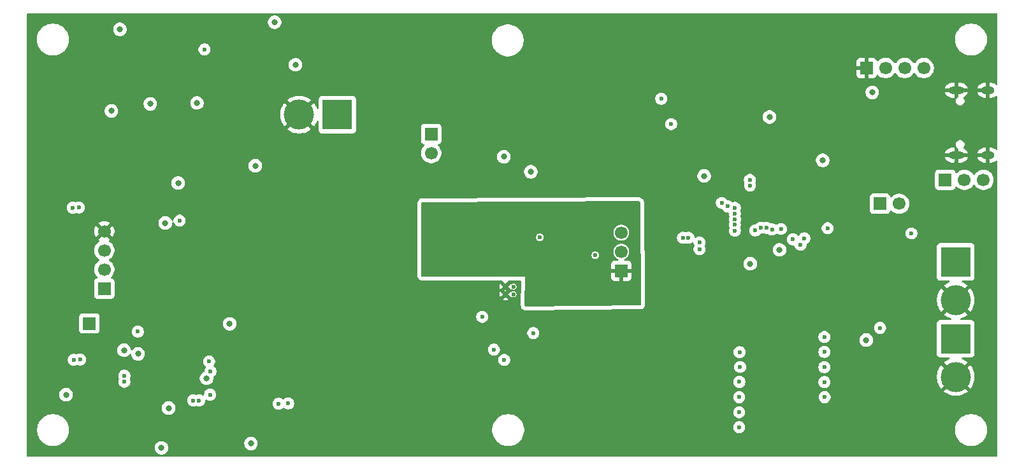
<source format=gbr>
%TF.GenerationSoftware,KiCad,Pcbnew,9.0.7*%
%TF.CreationDate,2026-01-07T11:02:32+02:00*%
%TF.ProjectId,sig_scan_pcb,7369675f-7363-4616-9e5f-7063622e6b69,1*%
%TF.SameCoordinates,Original*%
%TF.FileFunction,Copper,L2,Inr*%
%TF.FilePolarity,Positive*%
%FSLAX46Y46*%
G04 Gerber Fmt 4.6, Leading zero omitted, Abs format (unit mm)*
G04 Created by KiCad (PCBNEW 9.0.7) date 2026-01-07 11:02:32*
%MOMM*%
%LPD*%
G01*
G04 APERTURE LIST*
%TA.AperFunction,ComponentPad*%
%ADD10R,4.000000X4.000000*%
%TD*%
%TA.AperFunction,ComponentPad*%
%ADD11C,4.000000*%
%TD*%
%TA.AperFunction,ComponentPad*%
%ADD12C,0.600000*%
%TD*%
%TA.AperFunction,HeatsinkPad*%
%ADD13O,2.100000X1.000000*%
%TD*%
%TA.AperFunction,HeatsinkPad*%
%ADD14O,1.800000X1.000000*%
%TD*%
%TA.AperFunction,ComponentPad*%
%ADD15R,1.700000X1.700000*%
%TD*%
%TA.AperFunction,ComponentPad*%
%ADD16C,1.700000*%
%TD*%
%TA.AperFunction,ComponentPad*%
%ADD17R,0.900000X0.500000*%
%TD*%
%TA.AperFunction,ViaPad*%
%ADD18C,0.600000*%
%TD*%
%TA.AperFunction,ViaPad*%
%ADD19C,0.800000*%
%TD*%
G04 APERTURE END LIST*
D10*
%TO.N,Net-(D1-A)*%
%TO.C,J2*%
X145338800Y-54533800D03*
D11*
%TO.N,GND*%
X145338800Y-59613799D03*
%TD*%
D12*
%TO.N,GNDA*%
%TO.C,IC2*%
X86588700Y-58848599D03*
X86588700Y-57832599D03*
%TO.N,GND*%
X85521900Y-58848599D03*
X85521900Y-57832599D03*
%TD*%
D10*
%TO.N,+16V*%
%TO.C,J11*%
X145338800Y-64770000D03*
D11*
%TO.N,GND*%
X145338800Y-69849999D03*
%TD*%
D13*
%TO.N,GND*%
%TO.C,J4*%
X145404900Y-40334848D03*
D14*
X149604900Y-40334848D03*
D13*
X145404900Y-31694848D03*
D14*
X149604900Y-31694848D03*
%TD*%
D15*
%TO.N,GND*%
%TO.C,J10*%
X133477000Y-28727400D03*
D16*
%TO.N,Net-(J10-Pin_2)*%
X136017000Y-28727400D03*
%TO.N,Net-(J10-Pin_3)*%
X138556999Y-28727400D03*
%TO.N,+3.3V*%
X141097000Y-28727400D03*
%TD*%
D10*
%TO.N,Net-(D7-A)*%
%TO.C,J14*%
X63169800Y-34933900D03*
D11*
%TO.N,GND*%
X58089801Y-34933900D03*
%TD*%
D15*
%TO.N,+5V*%
%TO.C,J5*%
X143943700Y-43610850D03*
D16*
%TO.N,/VBUS*%
X146483700Y-43610850D03*
%TO.N,Net-(D2-A)*%
X149023699Y-43610850D03*
%TD*%
D15*
%TO.N,Net-(J7-Pin_1)*%
%TO.C,J7*%
X30222892Y-62732016D03*
%TD*%
%TO.N,3.3V*%
%TO.C,J8*%
X32209100Y-58088850D03*
D16*
%TO.N,Net-(J8-Pin_2)*%
X32209100Y-55548850D03*
%TO.N,Net-(J8-Pin_3)*%
X32209100Y-53008851D03*
%TO.N,GND*%
X32209100Y-50468850D03*
%TD*%
D15*
%TO.N,Net-(J6-Pin_1)*%
%TO.C,J6*%
X75641200Y-37515800D03*
D16*
%TO.N,+3.3V*%
X75641200Y-40055800D03*
%TD*%
D15*
%TO.N,GNDA*%
%TO.C,J12*%
X100897299Y-55722598D03*
D16*
%TO.N,Net-(J12-Pin_2)*%
X100897299Y-53182598D03*
%TO.N,Net-(J12-Pin_3)*%
X100897299Y-50642599D03*
%TD*%
D15*
%TO.N,Net-(J9-Pin_1)*%
%TO.C,J9*%
X135275230Y-46799850D03*
D16*
%TO.N,/GPIO48*%
X137815230Y-46799850D03*
%TD*%
D17*
%TO.N,GND*%
%TO.C,AE1*%
X118003381Y-26609800D03*
%TD*%
D18*
%TO.N,GND*%
X149580600Y-41529000D03*
X145389600Y-41503600D03*
X149580600Y-30480000D03*
X145465800Y-30505400D03*
X143205200Y-31445200D03*
X94538800Y-29768800D03*
X94538800Y-36931600D03*
X100380800Y-40309800D03*
X23774400Y-36804600D03*
X23774400Y-28549600D03*
X34315400Y-29718000D03*
X36423600Y-29743400D03*
X46558200Y-29540200D03*
X44551600Y-29565600D03*
X38658800Y-29641800D03*
X67792600Y-22606000D03*
X75006200Y-22783800D03*
X72364600Y-23139400D03*
X69926200Y-24257000D03*
X73583800Y-34366200D03*
X72364600Y-31242000D03*
X69621400Y-58369200D03*
X72567800Y-72009000D03*
X73787000Y-68249800D03*
X59156600Y-68453000D03*
X57912000Y-68453000D03*
X56616600Y-68503800D03*
X55346600Y-68478400D03*
X32131000Y-72771000D03*
X34874200Y-78181200D03*
X34874200Y-76123800D03*
X51384200Y-72085200D03*
X50444400Y-65405000D03*
X50495200Y-67513200D03*
X50419000Y-69545200D03*
X47167800Y-76631800D03*
X49225200Y-76657200D03*
X61163200Y-78206600D03*
X63322200Y-78206600D03*
X61391800Y-71856600D03*
X136423400Y-76479400D03*
X131267200Y-47752000D03*
X141706600Y-42646600D03*
X140512800Y-40563800D03*
X129819400Y-39624000D03*
X119811800Y-33502600D03*
X128905000Y-34798000D03*
X126212600Y-34823400D03*
X133553200Y-42621200D03*
X77444600Y-58089800D03*
%TO.N,GNDA*%
X98018600Y-48412400D03*
X76898882Y-49847882D03*
X85979000Y-48895000D03*
X92557600Y-50419000D03*
X94742000Y-50444400D03*
X85217000Y-53822600D03*
X89103200Y-56464200D03*
X92811600Y-56337200D03*
%TO.N,GND*%
X43942000Y-56057800D03*
X111201200Y-29413200D03*
X112318800Y-75260200D03*
X43357800Y-44627800D03*
X49657000Y-25374600D03*
X26568400Y-41427400D03*
X117449600Y-29540200D03*
X53517800Y-52781200D03*
X43027600Y-60299600D03*
X45948600Y-58445400D03*
X125425200Y-63144400D03*
X35407600Y-35712400D03*
X53517800Y-39268400D03*
X32894900Y-70001450D03*
X37973000Y-56642000D03*
X53517800Y-68097400D03*
X123315729Y-45252550D03*
X43942000Y-52120800D03*
X23723600Y-54203600D03*
D19*
X113741200Y-38938200D03*
D18*
X123012200Y-26670000D03*
X53517800Y-64516000D03*
X39112500Y-38169450D03*
X45948600Y-55575200D03*
X42750100Y-37641850D03*
X42214800Y-42291000D03*
X89230200Y-26670000D03*
X112318800Y-73634600D03*
X128778000Y-26670000D03*
X106273600Y-26670000D03*
X126822200Y-63144400D03*
X24765000Y-38430200D03*
X131445000Y-63144400D03*
X33604200Y-33147000D03*
X132003800Y-77622400D03*
X23977600Y-42062400D03*
X117424200Y-35382200D03*
X52374800Y-36982400D03*
X39981500Y-71093650D03*
X114350800Y-33223200D03*
X125272800Y-26670000D03*
X46507400Y-41986200D03*
X121615200Y-54102000D03*
X48361600Y-45491400D03*
X53517800Y-34544000D03*
X71704200Y-56057800D03*
X27457400Y-36931600D03*
X30302200Y-52552600D03*
X51714400Y-37719000D03*
X43942000Y-54991000D03*
X48564800Y-46431200D03*
X47980600Y-52654200D03*
X29667200Y-53136800D03*
D19*
X131241800Y-46761400D03*
D18*
X117475000Y-28473400D03*
X41327700Y-68248850D03*
X43078400Y-66598800D03*
X53517800Y-61798200D03*
X132334000Y-26670000D03*
X53492400Y-74244200D03*
X43510200Y-47193200D03*
X39965092Y-69732816D03*
X41427400Y-54229000D03*
X47955200Y-56489600D03*
X122123200Y-45237400D03*
X53517800Y-57353200D03*
X104013000Y-26670000D03*
X53517800Y-50063400D03*
X32080200Y-30099000D03*
X35128200Y-34645600D03*
X24130000Y-57912000D03*
X48590200Y-49606200D03*
X45948600Y-53492400D03*
X47955200Y-55549800D03*
X37084000Y-31343600D03*
X40817800Y-61645800D03*
X26492200Y-46075600D03*
X53543200Y-28930600D03*
X53517800Y-42824400D03*
X132080000Y-68783200D03*
X53517800Y-65379600D03*
X88468200Y-22758400D03*
X121843800Y-26670000D03*
X43713400Y-36703000D03*
X29997400Y-48818800D03*
X29718000Y-43865800D03*
X26568400Y-44932600D03*
X53517800Y-62712600D03*
X45237400Y-64236600D03*
X114325400Y-34163000D03*
X43027600Y-58394600D03*
D19*
X34747200Y-61620400D03*
D18*
X53568600Y-26797000D03*
X88468200Y-21767800D03*
X29641800Y-57962800D03*
X116509800Y-41630600D03*
X45770800Y-41325800D03*
X40817800Y-58191400D03*
X50927000Y-37769800D03*
X112318800Y-67411600D03*
X134239000Y-26111200D03*
X53517800Y-60934600D03*
X38305100Y-37362450D03*
D19*
X83219949Y-58546941D03*
D18*
X26593800Y-51282600D03*
X128270000Y-63144400D03*
X26314400Y-33807400D03*
X43535600Y-43713400D03*
X52273200Y-33731200D03*
X124460000Y-45237400D03*
X134239000Y-25095200D03*
X32920300Y-66318450D03*
X24155400Y-46075600D03*
X53517800Y-37465000D03*
X28473400Y-39217600D03*
X49809400Y-33070800D03*
X108686600Y-26670000D03*
D19*
X123926600Y-30429200D03*
D18*
X117449600Y-32181800D03*
X118567200Y-42113200D03*
X112318800Y-79527400D03*
X122123200Y-46355000D03*
X117449600Y-33147000D03*
X30251400Y-33147000D03*
X53517800Y-67183000D03*
X35128200Y-33731200D03*
X24384000Y-39217600D03*
X109296200Y-29235400D03*
X47853600Y-61391800D03*
X53543200Y-23698200D03*
X113233200Y-29387800D03*
X45034200Y-39268400D03*
X53543200Y-21754050D03*
X122123200Y-44069000D03*
X53517800Y-58293000D03*
X53517800Y-55575200D03*
X117856000Y-39801800D03*
X39979600Y-52984400D03*
X47955200Y-58369200D03*
X39016300Y-48487650D03*
X53517800Y-41986200D03*
X123875800Y-63093600D03*
X38584500Y-69722050D03*
X129870200Y-53594000D03*
X26670000Y-39243000D03*
X38862000Y-56515000D03*
X132054600Y-79248000D03*
X53517800Y-73329800D03*
X28752800Y-46075600D03*
X48031400Y-33121600D03*
X46482000Y-62992000D03*
X45948600Y-56515000D03*
X114198400Y-29362400D03*
X53517800Y-48361600D03*
X43942000Y-57912000D03*
X52298600Y-35229800D03*
X27584400Y-46278800D03*
X26593800Y-47218600D03*
X53517800Y-32842200D03*
X88468200Y-23647400D03*
X41579800Y-41656000D03*
X53517800Y-43764200D03*
X48590200Y-48463200D03*
X53517800Y-36499800D03*
D19*
X42214800Y-45923200D03*
D18*
X51562000Y-33274000D03*
X129921000Y-26670000D03*
X42951400Y-42951400D03*
X43027600Y-61163200D03*
X45948600Y-54508400D03*
X43434000Y-48260000D03*
X28854400Y-53086000D03*
X27178000Y-33147000D03*
X43027600Y-56642000D03*
X107518200Y-26670000D03*
X50825400Y-33299400D03*
X38584500Y-68248850D03*
X24053800Y-52324000D03*
X24003000Y-45034200D03*
D19*
X143459200Y-32816800D03*
D18*
X26619200Y-48260000D03*
X36220400Y-41046400D03*
X132080000Y-67259200D03*
X53517800Y-66319400D03*
X116763800Y-63144400D03*
X43942000Y-58928000D03*
X98348800Y-26670000D03*
X132105400Y-64363600D03*
X24053800Y-51079400D03*
X45948600Y-52578000D03*
X53517800Y-69037200D03*
X43942000Y-53975000D03*
X32715200Y-47802800D03*
X115112800Y-39979600D03*
X39905300Y-37362450D03*
X112344200Y-64516000D03*
X134239000Y-21971000D03*
X43942000Y-59994800D03*
X53517800Y-49225200D03*
X93700600Y-26670000D03*
X29159200Y-33147000D03*
X26466800Y-42570400D03*
X53517800Y-44704000D03*
X48539400Y-47396400D03*
X91287600Y-26670000D03*
X29616400Y-45237400D03*
X23774400Y-55524400D03*
X99466400Y-26670000D03*
X72999600Y-62128400D03*
X43027600Y-62052200D03*
D19*
X66497200Y-29540200D03*
D18*
X39981500Y-68248850D03*
X109778800Y-26670000D03*
X53543200Y-30378400D03*
X53517800Y-47421800D03*
X53492400Y-76657200D03*
X45948600Y-57429400D03*
X26593800Y-43840400D03*
X40817800Y-59080400D03*
X112318800Y-78155800D03*
X35915600Y-36372800D03*
X142189200Y-49961800D03*
X100457000Y-26670000D03*
X24003000Y-47142400D03*
X44577000Y-64897000D03*
X53543200Y-24790400D03*
X123266200Y-52806600D03*
X124460000Y-46380400D03*
X43942000Y-61874400D03*
X48463200Y-50673000D03*
X42976800Y-73964800D03*
X37873300Y-47243050D03*
X30759400Y-30302200D03*
X94792800Y-26670000D03*
X30327600Y-57302400D03*
D19*
X50342800Y-38404800D03*
D18*
X32486600Y-33147000D03*
X114350800Y-32156400D03*
X124129800Y-26670000D03*
X25400000Y-37642800D03*
X38305100Y-38175250D03*
X120599200Y-26670000D03*
X123317000Y-46380400D03*
X39117900Y-37362450D03*
X41327700Y-69722050D03*
X31775400Y-48691800D03*
X133451600Y-26670000D03*
X34544000Y-33147000D03*
X52400200Y-35991800D03*
X24003000Y-40208200D03*
X27965400Y-57988200D03*
X34239200Y-43002200D03*
X112776000Y-30149800D03*
X102844600Y-26670000D03*
X36372800Y-30759400D03*
X34925000Y-41808400D03*
X39725600Y-56565800D03*
X117449600Y-30835600D03*
X38049200Y-54559200D03*
X112318800Y-76733400D03*
D19*
X82389824Y-57624174D03*
D18*
X48006000Y-43383200D03*
X119634000Y-40157400D03*
X132105400Y-65760600D03*
X123317000Y-44069000D03*
X113309400Y-32105600D03*
X24104600Y-41122600D03*
X43027600Y-57505600D03*
X130124200Y-41503600D03*
X113334800Y-26670000D03*
X53492400Y-77622400D03*
X47244000Y-62204600D03*
X34188400Y-47167800D03*
X53517800Y-33655000D03*
X29464000Y-66167000D03*
X83616800Y-64109600D03*
X43434000Y-49276000D03*
X41327700Y-71119050D03*
X34721800Y-45618400D03*
X97180400Y-26670000D03*
X53517800Y-59156600D03*
X45847000Y-63627000D03*
X132080000Y-70586600D03*
X39930700Y-38962650D03*
X113131600Y-63169800D03*
X40767000Y-41122600D03*
X134236100Y-23037800D03*
X94945200Y-62331600D03*
X42113200Y-54914800D03*
X44424600Y-38633400D03*
X34112200Y-52222400D03*
X43357800Y-46355000D03*
X39905300Y-38175250D03*
X53517800Y-69900800D03*
X33274000Y-51739800D03*
X114325400Y-34975800D03*
X29210000Y-30302200D03*
X88468200Y-25806400D03*
X112318800Y-72212200D03*
X112318800Y-68935600D03*
X45948600Y-59512200D03*
X43942000Y-60934600D03*
X127685800Y-26670000D03*
X110921800Y-26670000D03*
X31394400Y-33147000D03*
X47955200Y-57454800D03*
X88468200Y-24739600D03*
X132080000Y-72059800D03*
X112725200Y-53924200D03*
X43027600Y-62992000D03*
X24053800Y-53238400D03*
X43942000Y-56997600D03*
X47244000Y-42773600D03*
X124460000Y-44043600D03*
X110210600Y-29387800D03*
X132054600Y-73380600D03*
X115773200Y-40944800D03*
X81788000Y-69443600D03*
X114757200Y-39014400D03*
X53492400Y-72440800D03*
X114401600Y-38074600D03*
X40843200Y-60833000D03*
X38100000Y-52654200D03*
X45897800Y-39420800D03*
X44551600Y-35864800D03*
X30988000Y-51917600D03*
X39090600Y-52705000D03*
X129844800Y-63144400D03*
X119456200Y-26670000D03*
D19*
X141351000Y-44297600D03*
D18*
X40817800Y-59918600D03*
X48539400Y-44551600D03*
X117424200Y-38938200D03*
X28829000Y-57988200D03*
X30073600Y-36753800D03*
X43942000Y-53060600D03*
X53517800Y-63652400D03*
X23723600Y-56794400D03*
X30480000Y-56515000D03*
X26593800Y-50241200D03*
X117475000Y-27533600D03*
X47955200Y-54559200D03*
X53517800Y-51003200D03*
X109220000Y-28016200D03*
X117602000Y-41808400D03*
X112166400Y-26670000D03*
X33705800Y-56667400D03*
X47955200Y-53619400D03*
X90220800Y-26670000D03*
X95935800Y-26670000D03*
X53517800Y-41122600D03*
X26593800Y-40284400D03*
X26390600Y-37084000D03*
X53517800Y-45643800D03*
D19*
X115138200Y-44602400D03*
D18*
X134239000Y-24003000D03*
X34622100Y-79272450D03*
X24053800Y-50088800D03*
X42722800Y-55727600D03*
X26619200Y-49225200D03*
X26238200Y-30353000D03*
X53517800Y-40182800D03*
X53517800Y-59994800D03*
X40309800Y-57073800D03*
X43027600Y-59334400D03*
X28117800Y-33147000D03*
X40767000Y-53568600D03*
X45948600Y-51638200D03*
X43434000Y-50215800D03*
X40665400Y-63246000D03*
X121361200Y-63119000D03*
X53517800Y-54635400D03*
X114401600Y-26670000D03*
X45948600Y-60452000D03*
X53517800Y-38404800D03*
X47980600Y-60325000D03*
X112344200Y-65913000D03*
X53492400Y-71755000D03*
X34721800Y-44196000D03*
X45770800Y-34645600D03*
X39268400Y-54660800D03*
X117424200Y-36576000D03*
X39117900Y-38962650D03*
X43738800Y-65735200D03*
X45237400Y-38023800D03*
X38584500Y-71119050D03*
X34671000Y-57073800D03*
X47980600Y-51714400D03*
X40817800Y-62484000D03*
X53492400Y-80137000D03*
X43942000Y-51130200D03*
X32486600Y-64338200D03*
X40817800Y-57556400D03*
X27990800Y-53086000D03*
X117398800Y-37592000D03*
X48920400Y-32816800D03*
X112318800Y-70739000D03*
X53517800Y-46507400D03*
X53517800Y-51866800D03*
X53517800Y-56438800D03*
X135434700Y-36219450D03*
X29718000Y-39065200D03*
X52298600Y-34544000D03*
X43510200Y-45516800D03*
X126517400Y-26670000D03*
X105130600Y-26670000D03*
X117932200Y-63144400D03*
X101600000Y-26670000D03*
X47980600Y-59410600D03*
X112776000Y-31191200D03*
X53517800Y-53721000D03*
X131165600Y-26670000D03*
X92532200Y-26670000D03*
X53517800Y-35560000D03*
X38305100Y-38937250D03*
X35052000Y-52019200D03*
X53543200Y-25857200D03*
X45618400Y-35509200D03*
X117449600Y-34366200D03*
X27508200Y-38887400D03*
X112166400Y-29438600D03*
X25349200Y-57937400D03*
D19*
%TO.N,+3.3V*%
X118033800Y-54787800D03*
X127660400Y-41021000D03*
X120586900Y-35254250D03*
X133451600Y-64947800D03*
X134240900Y-31977650D03*
X88874600Y-42545000D03*
X85293200Y-40538400D03*
X54837650Y-22632350D03*
X111914300Y-43102850D03*
X121933100Y-52932650D03*
D18*
%TO.N,/USBD+*%
X44043600Y-72974200D03*
X128320800Y-50063400D03*
X109829600Y-51333400D03*
X124714000Y-52273200D03*
D19*
%TO.N,+5V*%
X57607200Y-28295600D03*
D18*
%TO.N,/USBD-*%
X44805600Y-72974200D03*
X109079597Y-51333400D03*
%TO.N,/GPIO0*%
X118004284Y-44375701D03*
X107531300Y-36194050D03*
%TO.N,/CHIP_PU*%
X117983000Y-43626000D03*
X106210500Y-32815850D03*
%TO.N,+1V2*%
X46306100Y-69132816D03*
X46261092Y-72211250D03*
X46126400Y-67782816D03*
%TO.N,/GPIO13*%
X120929400Y-50227800D03*
X127889000Y-66522600D03*
%TO.N,/SCL*%
X111302800Y-52857400D03*
X56642000Y-73380600D03*
X34874200Y-69697600D03*
%TO.N,/GPIO4{slash}BCLK*%
X116560600Y-72542400D03*
X115999647Y-48104551D03*
%TO.N,/GPIO15*%
X135280400Y-63322200D03*
X123714600Y-51543340D03*
%TO.N,/GPIO11*%
X119405400Y-49987200D03*
X127889000Y-70535800D03*
%TO.N,/GPIO10*%
X118694200Y-50342800D03*
X127914400Y-72542400D03*
%TO.N,/GPIO5{slash}FSYNC*%
X116586000Y-70510400D03*
X116006617Y-48854521D03*
%TO.N,/GPIO6{slash}DOUT*%
X115987892Y-49604289D03*
X116687600Y-68529200D03*
%TO.N,/GPIO1*%
X114249200Y-46685200D03*
X45516800Y-26262651D03*
%TO.N,/GPIO7{slash}DIN*%
X116611400Y-66548000D03*
X116001800Y-50368200D03*
%TO.N,/GPIO3*%
X116560600Y-74549000D03*
X116002692Y-47354554D03*
%TO.N,/SDA*%
X34874200Y-70485000D03*
X55372000Y-73406000D03*
X111302800Y-51943000D03*
%TO.N,/GPIO12*%
X127889000Y-68554600D03*
X120175309Y-49995109D03*
%TO.N,/GPIO14*%
X122113618Y-50155418D03*
X127889000Y-64541400D03*
D19*
%TO.N,3.3V*%
X45791464Y-70033486D03*
X33147000Y-34442400D03*
X44528100Y-33372850D03*
X39803700Y-79297850D03*
X27129100Y-72211250D03*
X42013500Y-44042650D03*
X34281700Y-23580450D03*
X52275100Y-41731250D03*
X34825300Y-66293050D03*
X40311700Y-49351250D03*
X51689000Y-78714600D03*
X40743500Y-73989250D03*
X38311500Y-33501650D03*
%TO.N,GNDA*%
X101574600Y-58724800D03*
X75793600Y-55016400D03*
X93395800Y-59486800D03*
X81815299Y-47558999D03*
D18*
%TO.N,/VREF*%
X90068400Y-51257200D03*
X97434400Y-53644800D03*
%TO.N,Net-(D6-K)*%
X82423000Y-61849000D03*
X89204800Y-64008000D03*
%TO.N,Net-(IC2-HIDRV)*%
X85344000Y-67589400D03*
X83972400Y-66217800D03*
%TO.N,Net-(U5-XI)*%
X42216700Y-49046450D03*
X36668100Y-63811458D03*
%TO.N,Net-(U5-I2C_SCLT)*%
X28989535Y-67545364D03*
X28830900Y-47293850D03*
%TO.N,Net-(U5-I2C_SDAT)*%
X28031372Y-47321420D03*
X28143200Y-67564000D03*
D19*
%TO.N,Net-(U5-AGC_IF)*%
X48869600Y-62789750D03*
X36679500Y-66775650D03*
D18*
%TO.N,Net-(U4-GPIO18)*%
X139446000Y-50749200D03*
X125222000Y-51409600D03*
%TO.N,/GPIO2*%
X116560600Y-76555600D03*
X115030589Y-47146964D03*
%TD*%
%TA.AperFunction,Conductor*%
%TO.N,GND*%
G36*
X150831239Y-21474235D02*
G01*
X150876994Y-21527039D01*
X150888200Y-21578550D01*
X150888200Y-30864571D01*
X150868515Y-30931610D01*
X150815711Y-30977365D01*
X150746553Y-30987309D01*
X150682997Y-30958284D01*
X150676519Y-30952252D01*
X150642366Y-30918099D01*
X150642362Y-30918096D01*
X150478584Y-30808662D01*
X150478571Y-30808655D01*
X150296593Y-30733278D01*
X150296581Y-30733275D01*
X150103395Y-30694848D01*
X149854900Y-30694848D01*
X149854900Y-31394848D01*
X149354900Y-31394848D01*
X149354900Y-30694848D01*
X149106404Y-30694848D01*
X148913218Y-30733275D01*
X148913206Y-30733278D01*
X148731228Y-30808655D01*
X148731215Y-30808662D01*
X148567437Y-30918096D01*
X148567433Y-30918099D01*
X148428151Y-31057381D01*
X148428148Y-31057385D01*
X148318714Y-31221163D01*
X148318707Y-31221176D01*
X148243330Y-31403155D01*
X148243330Y-31403157D01*
X148235038Y-31444848D01*
X149037912Y-31444848D01*
X149020695Y-31454788D01*
X148964840Y-31510643D01*
X148925344Y-31579052D01*
X148904900Y-31655352D01*
X148904900Y-31734344D01*
X148925344Y-31810644D01*
X148964840Y-31879053D01*
X149020695Y-31934908D01*
X149037912Y-31944848D01*
X148235038Y-31944848D01*
X148243330Y-31986538D01*
X148243330Y-31986540D01*
X148318707Y-32168519D01*
X148318714Y-32168532D01*
X148428148Y-32332310D01*
X148428151Y-32332314D01*
X148567433Y-32471596D01*
X148567437Y-32471599D01*
X148731215Y-32581033D01*
X148731228Y-32581040D01*
X148913206Y-32656417D01*
X148913218Y-32656420D01*
X149106404Y-32694847D01*
X149106408Y-32694848D01*
X149354900Y-32694848D01*
X149354900Y-31994848D01*
X149854900Y-31994848D01*
X149854900Y-32694848D01*
X150103392Y-32694848D01*
X150103395Y-32694847D01*
X150296581Y-32656420D01*
X150296593Y-32656417D01*
X150478571Y-32581040D01*
X150478584Y-32581033D01*
X150642362Y-32471599D01*
X150642366Y-32471596D01*
X150676519Y-32437444D01*
X150737842Y-32403959D01*
X150807534Y-32408943D01*
X150863467Y-32450815D01*
X150887884Y-32516279D01*
X150888200Y-32525125D01*
X150888200Y-39504571D01*
X150868515Y-39571610D01*
X150815711Y-39617365D01*
X150746553Y-39627309D01*
X150682997Y-39598284D01*
X150676519Y-39592252D01*
X150642366Y-39558099D01*
X150642362Y-39558096D01*
X150478584Y-39448662D01*
X150478571Y-39448655D01*
X150296593Y-39373278D01*
X150296581Y-39373275D01*
X150103395Y-39334848D01*
X149854900Y-39334848D01*
X149854900Y-40034848D01*
X149354900Y-40034848D01*
X149354900Y-39334848D01*
X149106404Y-39334848D01*
X148913218Y-39373275D01*
X148913206Y-39373278D01*
X148731228Y-39448655D01*
X148731215Y-39448662D01*
X148567437Y-39558096D01*
X148567433Y-39558099D01*
X148428151Y-39697381D01*
X148428148Y-39697385D01*
X148318714Y-39861163D01*
X148318707Y-39861176D01*
X148243330Y-40043155D01*
X148243330Y-40043157D01*
X148235038Y-40084848D01*
X149037912Y-40084848D01*
X149020695Y-40094788D01*
X148964840Y-40150643D01*
X148925344Y-40219052D01*
X148904900Y-40295352D01*
X148904900Y-40374344D01*
X148925344Y-40450644D01*
X148964840Y-40519053D01*
X149020695Y-40574908D01*
X149037912Y-40584848D01*
X148235038Y-40584848D01*
X148243330Y-40626538D01*
X148243330Y-40626540D01*
X148318707Y-40808519D01*
X148318714Y-40808532D01*
X148428148Y-40972310D01*
X148428151Y-40972314D01*
X148567433Y-41111596D01*
X148567437Y-41111599D01*
X148731215Y-41221033D01*
X148731228Y-41221040D01*
X148913206Y-41296417D01*
X148913218Y-41296420D01*
X149106404Y-41334847D01*
X149106408Y-41334848D01*
X149354900Y-41334848D01*
X149354900Y-40634848D01*
X149854900Y-40634848D01*
X149854900Y-41334848D01*
X150103392Y-41334848D01*
X150103395Y-41334847D01*
X150296581Y-41296420D01*
X150296593Y-41296417D01*
X150478571Y-41221040D01*
X150478584Y-41221033D01*
X150642362Y-41111599D01*
X150642366Y-41111596D01*
X150676519Y-41077444D01*
X150737842Y-41043959D01*
X150807534Y-41048943D01*
X150863467Y-41090815D01*
X150887884Y-41156279D01*
X150888200Y-41165125D01*
X150888200Y-80329550D01*
X150868515Y-80396589D01*
X150815711Y-80442344D01*
X150764200Y-80453550D01*
X22013200Y-80453550D01*
X21946161Y-80433865D01*
X21900406Y-80381061D01*
X21889200Y-80329550D01*
X21889200Y-79209154D01*
X38903200Y-79209154D01*
X38903200Y-79386545D01*
X38937803Y-79560508D01*
X38937806Y-79560517D01*
X39005683Y-79724390D01*
X39005690Y-79724403D01*
X39104235Y-79871884D01*
X39104238Y-79871888D01*
X39229661Y-79997311D01*
X39229665Y-79997314D01*
X39377146Y-80095859D01*
X39377159Y-80095866D01*
X39500063Y-80146773D01*
X39541034Y-80163744D01*
X39541036Y-80163744D01*
X39541041Y-80163746D01*
X39715004Y-80198349D01*
X39715007Y-80198350D01*
X39715009Y-80198350D01*
X39892393Y-80198350D01*
X39892394Y-80198349D01*
X39950382Y-80186814D01*
X40066358Y-80163746D01*
X40066361Y-80163744D01*
X40066366Y-80163744D01*
X40230247Y-80095863D01*
X40377735Y-79997314D01*
X40503164Y-79871885D01*
X40601713Y-79724397D01*
X40669594Y-79560516D01*
X40679124Y-79512609D01*
X40704199Y-79386545D01*
X40704200Y-79386543D01*
X40704200Y-79209156D01*
X40704199Y-79209154D01*
X40669596Y-79035191D01*
X40669593Y-79035182D01*
X40665926Y-79026330D01*
X40632682Y-78946069D01*
X40601716Y-78871309D01*
X40601709Y-78871296D01*
X40503164Y-78723815D01*
X40503161Y-78723811D01*
X40405254Y-78625904D01*
X50788500Y-78625904D01*
X50788500Y-78803295D01*
X50823103Y-78977258D01*
X50823106Y-78977267D01*
X50890983Y-79141140D01*
X50890990Y-79141153D01*
X50989535Y-79288634D01*
X50989538Y-79288638D01*
X51114961Y-79414061D01*
X51114965Y-79414064D01*
X51262446Y-79512609D01*
X51262459Y-79512616D01*
X51378083Y-79560508D01*
X51426334Y-79580494D01*
X51426336Y-79580494D01*
X51426341Y-79580496D01*
X51600304Y-79615099D01*
X51600307Y-79615100D01*
X51600309Y-79615100D01*
X51777693Y-79615100D01*
X51777694Y-79615099D01*
X51835682Y-79603564D01*
X51951658Y-79580496D01*
X51951661Y-79580494D01*
X51951666Y-79580494D01*
X52115547Y-79512613D01*
X52263035Y-79414064D01*
X52388464Y-79288635D01*
X52487013Y-79141147D01*
X52554894Y-78977266D01*
X52559479Y-78954219D01*
X52580687Y-78847595D01*
X52589500Y-78803291D01*
X52589500Y-78625909D01*
X52589500Y-78625906D01*
X52589499Y-78625904D01*
X52554896Y-78451941D01*
X52554893Y-78451932D01*
X52487016Y-78288059D01*
X52487009Y-78288046D01*
X52388464Y-78140565D01*
X52388461Y-78140561D01*
X52263038Y-78015138D01*
X52263034Y-78015135D01*
X52115553Y-77916590D01*
X52115540Y-77916583D01*
X51951667Y-77848706D01*
X51951658Y-77848703D01*
X51777694Y-77814100D01*
X51777691Y-77814100D01*
X51600309Y-77814100D01*
X51600306Y-77814100D01*
X51426341Y-77848703D01*
X51426332Y-77848706D01*
X51262459Y-77916583D01*
X51262446Y-77916590D01*
X51114965Y-78015135D01*
X51114961Y-78015138D01*
X50989538Y-78140561D01*
X50989535Y-78140565D01*
X50890990Y-78288046D01*
X50890983Y-78288059D01*
X50823106Y-78451932D01*
X50823103Y-78451941D01*
X50788500Y-78625904D01*
X40405254Y-78625904D01*
X40377738Y-78598388D01*
X40377734Y-78598385D01*
X40230253Y-78499840D01*
X40230240Y-78499833D01*
X40066367Y-78431956D01*
X40066358Y-78431953D01*
X39892394Y-78397350D01*
X39892391Y-78397350D01*
X39715009Y-78397350D01*
X39715006Y-78397350D01*
X39541041Y-78431953D01*
X39541032Y-78431956D01*
X39377159Y-78499833D01*
X39377146Y-78499840D01*
X39229665Y-78598385D01*
X39229661Y-78598388D01*
X39104238Y-78723811D01*
X39104235Y-78723815D01*
X39005690Y-78871296D01*
X39005683Y-78871309D01*
X38937806Y-79035182D01*
X38937803Y-79035191D01*
X38903200Y-79209154D01*
X21889200Y-79209154D01*
X21889200Y-76789744D01*
X23269800Y-76789744D01*
X23269800Y-77068357D01*
X23269801Y-77068373D01*
X23306166Y-77344594D01*
X23306167Y-77344599D01*
X23306168Y-77344605D01*
X23378281Y-77613735D01*
X23378284Y-77613745D01*
X23484904Y-77871148D01*
X23484909Y-77871159D01*
X23624214Y-78112441D01*
X23624225Y-78112457D01*
X23793833Y-78333495D01*
X23793839Y-78333502D01*
X23990847Y-78530510D01*
X23990854Y-78530516D01*
X24079303Y-78598385D01*
X24211901Y-78700131D01*
X24211908Y-78700135D01*
X24453190Y-78839440D01*
X24453195Y-78839442D01*
X24453198Y-78839444D01*
X24710614Y-78946069D01*
X24979745Y-79018182D01*
X25255986Y-79054550D01*
X25255993Y-79054550D01*
X25534605Y-79054550D01*
X25534612Y-79054550D01*
X25810853Y-79018182D01*
X26079984Y-78946069D01*
X26337400Y-78839444D01*
X26578697Y-78700131D01*
X26799745Y-78530515D01*
X26996763Y-78333497D01*
X27166379Y-78112449D01*
X27305692Y-77871152D01*
X27412317Y-77613736D01*
X27484430Y-77344605D01*
X27520798Y-77068364D01*
X27520798Y-76797894D01*
X83751901Y-76797894D01*
X83751901Y-77076507D01*
X83751902Y-77076523D01*
X83788267Y-77352744D01*
X83788268Y-77352749D01*
X83788269Y-77352755D01*
X83858201Y-77613745D01*
X83860382Y-77621885D01*
X83860385Y-77621895D01*
X83967005Y-77879298D01*
X83967010Y-77879309D01*
X84106315Y-78120591D01*
X84106326Y-78120607D01*
X84275934Y-78341645D01*
X84275940Y-78341652D01*
X84472948Y-78538660D01*
X84472955Y-78538666D01*
X84586646Y-78625904D01*
X84694002Y-78708281D01*
X84694009Y-78708285D01*
X84935291Y-78847590D01*
X84935296Y-78847592D01*
X84935299Y-78847594D01*
X85097623Y-78914830D01*
X85173036Y-78946068D01*
X85192715Y-78954219D01*
X85461846Y-79026332D01*
X85738087Y-79062700D01*
X85738094Y-79062700D01*
X86016706Y-79062700D01*
X86016713Y-79062700D01*
X86292954Y-79026332D01*
X86562085Y-78954219D01*
X86819501Y-78847594D01*
X87060798Y-78708281D01*
X87281846Y-78538665D01*
X87478864Y-78341647D01*
X87648480Y-78120599D01*
X87787793Y-77879302D01*
X87894418Y-77621886D01*
X87966531Y-77352755D01*
X88002899Y-77076514D01*
X88002899Y-76797888D01*
X87966531Y-76521647D01*
X87954502Y-76476753D01*
X115760100Y-76476753D01*
X115760100Y-76634446D01*
X115790861Y-76789089D01*
X115790864Y-76789101D01*
X115851202Y-76934772D01*
X115851209Y-76934785D01*
X115938810Y-77065888D01*
X115938813Y-77065892D01*
X116050307Y-77177386D01*
X116050311Y-77177389D01*
X116181414Y-77264990D01*
X116181427Y-77264997D01*
X116327098Y-77325335D01*
X116327103Y-77325337D01*
X116464942Y-77352755D01*
X116481753Y-77356099D01*
X116481756Y-77356100D01*
X116481758Y-77356100D01*
X116639444Y-77356100D01*
X116639445Y-77356099D01*
X116794097Y-77325337D01*
X116939779Y-77264994D01*
X117070889Y-77177389D01*
X117182389Y-77065889D01*
X117269994Y-76934779D01*
X117330069Y-76789744D01*
X145252800Y-76789744D01*
X145252800Y-77068357D01*
X145252801Y-77068373D01*
X145289166Y-77344594D01*
X145289167Y-77344599D01*
X145289168Y-77344605D01*
X145361281Y-77613735D01*
X145361284Y-77613745D01*
X145467904Y-77871148D01*
X145467909Y-77871159D01*
X145607214Y-78112441D01*
X145607225Y-78112457D01*
X145776833Y-78333495D01*
X145776839Y-78333502D01*
X145973847Y-78530510D01*
X145973854Y-78530516D01*
X146062303Y-78598385D01*
X146194901Y-78700131D01*
X146194908Y-78700135D01*
X146436190Y-78839440D01*
X146436195Y-78839442D01*
X146436198Y-78839444D01*
X146693614Y-78946069D01*
X146962745Y-79018182D01*
X147238986Y-79054550D01*
X147238993Y-79054550D01*
X147517605Y-79054550D01*
X147517612Y-79054550D01*
X147793853Y-79018182D01*
X148062984Y-78946069D01*
X148320400Y-78839444D01*
X148561697Y-78700131D01*
X148782745Y-78530515D01*
X148979763Y-78333497D01*
X149149379Y-78112449D01*
X149288692Y-77871152D01*
X149395317Y-77613736D01*
X149467430Y-77344605D01*
X149503798Y-77068364D01*
X149503798Y-76789738D01*
X149467430Y-76513497D01*
X149395317Y-76244366D01*
X149288692Y-75986950D01*
X149288690Y-75986947D01*
X149288688Y-75986942D01*
X149149383Y-75745660D01*
X149149379Y-75745653D01*
X149100544Y-75682011D01*
X148979764Y-75524606D01*
X148979758Y-75524599D01*
X148782750Y-75327591D01*
X148782743Y-75327585D01*
X148561705Y-75157977D01*
X148561703Y-75157975D01*
X148561697Y-75157971D01*
X148561692Y-75157968D01*
X148561689Y-75157966D01*
X148320407Y-75018661D01*
X148320396Y-75018656D01*
X148062993Y-74912036D01*
X148062986Y-74912034D01*
X148062984Y-74912033D01*
X147793853Y-74839920D01*
X147793847Y-74839919D01*
X147793842Y-74839918D01*
X147517621Y-74803553D01*
X147517618Y-74803552D01*
X147517612Y-74803552D01*
X147238986Y-74803552D01*
X147238980Y-74803552D01*
X147238976Y-74803553D01*
X146962755Y-74839918D01*
X146962748Y-74839919D01*
X146962745Y-74839920D01*
X146776780Y-74889749D01*
X146693614Y-74912033D01*
X146693604Y-74912036D01*
X146436201Y-75018656D01*
X146436190Y-75018661D01*
X146194908Y-75157966D01*
X146194892Y-75157977D01*
X145973854Y-75327585D01*
X145973847Y-75327591D01*
X145776839Y-75524599D01*
X145776833Y-75524606D01*
X145607225Y-75745644D01*
X145607214Y-75745660D01*
X145467909Y-75986942D01*
X145467904Y-75986953D01*
X145361284Y-76244356D01*
X145361281Y-76244366D01*
X145293127Y-76498724D01*
X145289169Y-76513494D01*
X145289166Y-76513507D01*
X145252801Y-76789728D01*
X145252800Y-76789744D01*
X117330069Y-76789744D01*
X117330337Y-76789097D01*
X117354715Y-76666542D01*
X117361100Y-76634444D01*
X117361100Y-76476755D01*
X117361099Y-76476753D01*
X117335817Y-76349652D01*
X117330337Y-76322103D01*
X117330335Y-76322098D01*
X117269997Y-76176427D01*
X117269990Y-76176414D01*
X117182389Y-76045311D01*
X117182386Y-76045307D01*
X117070892Y-75933813D01*
X117070888Y-75933810D01*
X116939785Y-75846209D01*
X116939772Y-75846202D01*
X116794101Y-75785864D01*
X116794089Y-75785861D01*
X116639445Y-75755100D01*
X116639442Y-75755100D01*
X116481758Y-75755100D01*
X116481755Y-75755100D01*
X116327110Y-75785861D01*
X116327098Y-75785864D01*
X116181427Y-75846202D01*
X116181414Y-75846209D01*
X116050311Y-75933810D01*
X116050307Y-75933813D01*
X115938813Y-76045307D01*
X115938810Y-76045311D01*
X115851209Y-76176414D01*
X115851202Y-76176427D01*
X115790864Y-76322098D01*
X115790861Y-76322110D01*
X115760100Y-76476753D01*
X87954502Y-76476753D01*
X87894418Y-76252516D01*
X87862898Y-76176421D01*
X87787794Y-75995103D01*
X87787789Y-75995092D01*
X87648484Y-75753810D01*
X87648480Y-75753803D01*
X87478864Y-75532755D01*
X87478859Y-75532749D01*
X87281851Y-75335741D01*
X87281844Y-75335735D01*
X87060806Y-75166127D01*
X87060804Y-75166125D01*
X87060798Y-75166121D01*
X87060793Y-75166118D01*
X87060790Y-75166116D01*
X86819508Y-75026811D01*
X86819497Y-75026806D01*
X86562094Y-74920186D01*
X86562087Y-74920184D01*
X86562085Y-74920183D01*
X86292954Y-74848070D01*
X86292948Y-74848069D01*
X86292943Y-74848068D01*
X86016722Y-74811703D01*
X86016719Y-74811702D01*
X86016713Y-74811702D01*
X85738087Y-74811702D01*
X85738081Y-74811702D01*
X85738077Y-74811703D01*
X85461856Y-74848068D01*
X85461849Y-74848069D01*
X85461846Y-74848070D01*
X85306297Y-74889749D01*
X85192715Y-74920183D01*
X85192705Y-74920186D01*
X84935302Y-75026806D01*
X84935291Y-75026811D01*
X84694009Y-75166116D01*
X84693993Y-75166127D01*
X84472955Y-75335735D01*
X84472948Y-75335741D01*
X84275940Y-75532749D01*
X84275934Y-75532756D01*
X84106326Y-75753794D01*
X84106315Y-75753810D01*
X83967010Y-75995092D01*
X83967005Y-75995103D01*
X83860385Y-76252506D01*
X83860382Y-76252516D01*
X83788272Y-76521638D01*
X83788270Y-76521644D01*
X83788267Y-76521657D01*
X83751902Y-76797878D01*
X83751901Y-76797894D01*
X27520798Y-76797894D01*
X27520798Y-76789738D01*
X27484430Y-76513497D01*
X27412317Y-76244366D01*
X27305692Y-75986950D01*
X27305690Y-75986947D01*
X27305688Y-75986942D01*
X27166383Y-75745660D01*
X27166379Y-75745653D01*
X27117544Y-75682011D01*
X26996764Y-75524606D01*
X26996758Y-75524599D01*
X26799750Y-75327591D01*
X26799743Y-75327585D01*
X26578705Y-75157977D01*
X26578703Y-75157975D01*
X26578697Y-75157971D01*
X26578692Y-75157968D01*
X26578689Y-75157966D01*
X26337407Y-75018661D01*
X26337396Y-75018656D01*
X26079993Y-74912036D01*
X26079986Y-74912034D01*
X26079984Y-74912033D01*
X25810853Y-74839920D01*
X25810847Y-74839919D01*
X25810842Y-74839918D01*
X25534621Y-74803553D01*
X25534618Y-74803552D01*
X25534612Y-74803552D01*
X25255986Y-74803552D01*
X25255980Y-74803552D01*
X25255976Y-74803553D01*
X24979755Y-74839918D01*
X24979748Y-74839919D01*
X24979745Y-74839920D01*
X24793780Y-74889749D01*
X24710614Y-74912033D01*
X24710604Y-74912036D01*
X24453201Y-75018656D01*
X24453190Y-75018661D01*
X24211908Y-75157966D01*
X24211892Y-75157977D01*
X23990854Y-75327585D01*
X23990847Y-75327591D01*
X23793839Y-75524599D01*
X23793833Y-75524606D01*
X23624225Y-75745644D01*
X23624214Y-75745660D01*
X23484909Y-75986942D01*
X23484904Y-75986953D01*
X23378284Y-76244356D01*
X23378281Y-76244366D01*
X23310127Y-76498724D01*
X23306169Y-76513494D01*
X23306166Y-76513507D01*
X23269801Y-76789728D01*
X23269800Y-76789744D01*
X21889200Y-76789744D01*
X21889200Y-73900554D01*
X39843000Y-73900554D01*
X39843000Y-74077945D01*
X39877603Y-74251908D01*
X39877606Y-74251917D01*
X39945483Y-74415790D01*
X39945490Y-74415803D01*
X40044035Y-74563284D01*
X40044038Y-74563288D01*
X40169461Y-74688711D01*
X40169465Y-74688714D01*
X40316946Y-74787259D01*
X40316959Y-74787266D01*
X40439863Y-74838173D01*
X40480834Y-74855144D01*
X40480836Y-74855144D01*
X40480841Y-74855146D01*
X40654804Y-74889749D01*
X40654807Y-74889750D01*
X40654809Y-74889750D01*
X40832193Y-74889750D01*
X40832194Y-74889749D01*
X40890182Y-74878214D01*
X41006158Y-74855146D01*
X41006161Y-74855144D01*
X41006166Y-74855144D01*
X41170047Y-74787263D01*
X41317535Y-74688714D01*
X41442964Y-74563285D01*
X41505193Y-74470153D01*
X115760100Y-74470153D01*
X115760100Y-74627846D01*
X115790861Y-74782489D01*
X115790864Y-74782501D01*
X115851202Y-74928172D01*
X115851209Y-74928185D01*
X115938810Y-75059288D01*
X115938813Y-75059292D01*
X116050307Y-75170786D01*
X116050311Y-75170789D01*
X116181414Y-75258390D01*
X116181427Y-75258397D01*
X116327098Y-75318735D01*
X116327103Y-75318737D01*
X116481753Y-75349499D01*
X116481756Y-75349500D01*
X116481758Y-75349500D01*
X116639444Y-75349500D01*
X116639445Y-75349499D01*
X116794097Y-75318737D01*
X116939779Y-75258394D01*
X117070889Y-75170789D01*
X117182389Y-75059289D01*
X117269994Y-74928179D01*
X117330337Y-74782497D01*
X117361100Y-74627842D01*
X117361100Y-74470158D01*
X117361100Y-74470155D01*
X117361099Y-74470153D01*
X117330338Y-74315510D01*
X117330337Y-74315503D01*
X117303999Y-74251916D01*
X117269997Y-74169827D01*
X117269990Y-74169814D01*
X117182389Y-74038711D01*
X117182386Y-74038707D01*
X117070892Y-73927213D01*
X117070888Y-73927210D01*
X116939785Y-73839609D01*
X116939772Y-73839602D01*
X116794101Y-73779264D01*
X116794089Y-73779261D01*
X116639445Y-73748500D01*
X116639442Y-73748500D01*
X116481758Y-73748500D01*
X116481755Y-73748500D01*
X116327110Y-73779261D01*
X116327098Y-73779264D01*
X116181427Y-73839602D01*
X116181414Y-73839609D01*
X116050311Y-73927210D01*
X116050307Y-73927213D01*
X115938813Y-74038707D01*
X115938810Y-74038711D01*
X115851209Y-74169814D01*
X115851202Y-74169827D01*
X115790864Y-74315498D01*
X115790861Y-74315510D01*
X115760100Y-74470153D01*
X41505193Y-74470153D01*
X41541513Y-74415797D01*
X41609394Y-74251916D01*
X41623481Y-74181099D01*
X41643999Y-74077945D01*
X41644000Y-74077943D01*
X41644000Y-73900556D01*
X41643999Y-73900554D01*
X41609396Y-73726591D01*
X41609393Y-73726582D01*
X41541516Y-73562709D01*
X41541509Y-73562696D01*
X41442964Y-73415215D01*
X41442961Y-73415211D01*
X41317538Y-73289788D01*
X41317534Y-73289785D01*
X41170053Y-73191240D01*
X41170040Y-73191233D01*
X41006167Y-73123356D01*
X41006158Y-73123353D01*
X40832194Y-73088750D01*
X40832191Y-73088750D01*
X40654809Y-73088750D01*
X40654806Y-73088750D01*
X40480841Y-73123353D01*
X40480832Y-73123356D01*
X40316959Y-73191233D01*
X40316946Y-73191240D01*
X40169465Y-73289785D01*
X40169461Y-73289788D01*
X40044038Y-73415211D01*
X40044035Y-73415215D01*
X39945490Y-73562696D01*
X39945483Y-73562709D01*
X39877606Y-73726582D01*
X39877603Y-73726591D01*
X39843000Y-73900554D01*
X21889200Y-73900554D01*
X21889200Y-72122554D01*
X26228600Y-72122554D01*
X26228600Y-72299945D01*
X26263203Y-72473908D01*
X26263206Y-72473917D01*
X26331083Y-72637790D01*
X26331090Y-72637803D01*
X26429635Y-72785284D01*
X26429638Y-72785288D01*
X26555061Y-72910711D01*
X26555065Y-72910714D01*
X26702546Y-73009259D01*
X26702559Y-73009266D01*
X26825463Y-73060173D01*
X26866434Y-73077144D01*
X26866436Y-73077144D01*
X26866441Y-73077146D01*
X27040404Y-73111749D01*
X27040407Y-73111750D01*
X27040409Y-73111750D01*
X27217793Y-73111750D01*
X27217794Y-73111749D01*
X27275782Y-73100214D01*
X27391758Y-73077146D01*
X27391761Y-73077144D01*
X27391766Y-73077144D01*
X27555647Y-73009263D01*
X27703135Y-72910714D01*
X27718496Y-72895353D01*
X43243100Y-72895353D01*
X43243100Y-73053046D01*
X43273861Y-73207689D01*
X43273864Y-73207701D01*
X43334202Y-73353372D01*
X43334209Y-73353385D01*
X43421810Y-73484488D01*
X43421813Y-73484492D01*
X43533307Y-73595986D01*
X43533311Y-73595989D01*
X43664414Y-73683590D01*
X43664427Y-73683597D01*
X43810098Y-73743935D01*
X43810103Y-73743937D01*
X43964753Y-73774699D01*
X43964756Y-73774700D01*
X43964758Y-73774700D01*
X44122444Y-73774700D01*
X44122445Y-73774699D01*
X44277097Y-73743937D01*
X44377147Y-73702494D01*
X44446617Y-73695026D01*
X44472050Y-73702494D01*
X44572103Y-73743937D01*
X44726753Y-73774699D01*
X44726756Y-73774700D01*
X44726758Y-73774700D01*
X44884444Y-73774700D01*
X44884445Y-73774699D01*
X45039097Y-73743937D01*
X45184779Y-73683594D01*
X45315889Y-73595989D01*
X45427389Y-73484489D01*
X45514994Y-73353379D01*
X45525857Y-73327153D01*
X54571500Y-73327153D01*
X54571500Y-73484846D01*
X54602261Y-73639489D01*
X54602264Y-73639501D01*
X54662602Y-73785172D01*
X54662609Y-73785185D01*
X54750210Y-73916288D01*
X54750213Y-73916292D01*
X54861707Y-74027786D01*
X54861711Y-74027789D01*
X54992814Y-74115390D01*
X54992827Y-74115397D01*
X55124220Y-74169821D01*
X55138503Y-74175737D01*
X55293153Y-74206499D01*
X55293156Y-74206500D01*
X55293158Y-74206500D01*
X55450844Y-74206500D01*
X55450845Y-74206499D01*
X55605497Y-74175737D01*
X55751179Y-74115394D01*
X55882289Y-74027789D01*
X55932020Y-73978057D01*
X55993339Y-73944574D01*
X56063030Y-73949557D01*
X56107380Y-73978059D01*
X56131707Y-74002386D01*
X56131711Y-74002389D01*
X56262814Y-74089990D01*
X56262827Y-74089997D01*
X56408498Y-74150335D01*
X56408503Y-74150337D01*
X56536187Y-74175735D01*
X56563153Y-74181099D01*
X56563156Y-74181100D01*
X56563158Y-74181100D01*
X56720844Y-74181100D01*
X56720845Y-74181099D01*
X56875497Y-74150337D01*
X57021179Y-74089994D01*
X57152289Y-74002389D01*
X57263789Y-73890889D01*
X57351394Y-73759779D01*
X57411737Y-73614097D01*
X57442500Y-73459442D01*
X57442500Y-73301758D01*
X57442500Y-73301755D01*
X57442499Y-73301753D01*
X57420515Y-73191233D01*
X57411737Y-73147103D01*
X57401900Y-73123353D01*
X57351397Y-73001427D01*
X57351390Y-73001414D01*
X57263789Y-72870311D01*
X57263786Y-72870307D01*
X57152292Y-72758813D01*
X57152288Y-72758810D01*
X57021185Y-72671209D01*
X57021172Y-72671202D01*
X56875501Y-72610864D01*
X56875491Y-72610861D01*
X56720845Y-72580100D01*
X56720842Y-72580100D01*
X56563158Y-72580100D01*
X56563155Y-72580100D01*
X56408510Y-72610861D01*
X56408498Y-72610864D01*
X56262827Y-72671202D01*
X56262814Y-72671209D01*
X56131711Y-72758810D01*
X56131707Y-72758813D01*
X56081981Y-72808540D01*
X56020658Y-72842025D01*
X55950966Y-72837041D01*
X55906619Y-72808540D01*
X55882292Y-72784213D01*
X55882288Y-72784210D01*
X55751185Y-72696609D01*
X55751172Y-72696602D01*
X55605501Y-72636264D01*
X55605489Y-72636261D01*
X55450845Y-72605500D01*
X55450842Y-72605500D01*
X55293158Y-72605500D01*
X55293155Y-72605500D01*
X55138510Y-72636261D01*
X55138498Y-72636264D01*
X54992827Y-72696602D01*
X54992814Y-72696609D01*
X54861711Y-72784210D01*
X54861707Y-72784213D01*
X54750213Y-72895707D01*
X54750210Y-72895711D01*
X54662609Y-73026814D01*
X54662602Y-73026827D01*
X54602264Y-73172498D01*
X54602261Y-73172510D01*
X54571500Y-73327153D01*
X45525857Y-73327153D01*
X45548034Y-73273614D01*
X45575335Y-73207701D01*
X45575337Y-73207697D01*
X45606100Y-73053042D01*
X45606100Y-72968339D01*
X45625785Y-72901300D01*
X45678589Y-72855545D01*
X45747747Y-72845601D01*
X45798990Y-72865236D01*
X45881913Y-72920644D01*
X45881915Y-72920645D01*
X45881919Y-72920647D01*
X46027590Y-72980985D01*
X46027595Y-72980987D01*
X46169727Y-73009259D01*
X46182245Y-73011749D01*
X46182248Y-73011750D01*
X46182250Y-73011750D01*
X46339936Y-73011750D01*
X46339937Y-73011749D01*
X46494589Y-72980987D01*
X46640271Y-72920644D01*
X46771381Y-72833039D01*
X46882881Y-72721539D01*
X46970486Y-72590429D01*
X47023039Y-72463553D01*
X115760100Y-72463553D01*
X115760100Y-72621246D01*
X115790861Y-72775889D01*
X115790864Y-72775901D01*
X115851202Y-72921572D01*
X115851209Y-72921585D01*
X115938810Y-73052688D01*
X115938813Y-73052692D01*
X116050307Y-73164186D01*
X116050311Y-73164189D01*
X116181414Y-73251790D01*
X116181427Y-73251797D01*
X116327098Y-73312135D01*
X116327103Y-73312137D01*
X116481753Y-73342899D01*
X116481756Y-73342900D01*
X116481758Y-73342900D01*
X116639444Y-73342900D01*
X116639445Y-73342899D01*
X116794097Y-73312137D01*
X116939779Y-73251794D01*
X117070889Y-73164189D01*
X117182389Y-73052689D01*
X117269994Y-72921579D01*
X117330337Y-72775897D01*
X117361100Y-72621242D01*
X117361100Y-72463558D01*
X117361100Y-72463555D01*
X117361099Y-72463553D01*
X127113900Y-72463553D01*
X127113900Y-72621246D01*
X127144661Y-72775889D01*
X127144664Y-72775901D01*
X127205002Y-72921572D01*
X127205009Y-72921585D01*
X127292610Y-73052688D01*
X127292613Y-73052692D01*
X127404107Y-73164186D01*
X127404111Y-73164189D01*
X127535214Y-73251790D01*
X127535227Y-73251797D01*
X127680898Y-73312135D01*
X127680903Y-73312137D01*
X127835553Y-73342899D01*
X127835556Y-73342900D01*
X127835558Y-73342900D01*
X127993244Y-73342900D01*
X127993245Y-73342899D01*
X128147897Y-73312137D01*
X128293579Y-73251794D01*
X128424689Y-73164189D01*
X128536189Y-73052689D01*
X128623794Y-72921579D01*
X128684137Y-72775897D01*
X128714900Y-72621242D01*
X128714900Y-72463558D01*
X128714900Y-72463555D01*
X128714899Y-72463553D01*
X128711157Y-72444739D01*
X128684137Y-72308903D01*
X128662256Y-72256076D01*
X128623797Y-72163227D01*
X128623790Y-72163214D01*
X128536189Y-72032111D01*
X128536186Y-72032107D01*
X128424692Y-71920613D01*
X128424688Y-71920610D01*
X128304743Y-71840465D01*
X128293584Y-71833009D01*
X128293572Y-71833002D01*
X128147901Y-71772664D01*
X128147889Y-71772661D01*
X127993245Y-71741900D01*
X127993242Y-71741900D01*
X127835558Y-71741900D01*
X127835555Y-71741900D01*
X127680910Y-71772661D01*
X127680898Y-71772664D01*
X127535227Y-71833002D01*
X127535214Y-71833009D01*
X127404111Y-71920610D01*
X127404107Y-71920613D01*
X127292613Y-72032107D01*
X127292610Y-72032111D01*
X127205009Y-72163214D01*
X127205002Y-72163227D01*
X127144664Y-72308898D01*
X127144661Y-72308910D01*
X127113900Y-72463553D01*
X117361099Y-72463553D01*
X117357357Y-72444739D01*
X117330337Y-72308903D01*
X117308456Y-72256076D01*
X117269997Y-72163227D01*
X117269990Y-72163214D01*
X117182389Y-72032111D01*
X117182386Y-72032107D01*
X117070892Y-71920613D01*
X117070888Y-71920610D01*
X116939785Y-71833009D01*
X116939772Y-71833002D01*
X116794101Y-71772664D01*
X116794089Y-71772661D01*
X116639445Y-71741900D01*
X116639442Y-71741900D01*
X116481758Y-71741900D01*
X116481755Y-71741900D01*
X116327110Y-71772661D01*
X116327098Y-71772664D01*
X116181427Y-71833002D01*
X116181414Y-71833009D01*
X116050311Y-71920610D01*
X116050307Y-71920613D01*
X115938813Y-72032107D01*
X115938810Y-72032111D01*
X115851209Y-72163214D01*
X115851202Y-72163227D01*
X115790864Y-72308898D01*
X115790861Y-72308910D01*
X115760100Y-72463553D01*
X47023039Y-72463553D01*
X47030829Y-72444747D01*
X47061592Y-72290092D01*
X47061592Y-72132408D01*
X47061592Y-72132405D01*
X47061591Y-72132403D01*
X47043510Y-72041506D01*
X47030829Y-71977753D01*
X46995357Y-71892115D01*
X46970489Y-71832077D01*
X46970482Y-71832064D01*
X46882881Y-71700961D01*
X46882878Y-71700957D01*
X46771384Y-71589463D01*
X46771380Y-71589460D01*
X46640277Y-71501859D01*
X46640264Y-71501852D01*
X46494593Y-71441514D01*
X46494581Y-71441511D01*
X46339937Y-71410750D01*
X46339934Y-71410750D01*
X46182250Y-71410750D01*
X46182247Y-71410750D01*
X46027602Y-71441511D01*
X46027590Y-71441514D01*
X45881919Y-71501852D01*
X45881906Y-71501859D01*
X45750803Y-71589460D01*
X45750799Y-71589463D01*
X45639305Y-71700957D01*
X45639302Y-71700961D01*
X45551701Y-71832064D01*
X45551694Y-71832077D01*
X45491356Y-71977748D01*
X45491353Y-71977760D01*
X45460592Y-72132403D01*
X45460592Y-72217110D01*
X45440907Y-72284149D01*
X45388103Y-72329904D01*
X45318945Y-72339848D01*
X45267701Y-72320212D01*
X45184785Y-72264809D01*
X45184772Y-72264802D01*
X45039101Y-72204464D01*
X45039089Y-72204461D01*
X44884445Y-72173700D01*
X44884442Y-72173700D01*
X44726758Y-72173700D01*
X44726755Y-72173700D01*
X44572110Y-72204461D01*
X44572102Y-72204463D01*
X44541570Y-72217110D01*
X44472052Y-72245905D01*
X44402583Y-72253374D01*
X44377149Y-72245905D01*
X44277097Y-72204463D01*
X44277089Y-72204461D01*
X44122445Y-72173700D01*
X44122442Y-72173700D01*
X43964758Y-72173700D01*
X43964755Y-72173700D01*
X43810110Y-72204461D01*
X43810098Y-72204464D01*
X43664427Y-72264802D01*
X43664414Y-72264809D01*
X43533311Y-72352410D01*
X43533307Y-72352413D01*
X43421813Y-72463907D01*
X43421810Y-72463911D01*
X43334209Y-72595014D01*
X43334202Y-72595027D01*
X43273864Y-72740698D01*
X43273861Y-72740710D01*
X43243100Y-72895353D01*
X27718496Y-72895353D01*
X27748612Y-72865237D01*
X27812265Y-72801585D01*
X27828561Y-72785288D01*
X27828564Y-72785285D01*
X27927113Y-72637797D01*
X27994994Y-72473916D01*
X27996985Y-72463911D01*
X28025896Y-72318561D01*
X28029600Y-72299941D01*
X28029600Y-72122559D01*
X28029600Y-72122556D01*
X28029599Y-72122554D01*
X27994996Y-71948591D01*
X27994993Y-71948582D01*
X27927116Y-71784709D01*
X27927109Y-71784696D01*
X27828564Y-71637215D01*
X27828561Y-71637211D01*
X27703138Y-71511788D01*
X27703134Y-71511785D01*
X27555653Y-71413240D01*
X27555640Y-71413233D01*
X27391767Y-71345356D01*
X27391758Y-71345353D01*
X27217794Y-71310750D01*
X27217791Y-71310750D01*
X27040409Y-71310750D01*
X27040406Y-71310750D01*
X26866441Y-71345353D01*
X26866432Y-71345356D01*
X26702559Y-71413233D01*
X26702546Y-71413240D01*
X26555065Y-71511785D01*
X26555061Y-71511788D01*
X26429638Y-71637211D01*
X26429635Y-71637215D01*
X26331090Y-71784696D01*
X26331083Y-71784709D01*
X26263206Y-71948582D01*
X26263203Y-71948591D01*
X26228600Y-72122554D01*
X21889200Y-72122554D01*
X21889200Y-69618753D01*
X34073700Y-69618753D01*
X34073700Y-69776446D01*
X34104461Y-69931089D01*
X34104464Y-69931101D01*
X34151165Y-70043848D01*
X34158634Y-70113317D01*
X34151165Y-70138752D01*
X34104464Y-70251498D01*
X34104461Y-70251510D01*
X34073700Y-70406153D01*
X34073700Y-70563846D01*
X34104461Y-70718489D01*
X34104464Y-70718501D01*
X34164802Y-70864172D01*
X34164809Y-70864185D01*
X34252410Y-70995288D01*
X34252413Y-70995292D01*
X34363907Y-71106786D01*
X34363911Y-71106789D01*
X34495014Y-71194390D01*
X34495027Y-71194397D01*
X34617654Y-71245190D01*
X34640703Y-71254737D01*
X34768387Y-71280135D01*
X34795353Y-71285499D01*
X34795356Y-71285500D01*
X34795358Y-71285500D01*
X34953044Y-71285500D01*
X34953045Y-71285499D01*
X35107697Y-71254737D01*
X35253379Y-71194394D01*
X35384489Y-71106789D01*
X35495989Y-70995289D01*
X35583594Y-70864179D01*
X35643937Y-70718497D01*
X35674700Y-70563842D01*
X35674700Y-70406158D01*
X35674700Y-70406155D01*
X35674699Y-70406153D01*
X35652818Y-70296152D01*
X35643937Y-70251503D01*
X35597233Y-70138750D01*
X35594175Y-70110309D01*
X35588118Y-70082352D01*
X35590216Y-70073486D01*
X35589765Y-70069284D01*
X35595649Y-70047871D01*
X35596400Y-70045860D01*
X35638265Y-69944790D01*
X44890964Y-69944790D01*
X44890964Y-70122181D01*
X44925567Y-70296144D01*
X44925570Y-70296153D01*
X44993447Y-70460026D01*
X44993454Y-70460039D01*
X45091999Y-70607520D01*
X45092002Y-70607524D01*
X45217425Y-70732947D01*
X45217429Y-70732950D01*
X45364910Y-70831495D01*
X45364923Y-70831502D01*
X45487827Y-70882409D01*
X45528798Y-70899380D01*
X45528800Y-70899380D01*
X45528805Y-70899382D01*
X45702768Y-70933985D01*
X45702771Y-70933986D01*
X45702773Y-70933986D01*
X45880157Y-70933986D01*
X45880158Y-70933985D01*
X45938146Y-70922450D01*
X46054122Y-70899382D01*
X46054125Y-70899380D01*
X46054130Y-70899380D01*
X46218011Y-70831499D01*
X46365499Y-70732950D01*
X46490928Y-70607521D01*
X46589477Y-70460033D01*
X46601274Y-70431553D01*
X115785500Y-70431553D01*
X115785500Y-70589246D01*
X115816261Y-70743889D01*
X115816264Y-70743901D01*
X115876602Y-70889572D01*
X115876609Y-70889585D01*
X115964210Y-71020688D01*
X115964213Y-71020692D01*
X116075707Y-71132186D01*
X116075711Y-71132189D01*
X116206814Y-71219790D01*
X116206827Y-71219797D01*
X116352498Y-71280135D01*
X116352503Y-71280137D01*
X116480187Y-71305535D01*
X116507153Y-71310899D01*
X116507156Y-71310900D01*
X116507158Y-71310900D01*
X116664844Y-71310900D01*
X116664845Y-71310899D01*
X116819497Y-71280137D01*
X116965179Y-71219794D01*
X117096289Y-71132189D01*
X117207789Y-71020689D01*
X117295394Y-70889579D01*
X117355737Y-70743897D01*
X117386500Y-70589242D01*
X117386500Y-70456953D01*
X127088500Y-70456953D01*
X127088500Y-70614646D01*
X127119261Y-70769289D01*
X127119264Y-70769301D01*
X127179602Y-70914972D01*
X127179609Y-70914985D01*
X127267210Y-71046088D01*
X127267213Y-71046092D01*
X127378707Y-71157586D01*
X127378711Y-71157589D01*
X127509814Y-71245190D01*
X127509827Y-71245197D01*
X127655498Y-71305535D01*
X127655503Y-71305537D01*
X127810153Y-71336299D01*
X127810156Y-71336300D01*
X127810158Y-71336300D01*
X127967844Y-71336300D01*
X127967845Y-71336299D01*
X128122497Y-71305537D01*
X128268179Y-71245194D01*
X128399289Y-71157589D01*
X128510789Y-71046089D01*
X128598394Y-70914979D01*
X128658737Y-70769297D01*
X128689500Y-70614642D01*
X128689500Y-70456958D01*
X128689500Y-70456955D01*
X128689499Y-70456953D01*
X128679395Y-70406158D01*
X128658737Y-70302303D01*
X128617834Y-70203553D01*
X128598397Y-70156627D01*
X128598390Y-70156614D01*
X128510789Y-70025511D01*
X128510786Y-70025507D01*
X128399292Y-69914013D01*
X128399288Y-69914010D01*
X128268185Y-69826409D01*
X128268172Y-69826402D01*
X128254366Y-69820684D01*
X128122501Y-69766064D01*
X128122489Y-69766061D01*
X127967845Y-69735300D01*
X127967842Y-69735300D01*
X127810158Y-69735300D01*
X127810155Y-69735300D01*
X127655510Y-69766061D01*
X127655498Y-69766064D01*
X127509827Y-69826402D01*
X127509814Y-69826409D01*
X127378711Y-69914010D01*
X127378707Y-69914013D01*
X127267213Y-70025507D01*
X127267210Y-70025511D01*
X127179609Y-70156614D01*
X127179602Y-70156627D01*
X127119264Y-70302298D01*
X127119261Y-70302310D01*
X127088500Y-70456953D01*
X117386500Y-70456953D01*
X117386500Y-70431558D01*
X117386500Y-70431555D01*
X117386499Y-70431553D01*
X117372260Y-70359969D01*
X117355737Y-70276903D01*
X117325355Y-70203553D01*
X117295397Y-70131227D01*
X117295390Y-70131214D01*
X117207789Y-70000111D01*
X117207786Y-70000107D01*
X117096292Y-69888613D01*
X117096288Y-69888610D01*
X116965185Y-69801009D01*
X116965172Y-69801002D01*
X116819501Y-69740664D01*
X116819489Y-69740661D01*
X116664845Y-69709900D01*
X116664842Y-69709900D01*
X116507158Y-69709900D01*
X116507155Y-69709900D01*
X116352510Y-69740661D01*
X116352498Y-69740664D01*
X116206827Y-69801002D01*
X116206814Y-69801009D01*
X116075711Y-69888610D01*
X116075707Y-69888613D01*
X115964213Y-70000107D01*
X115964210Y-70000111D01*
X115876609Y-70131214D01*
X115876602Y-70131227D01*
X115816264Y-70276898D01*
X115816261Y-70276910D01*
X115785500Y-70431553D01*
X46601274Y-70431553D01*
X46657358Y-70296152D01*
X46661186Y-70276910D01*
X46691963Y-70122181D01*
X46691964Y-70122179D01*
X46691964Y-69944793D01*
X46689333Y-69931570D01*
X46695557Y-69861978D01*
X46738418Y-69806799D01*
X46742029Y-69804290D01*
X46816389Y-69754605D01*
X46927889Y-69643105D01*
X47015494Y-69511995D01*
X47075837Y-69366313D01*
X47106600Y-69211658D01*
X47106600Y-69053974D01*
X47106600Y-69053971D01*
X47106599Y-69053969D01*
X47103719Y-69039489D01*
X47075837Y-68899319D01*
X47072715Y-68891781D01*
X47015497Y-68753643D01*
X47015490Y-68753630D01*
X46927889Y-68622527D01*
X46927886Y-68622523D01*
X46816392Y-68511029D01*
X46816388Y-68511026D01*
X46770501Y-68480365D01*
X46745419Y-68450353D01*
X115887100Y-68450353D01*
X115887100Y-68608046D01*
X115917861Y-68762689D01*
X115917864Y-68762701D01*
X115978202Y-68908372D01*
X115978209Y-68908385D01*
X116065810Y-69039488D01*
X116065813Y-69039492D01*
X116177307Y-69150986D01*
X116177311Y-69150989D01*
X116308414Y-69238590D01*
X116308427Y-69238597D01*
X116454098Y-69298935D01*
X116454103Y-69298937D01*
X116581787Y-69324335D01*
X116608753Y-69329699D01*
X116608756Y-69329700D01*
X116608758Y-69329700D01*
X116766444Y-69329700D01*
X116766445Y-69329699D01*
X116921097Y-69298937D01*
X117066779Y-69238594D01*
X117197889Y-69150989D01*
X117309389Y-69039489D01*
X117396994Y-68908379D01*
X117457337Y-68762697D01*
X117488100Y-68608042D01*
X117488100Y-68475753D01*
X127088500Y-68475753D01*
X127088500Y-68633446D01*
X127119261Y-68788089D01*
X127119264Y-68788101D01*
X127179602Y-68933772D01*
X127179609Y-68933785D01*
X127267210Y-69064888D01*
X127267213Y-69064892D01*
X127378707Y-69176386D01*
X127378711Y-69176389D01*
X127509814Y-69263990D01*
X127509827Y-69263997D01*
X127641220Y-69318421D01*
X127655503Y-69324337D01*
X127810153Y-69355099D01*
X127810156Y-69355100D01*
X127810158Y-69355100D01*
X127967844Y-69355100D01*
X127967845Y-69355099D01*
X128122497Y-69324337D01*
X128268179Y-69263994D01*
X128399289Y-69176389D01*
X128510789Y-69064889D01*
X128598394Y-68933779D01*
X128600845Y-68927863D01*
X128658735Y-68788101D01*
X128658737Y-68788097D01*
X128689500Y-68633442D01*
X128689500Y-68475758D01*
X128689500Y-68475755D01*
X128689499Y-68475753D01*
X128684447Y-68450353D01*
X128658737Y-68321103D01*
X128649498Y-68298797D01*
X128598397Y-68175427D01*
X128598390Y-68175414D01*
X128510789Y-68044311D01*
X128510786Y-68044307D01*
X128399292Y-67932813D01*
X128399288Y-67932810D01*
X128268185Y-67845209D01*
X128268172Y-67845202D01*
X128122501Y-67784864D01*
X128122489Y-67784861D01*
X127967845Y-67754100D01*
X127967842Y-67754100D01*
X127810158Y-67754100D01*
X127810155Y-67754100D01*
X127655510Y-67784861D01*
X127655498Y-67784864D01*
X127509827Y-67845202D01*
X127509814Y-67845209D01*
X127378711Y-67932810D01*
X127378707Y-67932813D01*
X127267213Y-68044307D01*
X127267210Y-68044311D01*
X127179609Y-68175414D01*
X127179602Y-68175427D01*
X127119264Y-68321098D01*
X127119261Y-68321110D01*
X127088500Y-68475753D01*
X117488100Y-68475753D01*
X117488100Y-68450358D01*
X117488100Y-68450355D01*
X117488099Y-68450353D01*
X117478999Y-68404605D01*
X117457337Y-68295703D01*
X117456261Y-68293105D01*
X117396997Y-68150027D01*
X117396990Y-68150014D01*
X117309389Y-68018911D01*
X117309386Y-68018907D01*
X117197892Y-67907413D01*
X117197888Y-67907410D01*
X117066785Y-67819809D01*
X117066772Y-67819802D01*
X116921101Y-67759464D01*
X116921089Y-67759461D01*
X116766445Y-67728700D01*
X116766442Y-67728700D01*
X116608758Y-67728700D01*
X116608755Y-67728700D01*
X116454110Y-67759461D01*
X116454098Y-67759464D01*
X116308427Y-67819802D01*
X116308414Y-67819809D01*
X116177311Y-67907410D01*
X116177307Y-67907413D01*
X116065813Y-68018907D01*
X116065810Y-68018911D01*
X115978209Y-68150014D01*
X115978202Y-68150027D01*
X115917864Y-68295698D01*
X115917861Y-68295710D01*
X115887100Y-68450353D01*
X46745419Y-68450353D01*
X46725696Y-68426753D01*
X46716989Y-68357428D01*
X46745178Y-68298507D01*
X46744328Y-68297809D01*
X46748190Y-68293104D01*
X46835794Y-68161995D01*
X46896137Y-68016313D01*
X46926900Y-67861658D01*
X46926900Y-67703974D01*
X46926900Y-67703971D01*
X46926899Y-67703969D01*
X46914482Y-67641544D01*
X46896137Y-67549319D01*
X46880080Y-67510553D01*
X84543500Y-67510553D01*
X84543500Y-67668246D01*
X84574261Y-67822889D01*
X84574264Y-67822901D01*
X84634602Y-67968572D01*
X84634609Y-67968585D01*
X84722210Y-68099688D01*
X84722213Y-68099692D01*
X84833707Y-68211186D01*
X84833711Y-68211189D01*
X84964814Y-68298790D01*
X84964827Y-68298797D01*
X85106377Y-68357428D01*
X85110503Y-68359137D01*
X85265153Y-68389899D01*
X85265156Y-68389900D01*
X85265158Y-68389900D01*
X85422844Y-68389900D01*
X85422845Y-68389899D01*
X85577497Y-68359137D01*
X85609544Y-68345863D01*
X85648554Y-68329705D01*
X85723172Y-68298797D01*
X85723172Y-68298796D01*
X85723179Y-68298794D01*
X85854289Y-68211189D01*
X85965789Y-68099689D01*
X86053394Y-67968579D01*
X86113737Y-67822897D01*
X86144500Y-67668242D01*
X86144500Y-67510558D01*
X86144500Y-67510555D01*
X86144499Y-67510553D01*
X86135740Y-67466517D01*
X86113737Y-67355903D01*
X86111163Y-67349688D01*
X86053397Y-67210227D01*
X86053390Y-67210214D01*
X85965789Y-67079111D01*
X85965786Y-67079107D01*
X85854292Y-66967613D01*
X85854288Y-66967610D01*
X85723185Y-66880009D01*
X85723172Y-66880002D01*
X85577501Y-66819664D01*
X85577489Y-66819661D01*
X85422845Y-66788900D01*
X85422842Y-66788900D01*
X85265158Y-66788900D01*
X85265155Y-66788900D01*
X85110510Y-66819661D01*
X85110498Y-66819664D01*
X84964827Y-66880002D01*
X84964814Y-66880009D01*
X84833711Y-66967610D01*
X84833707Y-66967613D01*
X84722213Y-67079107D01*
X84722210Y-67079111D01*
X84634609Y-67210214D01*
X84634602Y-67210227D01*
X84574264Y-67355898D01*
X84574261Y-67355910D01*
X84543500Y-67510553D01*
X46880080Y-67510553D01*
X46865399Y-67475111D01*
X46835797Y-67403643D01*
X46835790Y-67403630D01*
X46748189Y-67272527D01*
X46748186Y-67272523D01*
X46636692Y-67161029D01*
X46636688Y-67161026D01*
X46505585Y-67073425D01*
X46505572Y-67073418D01*
X46359901Y-67013080D01*
X46359889Y-67013077D01*
X46205245Y-66982316D01*
X46205242Y-66982316D01*
X46047558Y-66982316D01*
X46047555Y-66982316D01*
X45892910Y-67013077D01*
X45892898Y-67013080D01*
X45747227Y-67073418D01*
X45747214Y-67073425D01*
X45616111Y-67161026D01*
X45616107Y-67161029D01*
X45504613Y-67272523D01*
X45504610Y-67272527D01*
X45417009Y-67403630D01*
X45417002Y-67403643D01*
X45356664Y-67549314D01*
X45356661Y-67549326D01*
X45325900Y-67703969D01*
X45325900Y-67861662D01*
X45356661Y-68016305D01*
X45356664Y-68016317D01*
X45417002Y-68161988D01*
X45417009Y-68162001D01*
X45504610Y-68293104D01*
X45504613Y-68293108D01*
X45616107Y-68404602D01*
X45616111Y-68404605D01*
X45661998Y-68435266D01*
X45706803Y-68488878D01*
X45715510Y-68558203D01*
X45687320Y-68617124D01*
X45688172Y-68617823D01*
X45684308Y-68622530D01*
X45596709Y-68753630D01*
X45596702Y-68753643D01*
X45536364Y-68899314D01*
X45536361Y-68899326D01*
X45505600Y-69053969D01*
X45505600Y-69094345D01*
X45485915Y-69161384D01*
X45433111Y-69207139D01*
X45429054Y-69208906D01*
X45364917Y-69235472D01*
X45217429Y-69334021D01*
X45217425Y-69334024D01*
X45092002Y-69459447D01*
X45091999Y-69459451D01*
X44993454Y-69606932D01*
X44993447Y-69606945D01*
X44925570Y-69770818D01*
X44925567Y-69770827D01*
X44890964Y-69944790D01*
X35638265Y-69944790D01*
X35643937Y-69931097D01*
X35674700Y-69776442D01*
X35674700Y-69618758D01*
X35674700Y-69618755D01*
X35674699Y-69618753D01*
X35672348Y-69606932D01*
X35643937Y-69464103D01*
X35642010Y-69459451D01*
X35583597Y-69318427D01*
X35583590Y-69318414D01*
X35495989Y-69187311D01*
X35495986Y-69187307D01*
X35384492Y-69075813D01*
X35384488Y-69075810D01*
X35253385Y-68988209D01*
X35253372Y-68988202D01*
X35107701Y-68927864D01*
X35107689Y-68927861D01*
X34953045Y-68897100D01*
X34953042Y-68897100D01*
X34795358Y-68897100D01*
X34795355Y-68897100D01*
X34640710Y-68927861D01*
X34640698Y-68927864D01*
X34495027Y-68988202D01*
X34495014Y-68988209D01*
X34363911Y-69075810D01*
X34363907Y-69075813D01*
X34252413Y-69187307D01*
X34252410Y-69187311D01*
X34164809Y-69318414D01*
X34164802Y-69318427D01*
X34104464Y-69464098D01*
X34104461Y-69464110D01*
X34073700Y-69618753D01*
X21889200Y-69618753D01*
X21889200Y-67485153D01*
X27342700Y-67485153D01*
X27342700Y-67642846D01*
X27373461Y-67797489D01*
X27373464Y-67797501D01*
X27433802Y-67943172D01*
X27433809Y-67943185D01*
X27521410Y-68074288D01*
X27521413Y-68074292D01*
X27632907Y-68185786D01*
X27632911Y-68185789D01*
X27764014Y-68273390D01*
X27764027Y-68273397D01*
X27879218Y-68321110D01*
X27909703Y-68333737D01*
X28028805Y-68357428D01*
X28064353Y-68364499D01*
X28064356Y-68364500D01*
X28064358Y-68364500D01*
X28222044Y-68364500D01*
X28222045Y-68364499D01*
X28376697Y-68333737D01*
X28522379Y-68273394D01*
X28522384Y-68273390D01*
X28527752Y-68270522D01*
X28528986Y-68272832D01*
X28584791Y-68255339D01*
X28634497Y-68264758D01*
X28714291Y-68297809D01*
X28756038Y-68315101D01*
X28910688Y-68345863D01*
X28910691Y-68345864D01*
X28910693Y-68345864D01*
X29068379Y-68345864D01*
X29068380Y-68345863D01*
X29223032Y-68315101D01*
X29344572Y-68264758D01*
X29368707Y-68254761D01*
X29368707Y-68254760D01*
X29368714Y-68254758D01*
X29499824Y-68167153D01*
X29611324Y-68055653D01*
X29698929Y-67924543D01*
X29759272Y-67778861D01*
X29790035Y-67624206D01*
X29790035Y-67466522D01*
X29790035Y-67466519D01*
X29790034Y-67466517D01*
X29777970Y-67405866D01*
X29759272Y-67311867D01*
X29751183Y-67292338D01*
X29698932Y-67166191D01*
X29698925Y-67166178D01*
X29611324Y-67035075D01*
X29611321Y-67035071D01*
X29499827Y-66923577D01*
X29499823Y-66923574D01*
X29368720Y-66835973D01*
X29368707Y-66835966D01*
X29223036Y-66775628D01*
X29223024Y-66775625D01*
X29068380Y-66744864D01*
X29068377Y-66744864D01*
X28910693Y-66744864D01*
X28910690Y-66744864D01*
X28756045Y-66775625D01*
X28756033Y-66775628D01*
X28610363Y-66835966D01*
X28604982Y-66838843D01*
X28603755Y-66836548D01*
X28547841Y-66854026D01*
X28498237Y-66844606D01*
X28376697Y-66794263D01*
X28376689Y-66794261D01*
X28222045Y-66763500D01*
X28222042Y-66763500D01*
X28064358Y-66763500D01*
X28064355Y-66763500D01*
X27909710Y-66794261D01*
X27909698Y-66794264D01*
X27764027Y-66854602D01*
X27764014Y-66854609D01*
X27632911Y-66942210D01*
X27632907Y-66942213D01*
X27521413Y-67053707D01*
X27521410Y-67053711D01*
X27433809Y-67184814D01*
X27433802Y-67184827D01*
X27373464Y-67330498D01*
X27373461Y-67330510D01*
X27342700Y-67485153D01*
X21889200Y-67485153D01*
X21889200Y-66204354D01*
X33924800Y-66204354D01*
X33924800Y-66381745D01*
X33959403Y-66555708D01*
X33959406Y-66555717D01*
X34027283Y-66719590D01*
X34027290Y-66719603D01*
X34125835Y-66867084D01*
X34125838Y-66867088D01*
X34251261Y-66992511D01*
X34251265Y-66992514D01*
X34398746Y-67091059D01*
X34398759Y-67091066D01*
X34486834Y-67127547D01*
X34562634Y-67158944D01*
X34562636Y-67158944D01*
X34562641Y-67158946D01*
X34736604Y-67193549D01*
X34736607Y-67193550D01*
X34736609Y-67193550D01*
X34913993Y-67193550D01*
X34913994Y-67193549D01*
X34971982Y-67182014D01*
X35087958Y-67158946D01*
X35087961Y-67158944D01*
X35087966Y-67158944D01*
X35251847Y-67091063D01*
X35399335Y-66992514D01*
X35524764Y-66867085D01*
X35554781Y-66822160D01*
X35608392Y-66777357D01*
X35677717Y-66768649D01*
X35740745Y-66798803D01*
X35777464Y-66858245D01*
X35779500Y-66866860D01*
X35813604Y-67038309D01*
X35813606Y-67038317D01*
X35881483Y-67202190D01*
X35881490Y-67202203D01*
X35980035Y-67349684D01*
X35980038Y-67349688D01*
X36105461Y-67475111D01*
X36105465Y-67475114D01*
X36252946Y-67573659D01*
X36252959Y-67573666D01*
X36374976Y-67624206D01*
X36416834Y-67641544D01*
X36416836Y-67641544D01*
X36416841Y-67641546D01*
X36590804Y-67676149D01*
X36590807Y-67676150D01*
X36590809Y-67676150D01*
X36768193Y-67676150D01*
X36768194Y-67676149D01*
X36826182Y-67664614D01*
X36942158Y-67641546D01*
X36942161Y-67641544D01*
X36942166Y-67641544D01*
X37106047Y-67573663D01*
X37253535Y-67475114D01*
X37378964Y-67349685D01*
X37477513Y-67202197D01*
X37545394Y-67038316D01*
X37545394Y-67038311D01*
X37545396Y-67038308D01*
X37577943Y-66874680D01*
X37580000Y-66864341D01*
X37580000Y-66686959D01*
X37580000Y-66686956D01*
X37579999Y-66686954D01*
X37545396Y-66512991D01*
X37545393Y-66512982D01*
X37477516Y-66349109D01*
X37477514Y-66349105D01*
X37477513Y-66349103D01*
X37424587Y-66269894D01*
X37379059Y-66201757D01*
X37379058Y-66201755D01*
X37379057Y-66201754D01*
X37378963Y-66201613D01*
X37316303Y-66138953D01*
X83171900Y-66138953D01*
X83171900Y-66296646D01*
X83202661Y-66451289D01*
X83202664Y-66451301D01*
X83263002Y-66596972D01*
X83263009Y-66596985D01*
X83350610Y-66728088D01*
X83350613Y-66728092D01*
X83462107Y-66839586D01*
X83462111Y-66839589D01*
X83593214Y-66927190D01*
X83593227Y-66927197D01*
X83726298Y-66982316D01*
X83738903Y-66987537D01*
X83893553Y-67018299D01*
X83893556Y-67018300D01*
X83893558Y-67018300D01*
X84051244Y-67018300D01*
X84051245Y-67018299D01*
X84205897Y-66987537D01*
X84351579Y-66927194D01*
X84482689Y-66839589D01*
X84594189Y-66728089D01*
X84681794Y-66596979D01*
X84734741Y-66469153D01*
X115810900Y-66469153D01*
X115810900Y-66626846D01*
X115841661Y-66781489D01*
X115841664Y-66781501D01*
X115902002Y-66927172D01*
X115902009Y-66927185D01*
X115989610Y-67058288D01*
X115989613Y-67058292D01*
X116101107Y-67169786D01*
X116101111Y-67169789D01*
X116232214Y-67257390D01*
X116232227Y-67257397D01*
X116363719Y-67311862D01*
X116377903Y-67317737D01*
X116532553Y-67348499D01*
X116532556Y-67348500D01*
X116532558Y-67348500D01*
X116690244Y-67348500D01*
X116690245Y-67348499D01*
X116844897Y-67317737D01*
X116958938Y-67270500D01*
X116990572Y-67257397D01*
X116990572Y-67257396D01*
X116990579Y-67257394D01*
X117121689Y-67169789D01*
X117233189Y-67058289D01*
X117320794Y-66927179D01*
X117381137Y-66781497D01*
X117411900Y-66626842D01*
X117411900Y-66469158D01*
X117406847Y-66443753D01*
X127088500Y-66443753D01*
X127088500Y-66601446D01*
X127119261Y-66756089D01*
X127119264Y-66756101D01*
X127179602Y-66901772D01*
X127179609Y-66901785D01*
X127267210Y-67032888D01*
X127267213Y-67032892D01*
X127378707Y-67144386D01*
X127378711Y-67144389D01*
X127509814Y-67231990D01*
X127509827Y-67231997D01*
X127650305Y-67290184D01*
X127655503Y-67292337D01*
X127783187Y-67317735D01*
X127810153Y-67323099D01*
X127810156Y-67323100D01*
X127810158Y-67323100D01*
X127967844Y-67323100D01*
X127967845Y-67323099D01*
X128122497Y-67292337D01*
X128268179Y-67231994D01*
X128399289Y-67144389D01*
X128510789Y-67032889D01*
X128598394Y-66901779D01*
X128658737Y-66756097D01*
X128689500Y-66601442D01*
X128689500Y-66443758D01*
X128689500Y-66443755D01*
X128689499Y-66443753D01*
X128688529Y-66438875D01*
X128658737Y-66289103D01*
X128658735Y-66289098D01*
X128598397Y-66143427D01*
X128598390Y-66143414D01*
X128510789Y-66012311D01*
X128510786Y-66012307D01*
X128399292Y-65900813D01*
X128399288Y-65900810D01*
X128268185Y-65813209D01*
X128268172Y-65813202D01*
X128122501Y-65752864D01*
X128122489Y-65752861D01*
X127967845Y-65722100D01*
X127967842Y-65722100D01*
X127810158Y-65722100D01*
X127810155Y-65722100D01*
X127655510Y-65752861D01*
X127655498Y-65752864D01*
X127509827Y-65813202D01*
X127509814Y-65813209D01*
X127378711Y-65900810D01*
X127378707Y-65900813D01*
X127267213Y-66012307D01*
X127267210Y-66012311D01*
X127179609Y-66143414D01*
X127179602Y-66143427D01*
X127119264Y-66289098D01*
X127119261Y-66289110D01*
X127088500Y-66443753D01*
X117406847Y-66443753D01*
X117381137Y-66314503D01*
X117381135Y-66314498D01*
X117320797Y-66168827D01*
X117320790Y-66168814D01*
X117233189Y-66037711D01*
X117233186Y-66037707D01*
X117121692Y-65926213D01*
X117121688Y-65926210D01*
X116990585Y-65838609D01*
X116990572Y-65838602D01*
X116844901Y-65778264D01*
X116844889Y-65778261D01*
X116690245Y-65747500D01*
X116690242Y-65747500D01*
X116532558Y-65747500D01*
X116532555Y-65747500D01*
X116377910Y-65778261D01*
X116377898Y-65778264D01*
X116232227Y-65838602D01*
X116232214Y-65838609D01*
X116101111Y-65926210D01*
X116101107Y-65926213D01*
X115989613Y-66037707D01*
X115989610Y-66037711D01*
X115902009Y-66168814D01*
X115902002Y-66168827D01*
X115841664Y-66314498D01*
X115841661Y-66314510D01*
X115810900Y-66469153D01*
X84734741Y-66469153D01*
X84742137Y-66451297D01*
X84769346Y-66314510D01*
X84772900Y-66296644D01*
X84772900Y-66138955D01*
X84772899Y-66138953D01*
X84760414Y-66076186D01*
X84742137Y-65984303D01*
X84718075Y-65926211D01*
X84681797Y-65838627D01*
X84681790Y-65838614D01*
X84594189Y-65707511D01*
X84594186Y-65707507D01*
X84482692Y-65596013D01*
X84482688Y-65596010D01*
X84351585Y-65508409D01*
X84351572Y-65508402D01*
X84205901Y-65448064D01*
X84205889Y-65448061D01*
X84051245Y-65417300D01*
X84051242Y-65417300D01*
X83893558Y-65417300D01*
X83893555Y-65417300D01*
X83738910Y-65448061D01*
X83738898Y-65448064D01*
X83593227Y-65508402D01*
X83593214Y-65508409D01*
X83462111Y-65596010D01*
X83462107Y-65596013D01*
X83350613Y-65707507D01*
X83350610Y-65707511D01*
X83263009Y-65838614D01*
X83263002Y-65838627D01*
X83202664Y-65984298D01*
X83202661Y-65984310D01*
X83171900Y-66138953D01*
X37316303Y-66138953D01*
X37253538Y-66076188D01*
X37253534Y-66076185D01*
X37106053Y-65977640D01*
X37106040Y-65977633D01*
X36942167Y-65909756D01*
X36942158Y-65909753D01*
X36768194Y-65875150D01*
X36768191Y-65875150D01*
X36590809Y-65875150D01*
X36590806Y-65875150D01*
X36416841Y-65909753D01*
X36416832Y-65909756D01*
X36252959Y-65977633D01*
X36252946Y-65977640D01*
X36105465Y-66076185D01*
X36105461Y-66076188D01*
X35980038Y-66201611D01*
X35980033Y-66201617D01*
X35950017Y-66246539D01*
X35896404Y-66291344D01*
X35827079Y-66300050D01*
X35764052Y-66269894D01*
X35727334Y-66210451D01*
X35725299Y-66201838D01*
X35691196Y-66030391D01*
X35691193Y-66030382D01*
X35623316Y-65866509D01*
X35623309Y-65866496D01*
X35524764Y-65719015D01*
X35524761Y-65719011D01*
X35399338Y-65593588D01*
X35399334Y-65593585D01*
X35251853Y-65495040D01*
X35251840Y-65495033D01*
X35087967Y-65427156D01*
X35087958Y-65427153D01*
X34913994Y-65392550D01*
X34913991Y-65392550D01*
X34736609Y-65392550D01*
X34736606Y-65392550D01*
X34562641Y-65427153D01*
X34562632Y-65427156D01*
X34398759Y-65495033D01*
X34398746Y-65495040D01*
X34251265Y-65593585D01*
X34251261Y-65593588D01*
X34125838Y-65719011D01*
X34125835Y-65719015D01*
X34027290Y-65866496D01*
X34027283Y-65866509D01*
X33959406Y-66030382D01*
X33959403Y-66030391D01*
X33924800Y-66204354D01*
X21889200Y-66204354D01*
X21889200Y-61834151D01*
X28872392Y-61834151D01*
X28872392Y-63629886D01*
X28872393Y-63629892D01*
X28878800Y-63689499D01*
X28929094Y-63824344D01*
X28929098Y-63824351D01*
X29015344Y-63939560D01*
X29015347Y-63939563D01*
X29130556Y-64025809D01*
X29130563Y-64025813D01*
X29265409Y-64076107D01*
X29265408Y-64076107D01*
X29272336Y-64076851D01*
X29325019Y-64082516D01*
X31120764Y-64082515D01*
X31180375Y-64076107D01*
X31315223Y-64025812D01*
X31430438Y-63939562D01*
X31516688Y-63824347D01*
X31550903Y-63732611D01*
X35867600Y-63732611D01*
X35867600Y-63890304D01*
X35898361Y-64044947D01*
X35898364Y-64044959D01*
X35958702Y-64190630D01*
X35958709Y-64190643D01*
X36046310Y-64321746D01*
X36046313Y-64321750D01*
X36157807Y-64433244D01*
X36157811Y-64433247D01*
X36288914Y-64520848D01*
X36288927Y-64520855D01*
X36434598Y-64581193D01*
X36434603Y-64581195D01*
X36589253Y-64611957D01*
X36589256Y-64611958D01*
X36589258Y-64611958D01*
X36746944Y-64611958D01*
X36746945Y-64611957D01*
X36901597Y-64581195D01*
X37014266Y-64534525D01*
X37047272Y-64520855D01*
X37047272Y-64520854D01*
X37047279Y-64520852D01*
X37178389Y-64433247D01*
X37289889Y-64321747D01*
X37377494Y-64190637D01*
X37437837Y-64044955D01*
X37460871Y-63929158D01*
X37460872Y-63929153D01*
X88404300Y-63929153D01*
X88404300Y-64086846D01*
X88435061Y-64241489D01*
X88435064Y-64241501D01*
X88495402Y-64387172D01*
X88495409Y-64387185D01*
X88583010Y-64518288D01*
X88583013Y-64518292D01*
X88694507Y-64629786D01*
X88694511Y-64629789D01*
X88825614Y-64717390D01*
X88825627Y-64717397D01*
X88964456Y-64774901D01*
X88971303Y-64777737D01*
X89111198Y-64805564D01*
X89125953Y-64808499D01*
X89125956Y-64808500D01*
X89125958Y-64808500D01*
X89283644Y-64808500D01*
X89283645Y-64808499D01*
X89438297Y-64777737D01*
X89583979Y-64717394D01*
X89715089Y-64629789D01*
X89826589Y-64518289D01*
X89863830Y-64462553D01*
X127088500Y-64462553D01*
X127088500Y-64620246D01*
X127119261Y-64774889D01*
X127119264Y-64774901D01*
X127179602Y-64920572D01*
X127179609Y-64920585D01*
X127267210Y-65051688D01*
X127267213Y-65051692D01*
X127378707Y-65163186D01*
X127378711Y-65163189D01*
X127509814Y-65250790D01*
X127509827Y-65250797D01*
X127655498Y-65311135D01*
X127655503Y-65311137D01*
X127810153Y-65341899D01*
X127810156Y-65341900D01*
X127810158Y-65341900D01*
X127967844Y-65341900D01*
X127967845Y-65341899D01*
X128122497Y-65311137D01*
X128268179Y-65250794D01*
X128399289Y-65163189D01*
X128510789Y-65051689D01*
X128598394Y-64920579D01*
X128623858Y-64859104D01*
X132551100Y-64859104D01*
X132551100Y-65036495D01*
X132585703Y-65210458D01*
X132585706Y-65210467D01*
X132653583Y-65374340D01*
X132653590Y-65374353D01*
X132752135Y-65521834D01*
X132752138Y-65521838D01*
X132877561Y-65647261D01*
X132877565Y-65647264D01*
X133025046Y-65745809D01*
X133025059Y-65745816D01*
X133103390Y-65778261D01*
X133188934Y-65813694D01*
X133188936Y-65813694D01*
X133188941Y-65813696D01*
X133362904Y-65848299D01*
X133362907Y-65848300D01*
X133362909Y-65848300D01*
X133540293Y-65848300D01*
X133540294Y-65848299D01*
X133598282Y-65836764D01*
X133714258Y-65813696D01*
X133714261Y-65813694D01*
X133714266Y-65813694D01*
X133861127Y-65752863D01*
X133878140Y-65745816D01*
X133878140Y-65745815D01*
X133878147Y-65745813D01*
X134025635Y-65647264D01*
X134151064Y-65521835D01*
X134249613Y-65374347D01*
X134317494Y-65210466D01*
X134352100Y-65036491D01*
X134352100Y-64859109D01*
X134352100Y-64859106D01*
X134352099Y-64859104D01*
X134317496Y-64685141D01*
X134317493Y-64685132D01*
X134249616Y-64521259D01*
X134249609Y-64521246D01*
X134151064Y-64373765D01*
X134151061Y-64373761D01*
X134025638Y-64248338D01*
X134025634Y-64248335D01*
X133878153Y-64149790D01*
X133878140Y-64149783D01*
X133714267Y-64081906D01*
X133714258Y-64081903D01*
X133540294Y-64047300D01*
X133540291Y-64047300D01*
X133362909Y-64047300D01*
X133362906Y-64047300D01*
X133188941Y-64081903D01*
X133188932Y-64081906D01*
X133025059Y-64149783D01*
X133025046Y-64149790D01*
X132877565Y-64248335D01*
X132877561Y-64248338D01*
X132752138Y-64373761D01*
X132752135Y-64373765D01*
X132653590Y-64521246D01*
X132653583Y-64521259D01*
X132585706Y-64685132D01*
X132585703Y-64685141D01*
X132551100Y-64859104D01*
X128623858Y-64859104D01*
X128658737Y-64774897D01*
X128689500Y-64620242D01*
X128689500Y-64462558D01*
X128689500Y-64462555D01*
X128689499Y-64462553D01*
X128674585Y-64387575D01*
X128658737Y-64307903D01*
X128634064Y-64248336D01*
X128598397Y-64162227D01*
X128598390Y-64162214D01*
X128510789Y-64031111D01*
X128510786Y-64031107D01*
X128399292Y-63919613D01*
X128399288Y-63919610D01*
X128268185Y-63832009D01*
X128268172Y-63832002D01*
X128122501Y-63771664D01*
X128122489Y-63771661D01*
X127967845Y-63740900D01*
X127967842Y-63740900D01*
X127810158Y-63740900D01*
X127810155Y-63740900D01*
X127655510Y-63771661D01*
X127655498Y-63771664D01*
X127509827Y-63832002D01*
X127509814Y-63832009D01*
X127378711Y-63919610D01*
X127378707Y-63919613D01*
X127267213Y-64031107D01*
X127267210Y-64031111D01*
X127179609Y-64162214D01*
X127179602Y-64162227D01*
X127119264Y-64307898D01*
X127119261Y-64307910D01*
X127088500Y-64462553D01*
X89863830Y-64462553D01*
X89883414Y-64433244D01*
X89913930Y-64387575D01*
X89913930Y-64387574D01*
X89914194Y-64387179D01*
X89974537Y-64241497D01*
X90005300Y-64086842D01*
X90005300Y-63929158D01*
X90005300Y-63929155D01*
X90005299Y-63929153D01*
X89986071Y-63832488D01*
X89974537Y-63774503D01*
X89944251Y-63701385D01*
X89914197Y-63628827D01*
X89914190Y-63628814D01*
X89826589Y-63497711D01*
X89826586Y-63497707D01*
X89715092Y-63386213D01*
X89715088Y-63386210D01*
X89646481Y-63340368D01*
X89583985Y-63298609D01*
X89583972Y-63298602D01*
X89450587Y-63243353D01*
X134479900Y-63243353D01*
X134479900Y-63401046D01*
X134510661Y-63555689D01*
X134510664Y-63555701D01*
X134571002Y-63701372D01*
X134571009Y-63701385D01*
X134658610Y-63832488D01*
X134658613Y-63832492D01*
X134770107Y-63943986D01*
X134770111Y-63943989D01*
X134901214Y-64031590D01*
X134901227Y-64031597D01*
X135034602Y-64086842D01*
X135046903Y-64091937D01*
X135201553Y-64122699D01*
X135201556Y-64122700D01*
X135201558Y-64122700D01*
X135359244Y-64122700D01*
X135359245Y-64122699D01*
X135513897Y-64091937D01*
X135659579Y-64031594D01*
X135790689Y-63943989D01*
X135902189Y-63832489D01*
X135989794Y-63701379D01*
X136050137Y-63555697D01*
X136080900Y-63401042D01*
X136080900Y-63243358D01*
X136080900Y-63243355D01*
X136080899Y-63243353D01*
X136070221Y-63189671D01*
X136050137Y-63088703D01*
X136030676Y-63041719D01*
X135989797Y-62943027D01*
X135989790Y-62943014D01*
X135902189Y-62811911D01*
X135902186Y-62811907D01*
X135790692Y-62700413D01*
X135790688Y-62700410D01*
X135659585Y-62612809D01*
X135659572Y-62612802D01*
X135513901Y-62552464D01*
X135513889Y-62552461D01*
X135359245Y-62521700D01*
X135359242Y-62521700D01*
X135201558Y-62521700D01*
X135201555Y-62521700D01*
X135046910Y-62552461D01*
X135046898Y-62552464D01*
X134901227Y-62612802D01*
X134901214Y-62612809D01*
X134770111Y-62700410D01*
X134770107Y-62700413D01*
X134658613Y-62811907D01*
X134658610Y-62811911D01*
X134571009Y-62943014D01*
X134571002Y-62943027D01*
X134510664Y-63088698D01*
X134510661Y-63088710D01*
X134479900Y-63243353D01*
X89450587Y-63243353D01*
X89438301Y-63238264D01*
X89438289Y-63238261D01*
X89283645Y-63207500D01*
X89283642Y-63207500D01*
X89125958Y-63207500D01*
X89125955Y-63207500D01*
X88971310Y-63238261D01*
X88971298Y-63238264D01*
X88825627Y-63298602D01*
X88825614Y-63298609D01*
X88694511Y-63386210D01*
X88694507Y-63386213D01*
X88583013Y-63497707D01*
X88583010Y-63497711D01*
X88495409Y-63628814D01*
X88495402Y-63628827D01*
X88435064Y-63774498D01*
X88435061Y-63774510D01*
X88404300Y-63929153D01*
X37460872Y-63929153D01*
X37466895Y-63898875D01*
X37468599Y-63890304D01*
X37468600Y-63890302D01*
X37468600Y-63732613D01*
X37468599Y-63732611D01*
X37462388Y-63701385D01*
X37437837Y-63577961D01*
X37401076Y-63489211D01*
X37377497Y-63432285D01*
X37377490Y-63432272D01*
X37289889Y-63301169D01*
X37289886Y-63301165D01*
X37178392Y-63189671D01*
X37178388Y-63189668D01*
X37047285Y-63102067D01*
X37047272Y-63102060D01*
X36901601Y-63041722D01*
X36901589Y-63041719D01*
X36746945Y-63010958D01*
X36746942Y-63010958D01*
X36589258Y-63010958D01*
X36589255Y-63010958D01*
X36434610Y-63041719D01*
X36434598Y-63041722D01*
X36288927Y-63102060D01*
X36288914Y-63102067D01*
X36157811Y-63189668D01*
X36157807Y-63189671D01*
X36046313Y-63301165D01*
X36046310Y-63301169D01*
X35958709Y-63432272D01*
X35958702Y-63432285D01*
X35898364Y-63577956D01*
X35898361Y-63577968D01*
X35867600Y-63732611D01*
X31550903Y-63732611D01*
X31566983Y-63689499D01*
X31573392Y-63629889D01*
X31573391Y-62701054D01*
X47969100Y-62701054D01*
X47969100Y-62878445D01*
X48003703Y-63052408D01*
X48003706Y-63052417D01*
X48071583Y-63216290D01*
X48071590Y-63216303D01*
X48170135Y-63363784D01*
X48170138Y-63363788D01*
X48295561Y-63489211D01*
X48295565Y-63489214D01*
X48443046Y-63587759D01*
X48443059Y-63587766D01*
X48544779Y-63629899D01*
X48606934Y-63655644D01*
X48606936Y-63655644D01*
X48606941Y-63655646D01*
X48780904Y-63690249D01*
X48780907Y-63690250D01*
X48780909Y-63690250D01*
X48958293Y-63690250D01*
X48958294Y-63690249D01*
X49016282Y-63678714D01*
X49132258Y-63655646D01*
X49132261Y-63655644D01*
X49132266Y-63655644D01*
X49296147Y-63587763D01*
X49443635Y-63489214D01*
X49569064Y-63363785D01*
X49667613Y-63216297D01*
X49735494Y-63052416D01*
X49737622Y-63041722D01*
X49770099Y-62878445D01*
X49770100Y-62878443D01*
X49770100Y-62701056D01*
X49770099Y-62701054D01*
X49769971Y-62700413D01*
X49769792Y-62699512D01*
X49735496Y-62527091D01*
X49735493Y-62527082D01*
X49667616Y-62363209D01*
X49667609Y-62363196D01*
X49569064Y-62215715D01*
X49569061Y-62215711D01*
X49443638Y-62090288D01*
X49443634Y-62090285D01*
X49296153Y-61991740D01*
X49296140Y-61991733D01*
X49132267Y-61923856D01*
X49132258Y-61923853D01*
X48958294Y-61889250D01*
X48958291Y-61889250D01*
X48780909Y-61889250D01*
X48780906Y-61889250D01*
X48606941Y-61923853D01*
X48606932Y-61923856D01*
X48443059Y-61991733D01*
X48443046Y-61991740D01*
X48295565Y-62090285D01*
X48295561Y-62090288D01*
X48170138Y-62215711D01*
X48170135Y-62215715D01*
X48071590Y-62363196D01*
X48071583Y-62363209D01*
X48003706Y-62527082D01*
X48003703Y-62527091D01*
X47969100Y-62701054D01*
X31573391Y-62701054D01*
X31573391Y-61834144D01*
X31570291Y-61805306D01*
X31567283Y-61777319D01*
X31567283Y-61777317D01*
X31566984Y-61774535D01*
X31565350Y-61770153D01*
X81622500Y-61770153D01*
X81622500Y-61927846D01*
X81653261Y-62082489D01*
X81653264Y-62082501D01*
X81713602Y-62228172D01*
X81713609Y-62228185D01*
X81801210Y-62359288D01*
X81801213Y-62359292D01*
X81912707Y-62470786D01*
X81912711Y-62470789D01*
X82043814Y-62558390D01*
X82043827Y-62558397D01*
X82175184Y-62612806D01*
X82189503Y-62618737D01*
X82344153Y-62649499D01*
X82344156Y-62649500D01*
X82344158Y-62649500D01*
X82501844Y-62649500D01*
X82501845Y-62649499D01*
X82656497Y-62618737D01*
X82802179Y-62558394D01*
X82933289Y-62470789D01*
X83044789Y-62359289D01*
X83132394Y-62228179D01*
X83192737Y-62082497D01*
X83223500Y-61927842D01*
X83223500Y-61770158D01*
X83223500Y-61770155D01*
X83223499Y-61770153D01*
X83192737Y-61615503D01*
X83192735Y-61615498D01*
X83132397Y-61469827D01*
X83132390Y-61469814D01*
X83044789Y-61338711D01*
X83044786Y-61338707D01*
X82933292Y-61227213D01*
X82933288Y-61227210D01*
X82802185Y-61139609D01*
X82802172Y-61139602D01*
X82656501Y-61079264D01*
X82656489Y-61079261D01*
X82501845Y-61048500D01*
X82501842Y-61048500D01*
X82344158Y-61048500D01*
X82344155Y-61048500D01*
X82189510Y-61079261D01*
X82189498Y-61079264D01*
X82043827Y-61139602D01*
X82043814Y-61139609D01*
X81912711Y-61227210D01*
X81912707Y-61227213D01*
X81801213Y-61338707D01*
X81801210Y-61338711D01*
X81713609Y-61469814D01*
X81713602Y-61469827D01*
X81653264Y-61615498D01*
X81653261Y-61615510D01*
X81622500Y-61770153D01*
X31565350Y-61770153D01*
X31516689Y-61639687D01*
X31516685Y-61639680D01*
X31430439Y-61524471D01*
X31430436Y-61524468D01*
X31315227Y-61438222D01*
X31315220Y-61438218D01*
X31180374Y-61387924D01*
X31180375Y-61387924D01*
X31120775Y-61381517D01*
X31120773Y-61381516D01*
X31120765Y-61381516D01*
X31120756Y-61381516D01*
X29325021Y-61381516D01*
X29325015Y-61381517D01*
X29265408Y-61387924D01*
X29130563Y-61438218D01*
X29130556Y-61438222D01*
X29015347Y-61524468D01*
X29015344Y-61524471D01*
X28929098Y-61639680D01*
X28929094Y-61639687D01*
X28878800Y-61774533D01*
X28872393Y-61834132D01*
X28872392Y-61834151D01*
X21889200Y-61834151D01*
X21889200Y-59564444D01*
X85159606Y-59564444D01*
X85288552Y-59617856D01*
X85288556Y-59617857D01*
X85443102Y-59648598D01*
X85443106Y-59648599D01*
X85600694Y-59648599D01*
X85600697Y-59648598D01*
X85755243Y-59617857D01*
X85755247Y-59617856D01*
X85884193Y-59564444D01*
X85521901Y-59202152D01*
X85521900Y-59202152D01*
X85159606Y-59564444D01*
X21889200Y-59564444D01*
X21889200Y-52902564D01*
X30858600Y-52902564D01*
X30858600Y-53115138D01*
X30868634Y-53178495D01*
X30877834Y-53236579D01*
X30891854Y-53325094D01*
X30950856Y-53506684D01*
X30957544Y-53527265D01*
X31054051Y-53716671D01*
X31178990Y-53888637D01*
X31329313Y-54038960D01*
X31501279Y-54163899D01*
X31501281Y-54163900D01*
X31501284Y-54163902D01*
X31510042Y-54168364D01*
X31560839Y-54216338D01*
X31577635Y-54284158D01*
X31555099Y-54350294D01*
X31510049Y-54389332D01*
X31501283Y-54393798D01*
X31329313Y-54518740D01*
X31178990Y-54669063D01*
X31054051Y-54841029D01*
X30957544Y-55030435D01*
X30891853Y-55232610D01*
X30858600Y-55442563D01*
X30858600Y-55655136D01*
X30891853Y-55865089D01*
X30957544Y-56067264D01*
X31054051Y-56256670D01*
X31178990Y-56428636D01*
X31292530Y-56542176D01*
X31326015Y-56603499D01*
X31321031Y-56673191D01*
X31279159Y-56729124D01*
X31248183Y-56746039D01*
X31116769Y-56795053D01*
X31116764Y-56795056D01*
X31001555Y-56881302D01*
X31001552Y-56881305D01*
X30915306Y-56996514D01*
X30915302Y-56996521D01*
X30865008Y-57131367D01*
X30860891Y-57169666D01*
X30858601Y-57190973D01*
X30858600Y-57190985D01*
X30858600Y-58986720D01*
X30858601Y-58986726D01*
X30865008Y-59046333D01*
X30915302Y-59181178D01*
X30915306Y-59181185D01*
X31001552Y-59296394D01*
X31001555Y-59296397D01*
X31116764Y-59382643D01*
X31116771Y-59382647D01*
X31251617Y-59432941D01*
X31251616Y-59432941D01*
X31258544Y-59433685D01*
X31311227Y-59439350D01*
X33106972Y-59439349D01*
X33166583Y-59432941D01*
X33234934Y-59407448D01*
X33301428Y-59382647D01*
X33301427Y-59382647D01*
X33301431Y-59382646D01*
X33416646Y-59296396D01*
X33502896Y-59181181D01*
X33553191Y-59046333D01*
X33559600Y-58986723D01*
X33559600Y-58769801D01*
X84721900Y-58769801D01*
X84721900Y-58927396D01*
X84752641Y-59081942D01*
X84752643Y-59081950D01*
X84806053Y-59210892D01*
X85168346Y-58848600D01*
X85168346Y-58848598D01*
X85138510Y-58818762D01*
X85371900Y-58818762D01*
X85371900Y-58878436D01*
X85394736Y-58933567D01*
X85436932Y-58975763D01*
X85492063Y-58998599D01*
X85551737Y-58998599D01*
X85606868Y-58975763D01*
X85649064Y-58933567D01*
X85671900Y-58878436D01*
X85671900Y-58818762D01*
X85649064Y-58763631D01*
X85606868Y-58721435D01*
X85551737Y-58698599D01*
X85492063Y-58698599D01*
X85436932Y-58721435D01*
X85394736Y-58763631D01*
X85371900Y-58818762D01*
X85138510Y-58818762D01*
X84806053Y-58486304D01*
X84752643Y-58615247D01*
X84752641Y-58615255D01*
X84721900Y-58769801D01*
X33559600Y-58769801D01*
X33559600Y-58340598D01*
X85367453Y-58340598D01*
X85521900Y-58495045D01*
X85676346Y-58340600D01*
X85676346Y-58340599D01*
X85521900Y-58186152D01*
X85367453Y-58340598D01*
X33559600Y-58340598D01*
X33559599Y-57753801D01*
X84721900Y-57753801D01*
X84721900Y-57911396D01*
X84752641Y-58065942D01*
X84752643Y-58065950D01*
X84806053Y-58194892D01*
X85168346Y-57832600D01*
X85168346Y-57832598D01*
X85138510Y-57802762D01*
X85371900Y-57802762D01*
X85371900Y-57862436D01*
X85394736Y-57917567D01*
X85436932Y-57959763D01*
X85492063Y-57982599D01*
X85551737Y-57982599D01*
X85606868Y-57959763D01*
X85649064Y-57917567D01*
X85671900Y-57862436D01*
X85671900Y-57832598D01*
X85875453Y-57832598D01*
X85875453Y-57832600D01*
X86237745Y-58194892D01*
X86260103Y-58190445D01*
X86261719Y-58188440D01*
X86272413Y-58184879D01*
X86280933Y-58177497D01*
X86304971Y-58174040D01*
X86328012Y-58166370D01*
X86338934Y-58169157D01*
X86350092Y-58167553D01*
X86394444Y-58182903D01*
X86434113Y-58205806D01*
X86490164Y-58220824D01*
X86549823Y-58257189D01*
X86580352Y-58320036D01*
X86572057Y-58389412D01*
X86527572Y-58443290D01*
X86490165Y-58460373D01*
X86466745Y-58466648D01*
X86434111Y-58475392D01*
X86434108Y-58475394D01*
X86394445Y-58498293D01*
X86388547Y-58499723D01*
X86383960Y-58503699D01*
X86354984Y-58507865D01*
X86326545Y-58514764D01*
X86320809Y-58512779D01*
X86314801Y-58513643D01*
X86288172Y-58501482D01*
X86260518Y-58491911D01*
X86259499Y-58490631D01*
X86237745Y-58486304D01*
X85875453Y-58848598D01*
X85875453Y-58848600D01*
X86237745Y-59210892D01*
X86260103Y-59206445D01*
X86261719Y-59204440D01*
X86328012Y-59182370D01*
X86394445Y-59198903D01*
X86434113Y-59221806D01*
X86535973Y-59249099D01*
X86535975Y-59249099D01*
X86641425Y-59249099D01*
X86641427Y-59249099D01*
X86743287Y-59221806D01*
X86834613Y-59169079D01*
X86909180Y-59094512D01*
X86961907Y-59003186D01*
X86989200Y-58901326D01*
X86989200Y-58795872D01*
X86961907Y-58694012D01*
X86909180Y-58602686D01*
X86834613Y-58528119D01*
X86762187Y-58486304D01*
X86743289Y-58475393D01*
X86743288Y-58475392D01*
X86743287Y-58475392D01*
X86687235Y-58460373D01*
X86627576Y-58424009D01*
X86597047Y-58361162D01*
X86605342Y-58291787D01*
X86649827Y-58237909D01*
X86687234Y-58220824D01*
X86743287Y-58205806D01*
X86834613Y-58153079D01*
X86909180Y-58078512D01*
X86961907Y-57987186D01*
X86989200Y-57885326D01*
X86989200Y-57779872D01*
X86961907Y-57678012D01*
X86909180Y-57586686D01*
X86834613Y-57512119D01*
X86762187Y-57470304D01*
X86743289Y-57459393D01*
X86743288Y-57459392D01*
X86743287Y-57459392D01*
X86641427Y-57432099D01*
X86535973Y-57432099D01*
X86434113Y-57459392D01*
X86434108Y-57459394D01*
X86394445Y-57482293D01*
X86326545Y-57498764D01*
X86260518Y-57475911D01*
X86259499Y-57474631D01*
X86237745Y-57470304D01*
X85875453Y-57832598D01*
X85671900Y-57832598D01*
X85671900Y-57802762D01*
X85649064Y-57747631D01*
X85606868Y-57705435D01*
X85551737Y-57682599D01*
X85492063Y-57682599D01*
X85436932Y-57705435D01*
X85394736Y-57747631D01*
X85371900Y-57802762D01*
X85138510Y-57802762D01*
X84806053Y-57470304D01*
X84752643Y-57599247D01*
X84752641Y-57599255D01*
X84721900Y-57753801D01*
X33559599Y-57753801D01*
X33559599Y-57190978D01*
X33553191Y-57131367D01*
X33548910Y-57119890D01*
X33502897Y-56996521D01*
X33502893Y-56996514D01*
X33416647Y-56881305D01*
X33416644Y-56881302D01*
X33301435Y-56795056D01*
X33301428Y-56795052D01*
X33170017Y-56746039D01*
X33114083Y-56704168D01*
X33089666Y-56638703D01*
X33104518Y-56570430D01*
X33125663Y-56542182D01*
X33239204Y-56428642D01*
X33286175Y-56363992D01*
X33286179Y-56363986D01*
X73815220Y-56363986D01*
X73815220Y-56363992D01*
X73826635Y-56472110D01*
X73826635Y-56472113D01*
X73837839Y-56523932D01*
X73837844Y-56523948D01*
X73852175Y-56567098D01*
X73872104Y-56627104D01*
X73949888Y-56748137D01*
X73949897Y-56748148D01*
X73995641Y-56800940D01*
X73995644Y-56800943D01*
X73995648Y-56800947D01*
X74104382Y-56895167D01*
X74235259Y-56954938D01*
X74302298Y-56974623D01*
X74302302Y-56974624D01*
X74444718Y-56995100D01*
X85032710Y-56995100D01*
X85099749Y-57014785D01*
X85145504Y-57067589D01*
X85151392Y-57108538D01*
X85521900Y-57479045D01*
X85521901Y-57479045D01*
X85892598Y-57108347D01*
X85895699Y-57073701D01*
X85938561Y-57018523D01*
X86004451Y-56995278D01*
X86011089Y-56995100D01*
X87453678Y-56995100D01*
X87520717Y-57014785D01*
X87566472Y-57067589D01*
X87577675Y-57119890D01*
X87557483Y-60290085D01*
X87557483Y-60290087D01*
X87557111Y-60348340D01*
X87557112Y-60348373D01*
X87568748Y-60459472D01*
X87568750Y-60459480D01*
X87580380Y-60512711D01*
X87580381Y-60512714D01*
X87616145Y-60618552D01*
X87616148Y-60618560D01*
X87690912Y-60732826D01*
X87694923Y-60738955D01*
X87694931Y-60738965D01*
X87741109Y-60791384D01*
X87817984Y-60856902D01*
X87850612Y-60884710D01*
X87963628Y-60935208D01*
X87981968Y-60943403D01*
X87981972Y-60943405D01*
X87981974Y-60943405D01*
X87981975Y-60943406D01*
X88043023Y-60960789D01*
X88044711Y-60961366D01*
X88049168Y-60962539D01*
X88049173Y-60962541D01*
X88049178Y-60962543D01*
X88191757Y-60981851D01*
X103435602Y-60856902D01*
X103543635Y-60844315D01*
X103564827Y-60839491D01*
X103595350Y-60832546D01*
X103595365Y-60832542D01*
X103698218Y-60797132D01*
X103698218Y-60797131D01*
X103698220Y-60797131D01*
X103818398Y-60718018D01*
X103870696Y-60671686D01*
X103963709Y-60561933D01*
X104022042Y-60430408D01*
X104040991Y-60363157D01*
X104040993Y-60363150D01*
X104059906Y-60220519D01*
X103999342Y-54699104D01*
X117133300Y-54699104D01*
X117133300Y-54876495D01*
X117167903Y-55050458D01*
X117167906Y-55050467D01*
X117235783Y-55214340D01*
X117235790Y-55214353D01*
X117334335Y-55361834D01*
X117334338Y-55361838D01*
X117459761Y-55487261D01*
X117459765Y-55487264D01*
X117607246Y-55585809D01*
X117607259Y-55585816D01*
X117730163Y-55636723D01*
X117771134Y-55653694D01*
X117771136Y-55653694D01*
X117771141Y-55653696D01*
X117945104Y-55688299D01*
X117945107Y-55688300D01*
X117945109Y-55688300D01*
X118122493Y-55688300D01*
X118122494Y-55688299D01*
X118180482Y-55676764D01*
X118296458Y-55653696D01*
X118296461Y-55653694D01*
X118296466Y-55653694D01*
X118460347Y-55585813D01*
X118607835Y-55487264D01*
X118733264Y-55361835D01*
X118831813Y-55214347D01*
X118899694Y-55050466D01*
X118903679Y-55030435D01*
X118934299Y-54876495D01*
X118934300Y-54876493D01*
X118934300Y-54699106D01*
X118934299Y-54699104D01*
X118899696Y-54525141D01*
X118899693Y-54525132D01*
X118897045Y-54518740D01*
X118845294Y-54393799D01*
X118831816Y-54361259D01*
X118831809Y-54361246D01*
X118733264Y-54213765D01*
X118733261Y-54213761D01*
X118607838Y-54088338D01*
X118607834Y-54088335D01*
X118460353Y-53989790D01*
X118460340Y-53989783D01*
X118296467Y-53921906D01*
X118296458Y-53921903D01*
X118122494Y-53887300D01*
X118122491Y-53887300D01*
X117945109Y-53887300D01*
X117945106Y-53887300D01*
X117771141Y-53921903D01*
X117771132Y-53921906D01*
X117607259Y-53989783D01*
X117607246Y-53989790D01*
X117459765Y-54088335D01*
X117459761Y-54088338D01*
X117334338Y-54213761D01*
X117334335Y-54213765D01*
X117235790Y-54361246D01*
X117235783Y-54361259D01*
X117167906Y-54525132D01*
X117167903Y-54525141D01*
X117133300Y-54699104D01*
X103999342Y-54699104D01*
X103961559Y-51254553D01*
X108279097Y-51254553D01*
X108279097Y-51412246D01*
X108309858Y-51566889D01*
X108309861Y-51566901D01*
X108370199Y-51712572D01*
X108370206Y-51712585D01*
X108457807Y-51843688D01*
X108457810Y-51843692D01*
X108569304Y-51955186D01*
X108569308Y-51955189D01*
X108700411Y-52042790D01*
X108700424Y-52042797D01*
X108846095Y-52103135D01*
X108846100Y-52103137D01*
X108946903Y-52123188D01*
X109000750Y-52133899D01*
X109000753Y-52133900D01*
X109000755Y-52133900D01*
X109158441Y-52133900D01*
X109158442Y-52133899D01*
X109313094Y-52103137D01*
X109407147Y-52064178D01*
X109476614Y-52056710D01*
X109502046Y-52064177D01*
X109596103Y-52103137D01*
X109696906Y-52123188D01*
X109750753Y-52133899D01*
X109750756Y-52133900D01*
X109750758Y-52133900D01*
X109908444Y-52133900D01*
X109908445Y-52133899D01*
X110063097Y-52103137D01*
X110193236Y-52049232D01*
X110208772Y-52042797D01*
X110208772Y-52042796D01*
X110208779Y-52042794D01*
X110208784Y-52042790D01*
X110208787Y-52042789D01*
X110243033Y-52019906D01*
X110317240Y-51970322D01*
X110383915Y-51949444D01*
X110451296Y-51967928D01*
X110497986Y-52019906D01*
X110507747Y-52049232D01*
X110533061Y-52176491D01*
X110533064Y-52176501D01*
X110593402Y-52322172D01*
X110593409Y-52322184D01*
X110599508Y-52331313D01*
X110620383Y-52397992D01*
X110601896Y-52465371D01*
X110599508Y-52469087D01*
X110593409Y-52478215D01*
X110593402Y-52478227D01*
X110533064Y-52623898D01*
X110533061Y-52623910D01*
X110502300Y-52778553D01*
X110502300Y-52936246D01*
X110533061Y-53090889D01*
X110533064Y-53090901D01*
X110593402Y-53236572D01*
X110593409Y-53236585D01*
X110681010Y-53367688D01*
X110681013Y-53367692D01*
X110792507Y-53479186D01*
X110792511Y-53479189D01*
X110923614Y-53566790D01*
X110923627Y-53566797D01*
X111069298Y-53627135D01*
X111069303Y-53627137D01*
X111223953Y-53657899D01*
X111223956Y-53657900D01*
X111223958Y-53657900D01*
X111381644Y-53657900D01*
X111381645Y-53657899D01*
X111536297Y-53627137D01*
X111681979Y-53566794D01*
X111813089Y-53479189D01*
X111924589Y-53367689D01*
X112012194Y-53236579D01*
X112072537Y-53090897D01*
X112103300Y-52936242D01*
X112103300Y-52843954D01*
X121032600Y-52843954D01*
X121032600Y-53021345D01*
X121067203Y-53195308D01*
X121067206Y-53195317D01*
X121135083Y-53359190D01*
X121135090Y-53359203D01*
X121233635Y-53506684D01*
X121233638Y-53506688D01*
X121359061Y-53632111D01*
X121359065Y-53632114D01*
X121506546Y-53730659D01*
X121506559Y-53730666D01*
X121629463Y-53781573D01*
X121670434Y-53798544D01*
X121670436Y-53798544D01*
X121670441Y-53798546D01*
X121844404Y-53833149D01*
X121844407Y-53833150D01*
X121844409Y-53833150D01*
X122021793Y-53833150D01*
X122021794Y-53833149D01*
X122079782Y-53821614D01*
X122195758Y-53798546D01*
X122195761Y-53798544D01*
X122195766Y-53798544D01*
X122359647Y-53730663D01*
X122507135Y-53632114D01*
X122632564Y-53506685D01*
X122731113Y-53359197D01*
X122798994Y-53195316D01*
X122814943Y-53115138D01*
X122833599Y-53021345D01*
X122833600Y-53021343D01*
X122833600Y-52843956D01*
X122833599Y-52843954D01*
X122798996Y-52669991D01*
X122798993Y-52669982D01*
X122731116Y-52506109D01*
X122731109Y-52506096D01*
X122632564Y-52358615D01*
X122632561Y-52358611D01*
X122507138Y-52233188D01*
X122507134Y-52233185D01*
X122359653Y-52134640D01*
X122359640Y-52134633D01*
X122195767Y-52066756D01*
X122195758Y-52066753D01*
X122021794Y-52032150D01*
X122021791Y-52032150D01*
X121844409Y-52032150D01*
X121844406Y-52032150D01*
X121670441Y-52066753D01*
X121670432Y-52066756D01*
X121506559Y-52134633D01*
X121506546Y-52134640D01*
X121359065Y-52233185D01*
X121359061Y-52233188D01*
X121233638Y-52358611D01*
X121233635Y-52358615D01*
X121135090Y-52506096D01*
X121135083Y-52506109D01*
X121067206Y-52669982D01*
X121067203Y-52669991D01*
X121032600Y-52843954D01*
X112103300Y-52843954D01*
X112103300Y-52778558D01*
X112103300Y-52778555D01*
X112103299Y-52778553D01*
X112086203Y-52692608D01*
X112072537Y-52623903D01*
X112023987Y-52506691D01*
X112012197Y-52478227D01*
X112012195Y-52478224D01*
X112012194Y-52478221D01*
X112006091Y-52469087D01*
X111985215Y-52402415D01*
X112003699Y-52335034D01*
X112006066Y-52331349D01*
X112012194Y-52322179D01*
X112072537Y-52176497D01*
X112103300Y-52021842D01*
X112103300Y-51864158D01*
X112103300Y-51864155D01*
X112103299Y-51864153D01*
X112088306Y-51788779D01*
X112072537Y-51709503D01*
X112072535Y-51709498D01*
X112012197Y-51563827D01*
X112012190Y-51563814D01*
X111987790Y-51527297D01*
X111945825Y-51464493D01*
X122914100Y-51464493D01*
X122914100Y-51622186D01*
X122944861Y-51776829D01*
X122944864Y-51776841D01*
X123005202Y-51922512D01*
X123005209Y-51922525D01*
X123092810Y-52053628D01*
X123092813Y-52053632D01*
X123204307Y-52165126D01*
X123204311Y-52165129D01*
X123335414Y-52252730D01*
X123335427Y-52252737D01*
X123481098Y-52313075D01*
X123481103Y-52313077D01*
X123591488Y-52335034D01*
X123635753Y-52343839D01*
X123635756Y-52343840D01*
X123635758Y-52343840D01*
X123793443Y-52343840D01*
X123797748Y-52343416D01*
X123866394Y-52356435D01*
X123917104Y-52404500D01*
X123931518Y-52442627D01*
X123944261Y-52506691D01*
X123944264Y-52506701D01*
X124004602Y-52652372D01*
X124004609Y-52652385D01*
X124092210Y-52783488D01*
X124092213Y-52783492D01*
X124203707Y-52894986D01*
X124203711Y-52894989D01*
X124334814Y-52982590D01*
X124334827Y-52982597D01*
X124480498Y-53042935D01*
X124480503Y-53042937D01*
X124635153Y-53073699D01*
X124635156Y-53073700D01*
X124635158Y-53073700D01*
X124792844Y-53073700D01*
X124792845Y-53073699D01*
X124947497Y-53042937D01*
X125093179Y-52982594D01*
X125224289Y-52894989D01*
X125335789Y-52783489D01*
X125423394Y-52652379D01*
X125483737Y-52506697D01*
X125487868Y-52485930D01*
X142838300Y-52485930D01*
X142838300Y-56581670D01*
X142838301Y-56581676D01*
X142844708Y-56641283D01*
X142895002Y-56776128D01*
X142895006Y-56776135D01*
X142981252Y-56891344D01*
X142981255Y-56891347D01*
X143096464Y-56977593D01*
X143096471Y-56977597D01*
X143231317Y-57027891D01*
X143231316Y-57027891D01*
X143238244Y-57028635D01*
X143290927Y-57034300D01*
X144411418Y-57034299D01*
X144478455Y-57053984D01*
X144524210Y-57106787D01*
X144534154Y-57175946D01*
X144505129Y-57239502D01*
X144452372Y-57275340D01*
X144380586Y-57300459D01*
X144380584Y-57300460D01*
X144127599Y-57422291D01*
X143889843Y-57571683D01*
X143756541Y-57677986D01*
X144976506Y-58897951D01*
X144959858Y-58904848D01*
X144828830Y-58992398D01*
X144717399Y-59103829D01*
X144629849Y-59234857D01*
X144622952Y-59251505D01*
X143402987Y-58031540D01*
X143296684Y-58164842D01*
X143147292Y-58402598D01*
X143025462Y-58655581D01*
X142932722Y-58920618D01*
X142932721Y-58920620D01*
X142870239Y-59194374D01*
X142870237Y-59194386D01*
X142838800Y-59473397D01*
X142838800Y-59754200D01*
X142870237Y-60033211D01*
X142870239Y-60033223D01*
X142932721Y-60306977D01*
X142932722Y-60306979D01*
X143025462Y-60572016D01*
X143147292Y-60824999D01*
X143296684Y-61062755D01*
X143402987Y-61196056D01*
X144622952Y-59976091D01*
X144629849Y-59992741D01*
X144717399Y-60123769D01*
X144828830Y-60235200D01*
X144959858Y-60322750D01*
X144976506Y-60329645D01*
X143756541Y-61549609D01*
X143756541Y-61549610D01*
X143889843Y-61655914D01*
X144127599Y-61805306D01*
X144380582Y-61927136D01*
X144645617Y-62019875D01*
X144666352Y-62024608D01*
X144727331Y-62058716D01*
X144760190Y-62120376D01*
X144754497Y-62190014D01*
X144712058Y-62245518D01*
X144646349Y-62269268D01*
X144638762Y-62269500D01*
X143290929Y-62269500D01*
X143290923Y-62269501D01*
X143231316Y-62275908D01*
X143096471Y-62326202D01*
X143096464Y-62326206D01*
X142981255Y-62412452D01*
X142981252Y-62412455D01*
X142895006Y-62527664D01*
X142895002Y-62527671D01*
X142844708Y-62662517D01*
X142840565Y-62701056D01*
X142838301Y-62722123D01*
X142838300Y-62722135D01*
X142838300Y-66817870D01*
X142838301Y-66817876D01*
X142844708Y-66877483D01*
X142895002Y-67012328D01*
X142895006Y-67012335D01*
X142981252Y-67127544D01*
X142981255Y-67127547D01*
X143096464Y-67213793D01*
X143096471Y-67213797D01*
X143231317Y-67264091D01*
X143231316Y-67264091D01*
X143238244Y-67264835D01*
X143290927Y-67270500D01*
X144411418Y-67270499D01*
X144478455Y-67290184D01*
X144524210Y-67342987D01*
X144534154Y-67412146D01*
X144505129Y-67475702D01*
X144452372Y-67511540D01*
X144380586Y-67536659D01*
X144380584Y-67536660D01*
X144127599Y-67658491D01*
X143889843Y-67807883D01*
X143756541Y-67914186D01*
X144976506Y-69134151D01*
X144959858Y-69141048D01*
X144828830Y-69228598D01*
X144717399Y-69340029D01*
X144629849Y-69471057D01*
X144622952Y-69487705D01*
X143402987Y-68267740D01*
X143296684Y-68401042D01*
X143147292Y-68638798D01*
X143025462Y-68891781D01*
X142932722Y-69156818D01*
X142932721Y-69156820D01*
X142870239Y-69430574D01*
X142870237Y-69430586D01*
X142838800Y-69709597D01*
X142838800Y-69990400D01*
X142870237Y-70269411D01*
X142870239Y-70269423D01*
X142932721Y-70543177D01*
X142932722Y-70543179D01*
X143025462Y-70808216D01*
X143147292Y-71061199D01*
X143296684Y-71298955D01*
X143402987Y-71432256D01*
X144622952Y-70212291D01*
X144629849Y-70228941D01*
X144717399Y-70359969D01*
X144828830Y-70471400D01*
X144959858Y-70558950D01*
X144976506Y-70565845D01*
X143756541Y-71785809D01*
X143756541Y-71785810D01*
X143889843Y-71892114D01*
X144127599Y-72041506D01*
X144380582Y-72163336D01*
X144645619Y-72256076D01*
X144645621Y-72256077D01*
X144919375Y-72318559D01*
X144919387Y-72318561D01*
X145198398Y-72349998D01*
X145198400Y-72349999D01*
X145479200Y-72349999D01*
X145479201Y-72349998D01*
X145758212Y-72318561D01*
X145758224Y-72318559D01*
X146031978Y-72256077D01*
X146031980Y-72256076D01*
X146297017Y-72163336D01*
X146550000Y-72041506D01*
X146787756Y-71892115D01*
X146921057Y-71785809D01*
X145701093Y-70565846D01*
X145717742Y-70558950D01*
X145848770Y-70471400D01*
X145960201Y-70359969D01*
X146047751Y-70228941D01*
X146054646Y-70212292D01*
X147274610Y-71432256D01*
X147380916Y-71298955D01*
X147530307Y-71061199D01*
X147652137Y-70808216D01*
X147744877Y-70543179D01*
X147744878Y-70543177D01*
X147807360Y-70269423D01*
X147807362Y-70269411D01*
X147838799Y-69990400D01*
X147838800Y-69990398D01*
X147838800Y-69709599D01*
X147838799Y-69709597D01*
X147807362Y-69430586D01*
X147807360Y-69430574D01*
X147744878Y-69156820D01*
X147744877Y-69156818D01*
X147652137Y-68891781D01*
X147530307Y-68638798D01*
X147380915Y-68401042D01*
X147274610Y-68267740D01*
X146054646Y-69487704D01*
X146047751Y-69471057D01*
X145960201Y-69340029D01*
X145848770Y-69228598D01*
X145717742Y-69141048D01*
X145701093Y-69134151D01*
X146921057Y-67914186D01*
X146787756Y-67807883D01*
X146550000Y-67658491D01*
X146297015Y-67536660D01*
X146297008Y-67536657D01*
X146225227Y-67511540D01*
X146168451Y-67470819D01*
X146142704Y-67405866D01*
X146156160Y-67337304D01*
X146204548Y-67286902D01*
X146266180Y-67270499D01*
X147386672Y-67270499D01*
X147446283Y-67264091D01*
X147581131Y-67213796D01*
X147696346Y-67127546D01*
X147782596Y-67012331D01*
X147832891Y-66877483D01*
X147839300Y-66817873D01*
X147839299Y-62722128D01*
X147832891Y-62662517D01*
X147816561Y-62618735D01*
X147782597Y-62527671D01*
X147782593Y-62527664D01*
X147696347Y-62412455D01*
X147696344Y-62412452D01*
X147581135Y-62326206D01*
X147581128Y-62326202D01*
X147446282Y-62275908D01*
X147446283Y-62275908D01*
X147386683Y-62269501D01*
X147386681Y-62269500D01*
X147386673Y-62269500D01*
X147386665Y-62269500D01*
X146038839Y-62269500D01*
X145971800Y-62249815D01*
X145926045Y-62197011D01*
X145916101Y-62127853D01*
X145945126Y-62064297D01*
X146003904Y-62026523D01*
X146011248Y-62024609D01*
X146031971Y-62019879D01*
X146031980Y-62019876D01*
X146297017Y-61927136D01*
X146550000Y-61805306D01*
X146787756Y-61655915D01*
X146921057Y-61549609D01*
X145701093Y-60329646D01*
X145717742Y-60322750D01*
X145848770Y-60235200D01*
X145960201Y-60123769D01*
X146047751Y-59992741D01*
X146054646Y-59976092D01*
X147274610Y-61196056D01*
X147380916Y-61062755D01*
X147530307Y-60824999D01*
X147652137Y-60572016D01*
X147744877Y-60306979D01*
X147744878Y-60306977D01*
X147807360Y-60033223D01*
X147807362Y-60033211D01*
X147838799Y-59754200D01*
X147838800Y-59754198D01*
X147838800Y-59473399D01*
X147838799Y-59473397D01*
X147807362Y-59194386D01*
X147807360Y-59194374D01*
X147744878Y-58920620D01*
X147744877Y-58920618D01*
X147652137Y-58655581D01*
X147530307Y-58402598D01*
X147380915Y-58164842D01*
X147274610Y-58031540D01*
X146054646Y-59251504D01*
X146047751Y-59234857D01*
X145960201Y-59103829D01*
X145848770Y-58992398D01*
X145717742Y-58904848D01*
X145701093Y-58897951D01*
X146921057Y-57677986D01*
X146787756Y-57571683D01*
X146550000Y-57422291D01*
X146297015Y-57300460D01*
X146297008Y-57300457D01*
X146225227Y-57275340D01*
X146168451Y-57234619D01*
X146142704Y-57169666D01*
X146156160Y-57101104D01*
X146204548Y-57050702D01*
X146266180Y-57034299D01*
X147386672Y-57034299D01*
X147446283Y-57027891D01*
X147581131Y-56977596D01*
X147696346Y-56891346D01*
X147782596Y-56776131D01*
X147832891Y-56641283D01*
X147839300Y-56581673D01*
X147839299Y-52485928D01*
X147832891Y-52426317D01*
X147822326Y-52397992D01*
X147782597Y-52291471D01*
X147782593Y-52291464D01*
X147696347Y-52176255D01*
X147696344Y-52176252D01*
X147581135Y-52090006D01*
X147581128Y-52090002D01*
X147446282Y-52039708D01*
X147446283Y-52039708D01*
X147386683Y-52033301D01*
X147386681Y-52033300D01*
X147386673Y-52033300D01*
X147386664Y-52033300D01*
X143290929Y-52033300D01*
X143290923Y-52033301D01*
X143231316Y-52039708D01*
X143096471Y-52090002D01*
X143096464Y-52090006D01*
X142981255Y-52176252D01*
X142981252Y-52176255D01*
X142895006Y-52291464D01*
X142895002Y-52291471D01*
X142844708Y-52426317D01*
X142838301Y-52485916D01*
X142838300Y-52485930D01*
X125487868Y-52485930D01*
X125514500Y-52352042D01*
X125514500Y-52231802D01*
X125515069Y-52225884D01*
X125525951Y-52198751D01*
X125534185Y-52170712D01*
X125538803Y-52166710D01*
X125541079Y-52161036D01*
X125564903Y-52144094D01*
X125586989Y-52124957D01*
X125590999Y-52123210D01*
X125601179Y-52118994D01*
X125732289Y-52031389D01*
X125843789Y-51919889D01*
X125931394Y-51788779D01*
X125991737Y-51643097D01*
X126022500Y-51488442D01*
X126022500Y-51330758D01*
X126022500Y-51330755D01*
X126022499Y-51330753D01*
X126008324Y-51259492D01*
X125991737Y-51176103D01*
X125986793Y-51164167D01*
X125931397Y-51030427D01*
X125931390Y-51030414D01*
X125843789Y-50899311D01*
X125843786Y-50899307D01*
X125732292Y-50787813D01*
X125732288Y-50787810D01*
X125601185Y-50700209D01*
X125601172Y-50700202D01*
X125455501Y-50639864D01*
X125455489Y-50639861D01*
X125300845Y-50609100D01*
X125300842Y-50609100D01*
X125143158Y-50609100D01*
X125143155Y-50609100D01*
X124988510Y-50639861D01*
X124988498Y-50639864D01*
X124842827Y-50700202D01*
X124842814Y-50700209D01*
X124711711Y-50787810D01*
X124711707Y-50787813D01*
X124600213Y-50899307D01*
X124600210Y-50899311D01*
X124524913Y-51012001D01*
X124471301Y-51056806D01*
X124401976Y-51065513D01*
X124338948Y-51035358D01*
X124334130Y-51030791D01*
X124224892Y-50921553D01*
X124224888Y-50921550D01*
X124093785Y-50833949D01*
X124093772Y-50833942D01*
X123948101Y-50773604D01*
X123948089Y-50773601D01*
X123793445Y-50742840D01*
X123793442Y-50742840D01*
X123635758Y-50742840D01*
X123635755Y-50742840D01*
X123481110Y-50773601D01*
X123481098Y-50773604D01*
X123335427Y-50833942D01*
X123335414Y-50833949D01*
X123204311Y-50921550D01*
X123204307Y-50921553D01*
X123092813Y-51033047D01*
X123092810Y-51033051D01*
X123005209Y-51164154D01*
X123005202Y-51164167D01*
X122944864Y-51309838D01*
X122944861Y-51309850D01*
X122914100Y-51464493D01*
X111945825Y-51464493D01*
X111924589Y-51432711D01*
X111924586Y-51432707D01*
X111813092Y-51321213D01*
X111813088Y-51321210D01*
X111681985Y-51233609D01*
X111681972Y-51233602D01*
X111536301Y-51173264D01*
X111536289Y-51173261D01*
X111381645Y-51142500D01*
X111381642Y-51142500D01*
X111223958Y-51142500D01*
X111223955Y-51142500D01*
X111069310Y-51173261D01*
X111069298Y-51173264D01*
X110923627Y-51233602D01*
X110923614Y-51233609D01*
X110815160Y-51306077D01*
X110748483Y-51326955D01*
X110681102Y-51308471D01*
X110634412Y-51256492D01*
X110624652Y-51227166D01*
X110601850Y-51112537D01*
X110599337Y-51099903D01*
X110590098Y-51077597D01*
X110538997Y-50954227D01*
X110538990Y-50954214D01*
X110451389Y-50823111D01*
X110451386Y-50823107D01*
X110339892Y-50711613D01*
X110339888Y-50711610D01*
X110208785Y-50624009D01*
X110208772Y-50624002D01*
X110063101Y-50563664D01*
X110063089Y-50563661D01*
X109908445Y-50532900D01*
X109908442Y-50532900D01*
X109750758Y-50532900D01*
X109750755Y-50532900D01*
X109596111Y-50563660D01*
X109596110Y-50563661D01*
X109596107Y-50563662D01*
X109596103Y-50563663D01*
X109502047Y-50602621D01*
X109432580Y-50610089D01*
X109407146Y-50602620D01*
X109313095Y-50563663D01*
X109313085Y-50563660D01*
X109158442Y-50532900D01*
X109158439Y-50532900D01*
X109000755Y-50532900D01*
X109000752Y-50532900D01*
X108846107Y-50563661D01*
X108846095Y-50563664D01*
X108700424Y-50624002D01*
X108700411Y-50624009D01*
X108569308Y-50711610D01*
X108569304Y-50711613D01*
X108457810Y-50823107D01*
X108457807Y-50823111D01*
X108370206Y-50954214D01*
X108370199Y-50954227D01*
X108309861Y-51099898D01*
X108309858Y-51099910D01*
X108279097Y-51254553D01*
X103961559Y-51254553D01*
X103910573Y-46606353D01*
X113448700Y-46606353D01*
X113448700Y-46764046D01*
X113479461Y-46918689D01*
X113479464Y-46918701D01*
X113539802Y-47064372D01*
X113539809Y-47064385D01*
X113627410Y-47195488D01*
X113627413Y-47195492D01*
X113738907Y-47306986D01*
X113738911Y-47306989D01*
X113870014Y-47394590D01*
X113870027Y-47394597D01*
X113979774Y-47440055D01*
X114015703Y-47454937D01*
X114170353Y-47485699D01*
X114170356Y-47485700D01*
X114170358Y-47485700D01*
X114227892Y-47485700D01*
X114294931Y-47505385D01*
X114330994Y-47540809D01*
X114408799Y-47657252D01*
X114408802Y-47657256D01*
X114520296Y-47768750D01*
X114520300Y-47768753D01*
X114651403Y-47856354D01*
X114651416Y-47856361D01*
X114794521Y-47915636D01*
X114797092Y-47916701D01*
X114930341Y-47943206D01*
X114951742Y-47947463D01*
X114951745Y-47947464D01*
X115075147Y-47947464D01*
X115142186Y-47967149D01*
X115187941Y-48019953D01*
X115199147Y-48071464D01*
X115199147Y-48183397D01*
X115229908Y-48338040D01*
X115229911Y-48338052D01*
X115272344Y-48440495D01*
X115279813Y-48509964D01*
X115272345Y-48535397D01*
X115236881Y-48621018D01*
X115236878Y-48621026D01*
X115206117Y-48775674D01*
X115206117Y-48933367D01*
X115236877Y-49088009D01*
X115236879Y-49088014D01*
X115236880Y-49088018D01*
X115249651Y-49118850D01*
X115266426Y-49159350D01*
X115273893Y-49228820D01*
X115266426Y-49254252D01*
X115218155Y-49370792D01*
X115218153Y-49370799D01*
X115187392Y-49525442D01*
X115187392Y-49683135D01*
X115218153Y-49837778D01*
X115218156Y-49837790D01*
X115266946Y-49955580D01*
X115274415Y-50025049D01*
X115266947Y-50050483D01*
X115256141Y-50076573D01*
X115235084Y-50127411D01*
X115232062Y-50134706D01*
X115232060Y-50134711D01*
X115201300Y-50289353D01*
X115201300Y-50447046D01*
X115232061Y-50601689D01*
X115232064Y-50601701D01*
X115292402Y-50747372D01*
X115292409Y-50747385D01*
X115380010Y-50878488D01*
X115380013Y-50878492D01*
X115491507Y-50989986D01*
X115491511Y-50989989D01*
X115622614Y-51077590D01*
X115622627Y-51077597D01*
X115745242Y-51128385D01*
X115768303Y-51137937D01*
X115922953Y-51168699D01*
X115922956Y-51168700D01*
X115922958Y-51168700D01*
X116080644Y-51168700D01*
X116080645Y-51168699D01*
X116235297Y-51137937D01*
X116380979Y-51077594D01*
X116512089Y-50989989D01*
X116623589Y-50878489D01*
X116711194Y-50747379D01*
X116771537Y-50601697D01*
X116802300Y-50447042D01*
X116802300Y-50289358D01*
X116799614Y-50275857D01*
X116797246Y-50263953D01*
X117893700Y-50263953D01*
X117893700Y-50421646D01*
X117924461Y-50576289D01*
X117924464Y-50576301D01*
X117984802Y-50721972D01*
X117984809Y-50721985D01*
X118072410Y-50853088D01*
X118072413Y-50853092D01*
X118183907Y-50964586D01*
X118183911Y-50964589D01*
X118315014Y-51052190D01*
X118315027Y-51052197D01*
X118430218Y-51099910D01*
X118460703Y-51112537D01*
X118588387Y-51137935D01*
X118615353Y-51143299D01*
X118615356Y-51143300D01*
X118615358Y-51143300D01*
X118773044Y-51143300D01*
X118773045Y-51143299D01*
X118927697Y-51112537D01*
X119073379Y-51052194D01*
X119204489Y-50964589D01*
X119315989Y-50853089D01*
X119322857Y-50842809D01*
X119376469Y-50798005D01*
X119425960Y-50787700D01*
X119484244Y-50787700D01*
X119484245Y-50787699D01*
X119638897Y-50756937D01*
X119733356Y-50717810D01*
X119802823Y-50710342D01*
X119828255Y-50717809D01*
X119941812Y-50764846D01*
X120096462Y-50795608D01*
X120096465Y-50795609D01*
X120096467Y-50795609D01*
X120254152Y-50795609D01*
X120281710Y-50790127D01*
X120351302Y-50796354D01*
X120393584Y-50824063D01*
X120419107Y-50849586D01*
X120419111Y-50849589D01*
X120550214Y-50937190D01*
X120550227Y-50937197D01*
X120660085Y-50982701D01*
X120695903Y-50997537D01*
X120850553Y-51028299D01*
X120850556Y-51028300D01*
X120850558Y-51028300D01*
X121008244Y-51028300D01*
X121008245Y-51028299D01*
X121162897Y-50997537D01*
X121308579Y-50937194D01*
X121439689Y-50849589D01*
X121476665Y-50812613D01*
X121537987Y-50779127D01*
X121607679Y-50784111D01*
X121633231Y-50797186D01*
X121734439Y-50864812D01*
X121734441Y-50864813D01*
X121734445Y-50864815D01*
X121871420Y-50921551D01*
X121880121Y-50925155D01*
X122026245Y-50954221D01*
X122034771Y-50955917D01*
X122034774Y-50955918D01*
X122034776Y-50955918D01*
X122192462Y-50955918D01*
X122192463Y-50955917D01*
X122347115Y-50925155D01*
X122492797Y-50864812D01*
X122623907Y-50777207D01*
X122735407Y-50665707D01*
X122823012Y-50534597D01*
X122883355Y-50388915D01*
X122914118Y-50234260D01*
X122914118Y-50076576D01*
X122914118Y-50076573D01*
X122899415Y-50002658D01*
X122899415Y-50002657D01*
X122895814Y-49984553D01*
X127520300Y-49984553D01*
X127520300Y-50142246D01*
X127551061Y-50296889D01*
X127551064Y-50296901D01*
X127611402Y-50442572D01*
X127611409Y-50442585D01*
X127699010Y-50573688D01*
X127699013Y-50573692D01*
X127810507Y-50685186D01*
X127810511Y-50685189D01*
X127941614Y-50772790D01*
X127941627Y-50772797D01*
X128037753Y-50812613D01*
X128087303Y-50833137D01*
X128241953Y-50863899D01*
X128241956Y-50863900D01*
X128241958Y-50863900D01*
X128399644Y-50863900D01*
X128399645Y-50863899D01*
X128554297Y-50833137D01*
X128692584Y-50775857D01*
X128699972Y-50772797D01*
X128699972Y-50772796D01*
X128699979Y-50772794D01*
X128831089Y-50685189D01*
X128845925Y-50670353D01*
X138645500Y-50670353D01*
X138645500Y-50828046D01*
X138676261Y-50982689D01*
X138676264Y-50982701D01*
X138736602Y-51128372D01*
X138736609Y-51128385D01*
X138824210Y-51259488D01*
X138824213Y-51259492D01*
X138935707Y-51370986D01*
X138935711Y-51370989D01*
X139066814Y-51458590D01*
X139066827Y-51458597D01*
X139212498Y-51518935D01*
X139212503Y-51518937D01*
X139367153Y-51549699D01*
X139367156Y-51549700D01*
X139367158Y-51549700D01*
X139524844Y-51549700D01*
X139524845Y-51549699D01*
X139679497Y-51518937D01*
X139792166Y-51472267D01*
X139825172Y-51458597D01*
X139825172Y-51458596D01*
X139825179Y-51458594D01*
X139956289Y-51370989D01*
X140067789Y-51259489D01*
X140155394Y-51128379D01*
X140215737Y-50982697D01*
X140246500Y-50828042D01*
X140246500Y-50670358D01*
X140246500Y-50670355D01*
X140246499Y-50670353D01*
X140240434Y-50639861D01*
X140215737Y-50515703D01*
X140185451Y-50442585D01*
X140155397Y-50370027D01*
X140155390Y-50370014D01*
X140067789Y-50238911D01*
X140067786Y-50238907D01*
X139956292Y-50127413D01*
X139956288Y-50127410D01*
X139825185Y-50039809D01*
X139825172Y-50039802D01*
X139679501Y-49979464D01*
X139679489Y-49979461D01*
X139524845Y-49948700D01*
X139524842Y-49948700D01*
X139367158Y-49948700D01*
X139367155Y-49948700D01*
X139212510Y-49979461D01*
X139212498Y-49979464D01*
X139066827Y-50039802D01*
X139066814Y-50039809D01*
X138935711Y-50127410D01*
X138935707Y-50127413D01*
X138824213Y-50238907D01*
X138824210Y-50238911D01*
X138736609Y-50370014D01*
X138736602Y-50370027D01*
X138676264Y-50515698D01*
X138676261Y-50515710D01*
X138645500Y-50670353D01*
X128845925Y-50670353D01*
X128876417Y-50639861D01*
X128939694Y-50576585D01*
X128942586Y-50573692D01*
X128942589Y-50573689D01*
X129030194Y-50442579D01*
X129090537Y-50296897D01*
X129121300Y-50142242D01*
X129121300Y-49984558D01*
X129121300Y-49984555D01*
X129121299Y-49984553D01*
X129118175Y-49968850D01*
X129090537Y-49829903D01*
X129068951Y-49777790D01*
X129030197Y-49684227D01*
X129030190Y-49684214D01*
X128942589Y-49553111D01*
X128942586Y-49553107D01*
X128831092Y-49441613D01*
X128831088Y-49441610D01*
X128699985Y-49354009D01*
X128699972Y-49354002D01*
X128554301Y-49293664D01*
X128554289Y-49293661D01*
X128399645Y-49262900D01*
X128399642Y-49262900D01*
X128241958Y-49262900D01*
X128241955Y-49262900D01*
X128087310Y-49293661D01*
X128087298Y-49293664D01*
X127941627Y-49354002D01*
X127941614Y-49354009D01*
X127810511Y-49441610D01*
X127810507Y-49441613D01*
X127699013Y-49553107D01*
X127699010Y-49553111D01*
X127611409Y-49684214D01*
X127611402Y-49684227D01*
X127551064Y-49829898D01*
X127551061Y-49829910D01*
X127520300Y-49984553D01*
X122895814Y-49984553D01*
X122888431Y-49947438D01*
X122883355Y-49921921D01*
X122883353Y-49921916D01*
X122823015Y-49776245D01*
X122823008Y-49776232D01*
X122735407Y-49645129D01*
X122735404Y-49645125D01*
X122623910Y-49533631D01*
X122623906Y-49533628D01*
X122492803Y-49446027D01*
X122492790Y-49446020D01*
X122347119Y-49385682D01*
X122347107Y-49385679D01*
X122192463Y-49354918D01*
X122192460Y-49354918D01*
X122034776Y-49354918D01*
X122034773Y-49354918D01*
X121880128Y-49385679D01*
X121880116Y-49385682D01*
X121734445Y-49446020D01*
X121734432Y-49446027D01*
X121603329Y-49533628D01*
X121603325Y-49533631D01*
X121566352Y-49570605D01*
X121505029Y-49604090D01*
X121435337Y-49599106D01*
X121409780Y-49586026D01*
X121308585Y-49518409D01*
X121308572Y-49518402D01*
X121162901Y-49458064D01*
X121162889Y-49458061D01*
X121008245Y-49427300D01*
X121008242Y-49427300D01*
X120850558Y-49427300D01*
X120850557Y-49427300D01*
X120822993Y-49432782D01*
X120753402Y-49426553D01*
X120711124Y-49398845D01*
X120685601Y-49373322D01*
X120685597Y-49373319D01*
X120554494Y-49285718D01*
X120554481Y-49285711D01*
X120408810Y-49225373D01*
X120408798Y-49225370D01*
X120254154Y-49194609D01*
X120254151Y-49194609D01*
X120096467Y-49194609D01*
X120096464Y-49194609D01*
X119941814Y-49225370D01*
X119941806Y-49225373D01*
X119847352Y-49264497D01*
X119777883Y-49271966D01*
X119752450Y-49264497D01*
X119638897Y-49217463D01*
X119638889Y-49217461D01*
X119484245Y-49186700D01*
X119484242Y-49186700D01*
X119326558Y-49186700D01*
X119326555Y-49186700D01*
X119171910Y-49217461D01*
X119171898Y-49217464D01*
X119026227Y-49277802D01*
X119026214Y-49277809D01*
X118895111Y-49365410D01*
X118895107Y-49365413D01*
X118783612Y-49476908D01*
X118776743Y-49487190D01*
X118723131Y-49531995D01*
X118673640Y-49542300D01*
X118615355Y-49542300D01*
X118460710Y-49573061D01*
X118460698Y-49573064D01*
X118315027Y-49633402D01*
X118315014Y-49633409D01*
X118183911Y-49721010D01*
X118183907Y-49721013D01*
X118072413Y-49832507D01*
X118072410Y-49832511D01*
X117984809Y-49963614D01*
X117984802Y-49963627D01*
X117924464Y-50109298D01*
X117924461Y-50109310D01*
X117893700Y-50263953D01*
X116797246Y-50263953D01*
X116787935Y-50217143D01*
X116771537Y-50134703D01*
X116768516Y-50127410D01*
X116722745Y-50016907D01*
X116715276Y-49947438D01*
X116722745Y-49922002D01*
X116722781Y-49921916D01*
X116757629Y-49837786D01*
X116788392Y-49683131D01*
X116788392Y-49525447D01*
X116788392Y-49525444D01*
X116788391Y-49525442D01*
X116780782Y-49487190D01*
X116757629Y-49370792D01*
X116728081Y-49299457D01*
X116720613Y-49229992D01*
X116728079Y-49204564D01*
X116776354Y-49088018D01*
X116807117Y-48933363D01*
X116807117Y-48775679D01*
X116807117Y-48775676D01*
X116807116Y-48775674D01*
X116785553Y-48667271D01*
X116776354Y-48621024D01*
X116741201Y-48536157D01*
X116733918Y-48518573D01*
X116726449Y-48449104D01*
X116733914Y-48423679D01*
X116769384Y-48338048D01*
X116800147Y-48183393D01*
X116800147Y-48025709D01*
X116800147Y-48025706D01*
X116800146Y-48025704D01*
X116795678Y-48003240D01*
X116769384Y-47871054D01*
X116731949Y-47780679D01*
X116724481Y-47711211D01*
X116731948Y-47685779D01*
X116772429Y-47588051D01*
X116803192Y-47433396D01*
X116803192Y-47275712D01*
X116803192Y-47275709D01*
X116803191Y-47275707D01*
X116791117Y-47215008D01*
X116772429Y-47121057D01*
X116770371Y-47116089D01*
X116712089Y-46975381D01*
X116712082Y-46975368D01*
X116624481Y-46844265D01*
X116624478Y-46844261D01*
X116512984Y-46732767D01*
X116512980Y-46732764D01*
X116381877Y-46645163D01*
X116381864Y-46645156D01*
X116236193Y-46584818D01*
X116236181Y-46584815D01*
X116081537Y-46554054D01*
X116081534Y-46554054D01*
X115923850Y-46554054D01*
X115923847Y-46554054D01*
X115769203Y-46584814D01*
X115769193Y-46584817D01*
X115726468Y-46602514D01*
X115656998Y-46609981D01*
X115594520Y-46578705D01*
X115591337Y-46575633D01*
X115540881Y-46525177D01*
X115540877Y-46525174D01*
X115409774Y-46437573D01*
X115409761Y-46437566D01*
X115264090Y-46377228D01*
X115264078Y-46377225D01*
X115109434Y-46346464D01*
X115109431Y-46346464D01*
X115051897Y-46346464D01*
X114984858Y-46326779D01*
X114948795Y-46291355D01*
X114870989Y-46174911D01*
X114870986Y-46174907D01*
X114759492Y-46063413D01*
X114759488Y-46063410D01*
X114667220Y-46001758D01*
X114628385Y-45975809D01*
X114628372Y-45975802D01*
X114482701Y-45915464D01*
X114482689Y-45915461D01*
X114414941Y-45901985D01*
X133924730Y-45901985D01*
X133924730Y-47697720D01*
X133924731Y-47697726D01*
X133931138Y-47757333D01*
X133981432Y-47892178D01*
X133981436Y-47892185D01*
X134067682Y-48007394D01*
X134067685Y-48007397D01*
X134182894Y-48093643D01*
X134182901Y-48093647D01*
X134317747Y-48143941D01*
X134317746Y-48143941D01*
X134324674Y-48144685D01*
X134377357Y-48150350D01*
X136173102Y-48150349D01*
X136232713Y-48143941D01*
X136367561Y-48093646D01*
X136482776Y-48007396D01*
X136569026Y-47892181D01*
X136618040Y-47760766D01*
X136659911Y-47704834D01*
X136725375Y-47680416D01*
X136793648Y-47695267D01*
X136821903Y-47716419D01*
X136935443Y-47829959D01*
X137107409Y-47954898D01*
X137107411Y-47954899D01*
X137107414Y-47954901D01*
X137296818Y-48051407D01*
X137498987Y-48117096D01*
X137708943Y-48150350D01*
X137708944Y-48150350D01*
X137921516Y-48150350D01*
X137921517Y-48150350D01*
X138131473Y-48117096D01*
X138333642Y-48051407D01*
X138523046Y-47954901D01*
X138545019Y-47938936D01*
X138695016Y-47829959D01*
X138695018Y-47829956D01*
X138695022Y-47829954D01*
X138845334Y-47679642D01*
X138845336Y-47679638D01*
X138845339Y-47679636D01*
X138970278Y-47507670D01*
X138970277Y-47507670D01*
X138970281Y-47507666D01*
X139066787Y-47318262D01*
X139132476Y-47116093D01*
X139165730Y-46906137D01*
X139165730Y-46693563D01*
X139132476Y-46483607D01*
X139066787Y-46281438D01*
X138970281Y-46092034D01*
X138970279Y-46092031D01*
X138970278Y-46092029D01*
X138845339Y-45920063D01*
X138695016Y-45769740D01*
X138523050Y-45644801D01*
X138333644Y-45548294D01*
X138333643Y-45548293D01*
X138333642Y-45548293D01*
X138131473Y-45482604D01*
X138131471Y-45482603D01*
X138131470Y-45482603D01*
X137970187Y-45457058D01*
X137921517Y-45449350D01*
X137708943Y-45449350D01*
X137660272Y-45457058D01*
X137498990Y-45482603D01*
X137296815Y-45548294D01*
X137107409Y-45644801D01*
X136935445Y-45769739D01*
X136821903Y-45883281D01*
X136760580Y-45916765D01*
X136690888Y-45911781D01*
X136634955Y-45869909D01*
X136618040Y-45838932D01*
X136569027Y-45707521D01*
X136569023Y-45707514D01*
X136482777Y-45592305D01*
X136482774Y-45592302D01*
X136367565Y-45506056D01*
X136367558Y-45506052D01*
X136232712Y-45455758D01*
X136232713Y-45455758D01*
X136173113Y-45449351D01*
X136173111Y-45449350D01*
X136173103Y-45449350D01*
X136173094Y-45449350D01*
X134377359Y-45449350D01*
X134377353Y-45449351D01*
X134317746Y-45455758D01*
X134182901Y-45506052D01*
X134182894Y-45506056D01*
X134067685Y-45592302D01*
X134067682Y-45592305D01*
X133981436Y-45707514D01*
X133981432Y-45707521D01*
X133931138Y-45842367D01*
X133924731Y-45901966D01*
X133924730Y-45901985D01*
X114414941Y-45901985D01*
X114328045Y-45884700D01*
X114328042Y-45884700D01*
X114170358Y-45884700D01*
X114170355Y-45884700D01*
X114015710Y-45915461D01*
X114015698Y-45915464D01*
X113870027Y-45975802D01*
X113870014Y-45975809D01*
X113738911Y-46063410D01*
X113738907Y-46063413D01*
X113627413Y-46174907D01*
X113627410Y-46174911D01*
X113539809Y-46306014D01*
X113539802Y-46306027D01*
X113479464Y-46451698D01*
X113479461Y-46451710D01*
X113448700Y-46606353D01*
X103910573Y-46606353D01*
X103910219Y-46574125D01*
X103897907Y-46468648D01*
X103886528Y-46418102D01*
X103852449Y-46317518D01*
X103829082Y-46281438D01*
X103774240Y-46196757D01*
X103774237Y-46196752D01*
X103764826Y-46185968D01*
X103728307Y-46144119D01*
X103728296Y-46144108D01*
X103619237Y-46050273D01*
X103488148Y-45990961D01*
X103488143Y-45990959D01*
X103431807Y-45974631D01*
X103425370Y-45972118D01*
X103421042Y-45971511D01*
X103278556Y-45951533D01*
X103278549Y-45951532D01*
X74467292Y-46052271D01*
X74467283Y-46052271D01*
X74467282Y-46052272D01*
X74457879Y-46053301D01*
X74361375Y-46063869D01*
X74310573Y-46074945D01*
X74209447Y-46108486D01*
X74209445Y-46108487D01*
X74088202Y-46185968D01*
X74035287Y-46231583D01*
X74035284Y-46231586D01*
X73940789Y-46340076D01*
X73880684Y-46470798D01*
X73861421Y-46535785D01*
X73860937Y-46537321D01*
X73860825Y-46537793D01*
X73839987Y-46680138D01*
X73839986Y-46680152D01*
X73830120Y-50537835D01*
X73830120Y-50537836D01*
X73829989Y-50588918D01*
X73828452Y-51190015D01*
X73823493Y-53128917D01*
X73822346Y-53577615D01*
X73819160Y-54823459D01*
X73819160Y-54823460D01*
X73819020Y-54878099D01*
X73815220Y-56363986D01*
X33286179Y-56363986D01*
X33336934Y-56294129D01*
X33364148Y-56256670D01*
X33364151Y-56256666D01*
X33460657Y-56067262D01*
X33526346Y-55865093D01*
X33559600Y-55655137D01*
X33559600Y-55442563D01*
X33526346Y-55232607D01*
X33460657Y-55030438D01*
X33364151Y-54841034D01*
X33364149Y-54841031D01*
X33364148Y-54841029D01*
X33239209Y-54669063D01*
X33088886Y-54518740D01*
X32916917Y-54393799D01*
X32908154Y-54389334D01*
X32857358Y-54341359D01*
X32840564Y-54273538D01*
X32863102Y-54207403D01*
X32908158Y-54168364D01*
X32916916Y-54163902D01*
X33020922Y-54088338D01*
X33088886Y-54038960D01*
X33088888Y-54038957D01*
X33088892Y-54038955D01*
X33239204Y-53888643D01*
X33239206Y-53888639D01*
X33239209Y-53888637D01*
X33364148Y-53716671D01*
X33364147Y-53716671D01*
X33364151Y-53716667D01*
X33460657Y-53527263D01*
X33526346Y-53325094D01*
X33559600Y-53115138D01*
X33559600Y-52902564D01*
X33526346Y-52692608D01*
X33460657Y-52490439D01*
X33364151Y-52301035D01*
X33364149Y-52301032D01*
X33364148Y-52301030D01*
X33239209Y-52129064D01*
X33088886Y-51978741D01*
X32916917Y-51853800D01*
X32907599Y-51849052D01*
X32856805Y-51801077D01*
X32840011Y-51733255D01*
X32862550Y-51667121D01*
X32907609Y-51628081D01*
X32916653Y-51623473D01*
X32970816Y-51584120D01*
X32970817Y-51584120D01*
X32338508Y-50951812D01*
X32402093Y-50934775D01*
X32516107Y-50868949D01*
X32609199Y-50775857D01*
X32675025Y-50661843D01*
X32692062Y-50598258D01*
X33324370Y-51230567D01*
X33324370Y-51230566D01*
X33363722Y-51176404D01*
X33460195Y-50987067D01*
X33525857Y-50784980D01*
X33525857Y-50784977D01*
X33559100Y-50575096D01*
X33559100Y-50362603D01*
X33525857Y-50152722D01*
X33525857Y-50152719D01*
X33460195Y-49950632D01*
X33363724Y-49761299D01*
X33324370Y-49707132D01*
X33324369Y-49707132D01*
X32692062Y-50339440D01*
X32675025Y-50275857D01*
X32609199Y-50161843D01*
X32516107Y-50068751D01*
X32402093Y-50002925D01*
X32338509Y-49985887D01*
X32970816Y-49353578D01*
X32916650Y-49314225D01*
X32815241Y-49262554D01*
X39411200Y-49262554D01*
X39411200Y-49439945D01*
X39445803Y-49613908D01*
X39445806Y-49613917D01*
X39513683Y-49777790D01*
X39513690Y-49777803D01*
X39612235Y-49925284D01*
X39612238Y-49925288D01*
X39737661Y-50050711D01*
X39737665Y-50050714D01*
X39885146Y-50149259D01*
X39885159Y-50149266D01*
X40008063Y-50200173D01*
X40049034Y-50217144D01*
X40049036Y-50217144D01*
X40049041Y-50217146D01*
X40223004Y-50251749D01*
X40223007Y-50251750D01*
X40223009Y-50251750D01*
X40400393Y-50251750D01*
X40400394Y-50251749D01*
X40464957Y-50238907D01*
X40574358Y-50217146D01*
X40574361Y-50217144D01*
X40574366Y-50217144D01*
X40729896Y-50152722D01*
X40738240Y-50149266D01*
X40738240Y-50149265D01*
X40738247Y-50149263D01*
X40885735Y-50050714D01*
X41011164Y-49925285D01*
X41109713Y-49777797D01*
X41177594Y-49613916D01*
X41179167Y-49606011D01*
X41200664Y-49497932D01*
X41212200Y-49439941D01*
X41212200Y-49336568D01*
X41231885Y-49269529D01*
X41284689Y-49223774D01*
X41353847Y-49213830D01*
X41417403Y-49242855D01*
X41450760Y-49289115D01*
X41452644Y-49293663D01*
X41507302Y-49425622D01*
X41507309Y-49425635D01*
X41594910Y-49556738D01*
X41594913Y-49556742D01*
X41706407Y-49668236D01*
X41706411Y-49668239D01*
X41837514Y-49755840D01*
X41837527Y-49755847D01*
X41983198Y-49816185D01*
X41983203Y-49816187D01*
X42091748Y-49837778D01*
X42137853Y-49846949D01*
X42137856Y-49846950D01*
X42137858Y-49846950D01*
X42295544Y-49846950D01*
X42295545Y-49846949D01*
X42450197Y-49816187D01*
X42562866Y-49769517D01*
X42595872Y-49755847D01*
X42595872Y-49755846D01*
X42595879Y-49755844D01*
X42726989Y-49668239D01*
X42838489Y-49556739D01*
X42926094Y-49425629D01*
X42986437Y-49279947D01*
X43017200Y-49125292D01*
X43017200Y-48967608D01*
X43017200Y-48967605D01*
X43017199Y-48967603D01*
X43008667Y-48924709D01*
X42986437Y-48812953D01*
X42970998Y-48775679D01*
X42926097Y-48667277D01*
X42926090Y-48667264D01*
X42838489Y-48536161D01*
X42838486Y-48536157D01*
X42726992Y-48424663D01*
X42726988Y-48424660D01*
X42595885Y-48337059D01*
X42595872Y-48337052D01*
X42450201Y-48276714D01*
X42450189Y-48276711D01*
X42295545Y-48245950D01*
X42295542Y-48245950D01*
X42137858Y-48245950D01*
X42137855Y-48245950D01*
X41983210Y-48276711D01*
X41983198Y-48276714D01*
X41837527Y-48337052D01*
X41837514Y-48337059D01*
X41706411Y-48424660D01*
X41706407Y-48424663D01*
X41594913Y-48536157D01*
X41594910Y-48536161D01*
X41507309Y-48667264D01*
X41507302Y-48667277D01*
X41446964Y-48812948D01*
X41446961Y-48812960D01*
X41416200Y-48967603D01*
X41416200Y-49041240D01*
X41396515Y-49108279D01*
X41343711Y-49154034D01*
X41274553Y-49163978D01*
X41210997Y-49134953D01*
X41177639Y-49088692D01*
X41109716Y-48924709D01*
X41109709Y-48924696D01*
X41011164Y-48777215D01*
X41011161Y-48777211D01*
X40885738Y-48651788D01*
X40885734Y-48651785D01*
X40738253Y-48553240D01*
X40738240Y-48553233D01*
X40574367Y-48485356D01*
X40574358Y-48485353D01*
X40400394Y-48450750D01*
X40400391Y-48450750D01*
X40223009Y-48450750D01*
X40223006Y-48450750D01*
X40049041Y-48485353D01*
X40049032Y-48485356D01*
X39885159Y-48553233D01*
X39885146Y-48553240D01*
X39737665Y-48651785D01*
X39737661Y-48651788D01*
X39612238Y-48777211D01*
X39612235Y-48777215D01*
X39513690Y-48924696D01*
X39513683Y-48924709D01*
X39445806Y-49088582D01*
X39445803Y-49088591D01*
X39411200Y-49262554D01*
X32815241Y-49262554D01*
X32727317Y-49217754D01*
X32525229Y-49152092D01*
X32315346Y-49118850D01*
X32102854Y-49118850D01*
X31892972Y-49152092D01*
X31892969Y-49152092D01*
X31690882Y-49217754D01*
X31501539Y-49314230D01*
X31447382Y-49353577D01*
X31447382Y-49353578D01*
X32079691Y-49985887D01*
X32016107Y-50002925D01*
X31902093Y-50068751D01*
X31809001Y-50161843D01*
X31743175Y-50275857D01*
X31726137Y-50339441D01*
X31093828Y-49707132D01*
X31093827Y-49707132D01*
X31054480Y-49761289D01*
X30958004Y-49950632D01*
X30892342Y-50152719D01*
X30892342Y-50152722D01*
X30859100Y-50362603D01*
X30859100Y-50575096D01*
X30892342Y-50784977D01*
X30892342Y-50784980D01*
X30958004Y-50987067D01*
X31054475Y-51176400D01*
X31093828Y-51230566D01*
X31726137Y-50598258D01*
X31743175Y-50661843D01*
X31809001Y-50775857D01*
X31902093Y-50868949D01*
X32016107Y-50934775D01*
X32079690Y-50951812D01*
X31447382Y-51584119D01*
X31447382Y-51584120D01*
X31501549Y-51623474D01*
X31510593Y-51628082D01*
X31561391Y-51676055D01*
X31578188Y-51743875D01*
X31555653Y-51810011D01*
X31510603Y-51849051D01*
X31501281Y-51853801D01*
X31329313Y-51978741D01*
X31178990Y-52129064D01*
X31054051Y-52301030D01*
X30957544Y-52490436D01*
X30957543Y-52490438D01*
X30957543Y-52490439D01*
X30952262Y-52506691D01*
X30891853Y-52692611D01*
X30877459Y-52783492D01*
X30858600Y-52902564D01*
X21889200Y-52902564D01*
X21889200Y-47242573D01*
X27230872Y-47242573D01*
X27230872Y-47400266D01*
X27261633Y-47554909D01*
X27261636Y-47554921D01*
X27321974Y-47700592D01*
X27321981Y-47700605D01*
X27409582Y-47831708D01*
X27409585Y-47831712D01*
X27521079Y-47943206D01*
X27521083Y-47943209D01*
X27652186Y-48030810D01*
X27652199Y-48030817D01*
X27797870Y-48091155D01*
X27797875Y-48091157D01*
X27952525Y-48121919D01*
X27952528Y-48121920D01*
X27952530Y-48121920D01*
X28110216Y-48121920D01*
X28110217Y-48121919D01*
X28264869Y-48091157D01*
X28331427Y-48063588D01*
X28416180Y-48028483D01*
X28417213Y-48030978D01*
X28474146Y-48019067D01*
X28511765Y-48028114D01*
X28597403Y-48063587D01*
X28735996Y-48091155D01*
X28752053Y-48094349D01*
X28752056Y-48094350D01*
X28752058Y-48094350D01*
X28909744Y-48094350D01*
X28909745Y-48094349D01*
X29064397Y-48063587D01*
X29200060Y-48007394D01*
X29210072Y-48003247D01*
X29210072Y-48003246D01*
X29210079Y-48003244D01*
X29341189Y-47915639D01*
X29452689Y-47804139D01*
X29540294Y-47673029D01*
X29600637Y-47527347D01*
X29631400Y-47372692D01*
X29631400Y-47215008D01*
X29631400Y-47215005D01*
X29631399Y-47215003D01*
X29611724Y-47116093D01*
X29600637Y-47060353D01*
X29565441Y-46975381D01*
X29540297Y-46914677D01*
X29540290Y-46914664D01*
X29452689Y-46783561D01*
X29452686Y-46783557D01*
X29341192Y-46672063D01*
X29341188Y-46672060D01*
X29210085Y-46584459D01*
X29210072Y-46584452D01*
X29064401Y-46524114D01*
X29064389Y-46524111D01*
X28909745Y-46493350D01*
X28909742Y-46493350D01*
X28752058Y-46493350D01*
X28752055Y-46493350D01*
X28597410Y-46524111D01*
X28597398Y-46524114D01*
X28446093Y-46586787D01*
X28445074Y-46584328D01*
X28387911Y-46596185D01*
X28350503Y-46587153D01*
X28264870Y-46551683D01*
X28264860Y-46551680D01*
X28110217Y-46520920D01*
X28110214Y-46520920D01*
X27952530Y-46520920D01*
X27952527Y-46520920D01*
X27797882Y-46551681D01*
X27797870Y-46551684D01*
X27652199Y-46612022D01*
X27652186Y-46612029D01*
X27521083Y-46699630D01*
X27521079Y-46699633D01*
X27409585Y-46811127D01*
X27409582Y-46811131D01*
X27321981Y-46942234D01*
X27321974Y-46942247D01*
X27261636Y-47087918D01*
X27261633Y-47087930D01*
X27230872Y-47242573D01*
X21889200Y-47242573D01*
X21889200Y-43953954D01*
X41113000Y-43953954D01*
X41113000Y-44131345D01*
X41147603Y-44305308D01*
X41147606Y-44305317D01*
X41215483Y-44469190D01*
X41215490Y-44469203D01*
X41314035Y-44616684D01*
X41314038Y-44616688D01*
X41439461Y-44742111D01*
X41439465Y-44742114D01*
X41586946Y-44840659D01*
X41586959Y-44840666D01*
X41639443Y-44862405D01*
X41750834Y-44908544D01*
X41750836Y-44908544D01*
X41750841Y-44908546D01*
X41924804Y-44943149D01*
X41924807Y-44943150D01*
X41924809Y-44943150D01*
X42102193Y-44943150D01*
X42102194Y-44943149D01*
X42177872Y-44928096D01*
X42276158Y-44908546D01*
X42276161Y-44908544D01*
X42276166Y-44908544D01*
X42440047Y-44840663D01*
X42587535Y-44742114D01*
X42712964Y-44616685D01*
X42811513Y-44469197D01*
X42879394Y-44305316D01*
X42881077Y-44296859D01*
X42902464Y-44189332D01*
X42914000Y-44131341D01*
X42914000Y-43953959D01*
X42914000Y-43953956D01*
X42913999Y-43953954D01*
X42879396Y-43779991D01*
X42879393Y-43779982D01*
X42811516Y-43616109D01*
X42811509Y-43616096D01*
X42712964Y-43468615D01*
X42712961Y-43468611D01*
X42587538Y-43343188D01*
X42587534Y-43343185D01*
X42440053Y-43244640D01*
X42440040Y-43244633D01*
X42276167Y-43176756D01*
X42276158Y-43176753D01*
X42102194Y-43142150D01*
X42102191Y-43142150D01*
X41924809Y-43142150D01*
X41924806Y-43142150D01*
X41750841Y-43176753D01*
X41750832Y-43176756D01*
X41586959Y-43244633D01*
X41586946Y-43244640D01*
X41439465Y-43343185D01*
X41439461Y-43343188D01*
X41314038Y-43468611D01*
X41314035Y-43468615D01*
X41215490Y-43616096D01*
X41215483Y-43616109D01*
X41147606Y-43779982D01*
X41147603Y-43779991D01*
X41113000Y-43953954D01*
X21889200Y-43953954D01*
X21889200Y-41642554D01*
X51374600Y-41642554D01*
X51374600Y-41819945D01*
X51409203Y-41993908D01*
X51409206Y-41993917D01*
X51477083Y-42157790D01*
X51477090Y-42157803D01*
X51575635Y-42305284D01*
X51575638Y-42305288D01*
X51701061Y-42430711D01*
X51701065Y-42430714D01*
X51848546Y-42529259D01*
X51848559Y-42529266D01*
X51971463Y-42580173D01*
X52012434Y-42597144D01*
X52012436Y-42597144D01*
X52012441Y-42597146D01*
X52186404Y-42631749D01*
X52186407Y-42631750D01*
X52186409Y-42631750D01*
X52363793Y-42631750D01*
X52363794Y-42631749D01*
X52421782Y-42620214D01*
X52537758Y-42597146D01*
X52537761Y-42597144D01*
X52537766Y-42597144D01*
X52701647Y-42529263D01*
X52810837Y-42456304D01*
X87974100Y-42456304D01*
X87974100Y-42633695D01*
X88008703Y-42807658D01*
X88008706Y-42807667D01*
X88076583Y-42971540D01*
X88076590Y-42971553D01*
X88175135Y-43119034D01*
X88175138Y-43119038D01*
X88300561Y-43244461D01*
X88300565Y-43244464D01*
X88448046Y-43343009D01*
X88448059Y-43343016D01*
X88567522Y-43392498D01*
X88611934Y-43410894D01*
X88611936Y-43410894D01*
X88611941Y-43410896D01*
X88785904Y-43445499D01*
X88785907Y-43445500D01*
X88785909Y-43445500D01*
X88963293Y-43445500D01*
X88963294Y-43445499D01*
X89021282Y-43433964D01*
X89137258Y-43410896D01*
X89137261Y-43410894D01*
X89137266Y-43410894D01*
X89300725Y-43343188D01*
X89301140Y-43343016D01*
X89301140Y-43343015D01*
X89301147Y-43343013D01*
X89448635Y-43244464D01*
X89574064Y-43119035D01*
X89644144Y-43014154D01*
X111013800Y-43014154D01*
X111013800Y-43191545D01*
X111048403Y-43365508D01*
X111048406Y-43365517D01*
X111116283Y-43529390D01*
X111116290Y-43529403D01*
X111214835Y-43676884D01*
X111214838Y-43676888D01*
X111340261Y-43802311D01*
X111340265Y-43802314D01*
X111487746Y-43900859D01*
X111487759Y-43900866D01*
X111610663Y-43951773D01*
X111651634Y-43968744D01*
X111651636Y-43968744D01*
X111651641Y-43968746D01*
X111825604Y-44003349D01*
X111825607Y-44003350D01*
X111825609Y-44003350D01*
X112002993Y-44003350D01*
X112002994Y-44003349D01*
X112060982Y-43991814D01*
X112176958Y-43968746D01*
X112176961Y-43968744D01*
X112176966Y-43968744D01*
X112340847Y-43900863D01*
X112488335Y-43802314D01*
X112613764Y-43676885D01*
X112700449Y-43547153D01*
X117182500Y-43547153D01*
X117182500Y-43704846D01*
X117213261Y-43859489D01*
X117213264Y-43859501D01*
X117262799Y-43979090D01*
X117270268Y-44048559D01*
X117262800Y-44073992D01*
X117234547Y-44142203D01*
X117234544Y-44142212D01*
X117203784Y-44296854D01*
X117203784Y-44454547D01*
X117234545Y-44609190D01*
X117234548Y-44609202D01*
X117294886Y-44754873D01*
X117294893Y-44754886D01*
X117382494Y-44885989D01*
X117382497Y-44885993D01*
X117493991Y-44997487D01*
X117493995Y-44997490D01*
X117625098Y-45085091D01*
X117625111Y-45085098D01*
X117770782Y-45145436D01*
X117770787Y-45145438D01*
X117925437Y-45176200D01*
X117925440Y-45176201D01*
X117925442Y-45176201D01*
X118083128Y-45176201D01*
X118083129Y-45176200D01*
X118237781Y-45145438D01*
X118383463Y-45085095D01*
X118514573Y-44997490D01*
X118626073Y-44885990D01*
X118713678Y-44754880D01*
X118774021Y-44609198D01*
X118804784Y-44454543D01*
X118804784Y-44296859D01*
X118804784Y-44296856D01*
X118804783Y-44296854D01*
X118774021Y-44142204D01*
X118724482Y-44022606D01*
X118717014Y-43953141D01*
X118724481Y-43927712D01*
X118752737Y-43859497D01*
X118783500Y-43704842D01*
X118783500Y-43547158D01*
X118783500Y-43547155D01*
X118783499Y-43547153D01*
X118763279Y-43445500D01*
X118752737Y-43392503D01*
X118741559Y-43365516D01*
X118692397Y-43246827D01*
X118692390Y-43246814D01*
X118604789Y-43115711D01*
X118604786Y-43115707D01*
X118493292Y-43004213D01*
X118493288Y-43004210D01*
X118362185Y-42916609D01*
X118362172Y-42916602D01*
X118216501Y-42856264D01*
X118216489Y-42856261D01*
X118090868Y-42831273D01*
X118061845Y-42825500D01*
X118061842Y-42825500D01*
X117904158Y-42825500D01*
X117904155Y-42825500D01*
X117749510Y-42856261D01*
X117749498Y-42856264D01*
X117603827Y-42916602D01*
X117603814Y-42916609D01*
X117472711Y-43004210D01*
X117472707Y-43004213D01*
X117361213Y-43115707D01*
X117361210Y-43115711D01*
X117273609Y-43246814D01*
X117273602Y-43246827D01*
X117213264Y-43392498D01*
X117213261Y-43392510D01*
X117182500Y-43547153D01*
X112700449Y-43547153D01*
X112712313Y-43529397D01*
X112712314Y-43529394D01*
X112712316Y-43529391D01*
X112727135Y-43493614D01*
X112761398Y-43410893D01*
X112780194Y-43365516D01*
X112784636Y-43343188D01*
X112814799Y-43191545D01*
X112814800Y-43191543D01*
X112814800Y-43014156D01*
X112814799Y-43014154D01*
X112780196Y-42840191D01*
X112780193Y-42840182D01*
X112727507Y-42712985D01*
X142593200Y-42712985D01*
X142593200Y-44508720D01*
X142593201Y-44508726D01*
X142599608Y-44568333D01*
X142649902Y-44703178D01*
X142649906Y-44703185D01*
X142736152Y-44818394D01*
X142736155Y-44818397D01*
X142851364Y-44904643D01*
X142851371Y-44904647D01*
X142986217Y-44954941D01*
X142986216Y-44954941D01*
X142993144Y-44955685D01*
X143045827Y-44961350D01*
X144841572Y-44961349D01*
X144901183Y-44954941D01*
X145036031Y-44904646D01*
X145151246Y-44818396D01*
X145237496Y-44703181D01*
X145286510Y-44571766D01*
X145328381Y-44515834D01*
X145393845Y-44491416D01*
X145462118Y-44506267D01*
X145490373Y-44527419D01*
X145603913Y-44640959D01*
X145775879Y-44765898D01*
X145775881Y-44765899D01*
X145775884Y-44765901D01*
X145965288Y-44862407D01*
X146167457Y-44928096D01*
X146377413Y-44961350D01*
X146377414Y-44961350D01*
X146589986Y-44961350D01*
X146589987Y-44961350D01*
X146799943Y-44928096D01*
X147002112Y-44862407D01*
X147191516Y-44765901D01*
X147277838Y-44703185D01*
X147363486Y-44640959D01*
X147363488Y-44640956D01*
X147363492Y-44640954D01*
X147513804Y-44490642D01*
X147513806Y-44490638D01*
X147513809Y-44490636D01*
X147638748Y-44318670D01*
X147638750Y-44318667D01*
X147638751Y-44318666D01*
X147643212Y-44309908D01*
X147691183Y-44259112D01*
X147759003Y-44242314D01*
X147825140Y-44264848D01*
X147864183Y-44309904D01*
X147868648Y-44318667D01*
X147993589Y-44490636D01*
X148143912Y-44640959D01*
X148315878Y-44765898D01*
X148315880Y-44765899D01*
X148315883Y-44765901D01*
X148505287Y-44862407D01*
X148707456Y-44928096D01*
X148917412Y-44961350D01*
X148917413Y-44961350D01*
X149129985Y-44961350D01*
X149129986Y-44961350D01*
X149339942Y-44928096D01*
X149542111Y-44862407D01*
X149731515Y-44765901D01*
X149817837Y-44703185D01*
X149903485Y-44640959D01*
X149903487Y-44640956D01*
X149903491Y-44640954D01*
X150053803Y-44490642D01*
X150053805Y-44490638D01*
X150053808Y-44490636D01*
X150178747Y-44318670D01*
X150178749Y-44318667D01*
X150178750Y-44318666D01*
X150275256Y-44129262D01*
X150340945Y-43927093D01*
X150374199Y-43717137D01*
X150374199Y-43504563D01*
X150340945Y-43294607D01*
X150275256Y-43092438D01*
X150178750Y-42903034D01*
X150178748Y-42903031D01*
X150178747Y-42903029D01*
X150053808Y-42731063D01*
X149903485Y-42580740D01*
X149731519Y-42455801D01*
X149542113Y-42359294D01*
X149542112Y-42359293D01*
X149542111Y-42359293D01*
X149339942Y-42293604D01*
X149339940Y-42293603D01*
X149339939Y-42293603D01*
X149178656Y-42268058D01*
X149129986Y-42260350D01*
X148917412Y-42260350D01*
X148868741Y-42268058D01*
X148707459Y-42293603D01*
X148505284Y-42359294D01*
X148315878Y-42455801D01*
X148143912Y-42580740D01*
X147993589Y-42731063D01*
X147868647Y-42903033D01*
X147864181Y-42911799D01*
X147816205Y-42962592D01*
X147748383Y-42979385D01*
X147682249Y-42956845D01*
X147643213Y-42911792D01*
X147638748Y-42903029D01*
X147513809Y-42731063D01*
X147363486Y-42580740D01*
X147191520Y-42455801D01*
X147002114Y-42359294D01*
X147002113Y-42359293D01*
X147002112Y-42359293D01*
X146799943Y-42293604D01*
X146799941Y-42293603D01*
X146799940Y-42293603D01*
X146638657Y-42268058D01*
X146589987Y-42260350D01*
X146377413Y-42260350D01*
X146328742Y-42268058D01*
X146167460Y-42293603D01*
X145965285Y-42359294D01*
X145775879Y-42455801D01*
X145603915Y-42580739D01*
X145490373Y-42694281D01*
X145429050Y-42727765D01*
X145359358Y-42722781D01*
X145303425Y-42680909D01*
X145286510Y-42649932D01*
X145237497Y-42518521D01*
X145237493Y-42518514D01*
X145151247Y-42403305D01*
X145151244Y-42403302D01*
X145036035Y-42317056D01*
X145036028Y-42317052D01*
X144901182Y-42266758D01*
X144901183Y-42266758D01*
X144841583Y-42260351D01*
X144841581Y-42260350D01*
X144841573Y-42260350D01*
X144841564Y-42260350D01*
X143045829Y-42260350D01*
X143045823Y-42260351D01*
X142986216Y-42266758D01*
X142851371Y-42317052D01*
X142851364Y-42317056D01*
X142736155Y-42403302D01*
X142736152Y-42403305D01*
X142649906Y-42518514D01*
X142649902Y-42518521D01*
X142599608Y-42653367D01*
X142593201Y-42712966D01*
X142593200Y-42712985D01*
X112727507Y-42712985D01*
X112712316Y-42676309D01*
X112712309Y-42676296D01*
X112613764Y-42528815D01*
X112613761Y-42528811D01*
X112488338Y-42403388D01*
X112488334Y-42403385D01*
X112340853Y-42304840D01*
X112340840Y-42304833D01*
X112176967Y-42236956D01*
X112176958Y-42236953D01*
X112002994Y-42202350D01*
X112002991Y-42202350D01*
X111825609Y-42202350D01*
X111825606Y-42202350D01*
X111651641Y-42236953D01*
X111651632Y-42236956D01*
X111487759Y-42304833D01*
X111487746Y-42304840D01*
X111340265Y-42403385D01*
X111340261Y-42403388D01*
X111214838Y-42528811D01*
X111214835Y-42528815D01*
X111116290Y-42676296D01*
X111116283Y-42676309D01*
X111048406Y-42840182D01*
X111048403Y-42840191D01*
X111013800Y-43014154D01*
X89644144Y-43014154D01*
X89672613Y-42971547D01*
X89740494Y-42807666D01*
X89755732Y-42731063D01*
X89775099Y-42633695D01*
X89775100Y-42633693D01*
X89775100Y-42456306D01*
X89775099Y-42456304D01*
X89740496Y-42282341D01*
X89740493Y-42282332D01*
X89672616Y-42118459D01*
X89672609Y-42118446D01*
X89574064Y-41970965D01*
X89574061Y-41970961D01*
X89448638Y-41845538D01*
X89448634Y-41845535D01*
X89301153Y-41746990D01*
X89301140Y-41746983D01*
X89137267Y-41679106D01*
X89137258Y-41679103D01*
X88963294Y-41644500D01*
X88963291Y-41644500D01*
X88785909Y-41644500D01*
X88785906Y-41644500D01*
X88611941Y-41679103D01*
X88611932Y-41679106D01*
X88448059Y-41746983D01*
X88448046Y-41746990D01*
X88300565Y-41845535D01*
X88300561Y-41845538D01*
X88175138Y-41970961D01*
X88175135Y-41970965D01*
X88076590Y-42118446D01*
X88076583Y-42118459D01*
X88008706Y-42282332D01*
X88008703Y-42282341D01*
X87974100Y-42456304D01*
X52810837Y-42456304D01*
X52849135Y-42430714D01*
X52876547Y-42403302D01*
X52917314Y-42362536D01*
X52974561Y-42305288D01*
X52974564Y-42305285D01*
X53073113Y-42157797D01*
X53140994Y-41993916D01*
X53145560Y-41970965D01*
X53175599Y-41819945D01*
X53175600Y-41819943D01*
X53175600Y-41642556D01*
X53175599Y-41642554D01*
X53140996Y-41468591D01*
X53140993Y-41468582D01*
X53073116Y-41304709D01*
X53073109Y-41304696D01*
X52974564Y-41157215D01*
X52974561Y-41157211D01*
X52849138Y-41031788D01*
X52849134Y-41031785D01*
X52701653Y-40933240D01*
X52701640Y-40933233D01*
X52537767Y-40865356D01*
X52537758Y-40865353D01*
X52363794Y-40830750D01*
X52363791Y-40830750D01*
X52186409Y-40830750D01*
X52186406Y-40830750D01*
X52012441Y-40865353D01*
X52012432Y-40865356D01*
X51848559Y-40933233D01*
X51848546Y-40933240D01*
X51701065Y-41031785D01*
X51701061Y-41031788D01*
X51575638Y-41157211D01*
X51575635Y-41157215D01*
X51477090Y-41304696D01*
X51477083Y-41304709D01*
X51409206Y-41468582D01*
X51409203Y-41468591D01*
X51374600Y-41642554D01*
X21889200Y-41642554D01*
X21889200Y-34353704D01*
X32246500Y-34353704D01*
X32246500Y-34531095D01*
X32281103Y-34705058D01*
X32281106Y-34705067D01*
X32348983Y-34868940D01*
X32348990Y-34868953D01*
X32447535Y-35016434D01*
X32447538Y-35016438D01*
X32572961Y-35141861D01*
X32572965Y-35141864D01*
X32720446Y-35240409D01*
X32720459Y-35240416D01*
X32834021Y-35287454D01*
X32884334Y-35308294D01*
X32884336Y-35308294D01*
X32884341Y-35308296D01*
X33058304Y-35342899D01*
X33058307Y-35342900D01*
X33058309Y-35342900D01*
X33235693Y-35342900D01*
X33235694Y-35342899D01*
X33293682Y-35331364D01*
X33409658Y-35308296D01*
X33409661Y-35308294D01*
X33409666Y-35308294D01*
X33573547Y-35240413D01*
X33721035Y-35141864D01*
X33846464Y-35016435D01*
X33945013Y-34868947D01*
X33976265Y-34793498D01*
X55589801Y-34793498D01*
X55589801Y-35074301D01*
X55621238Y-35353312D01*
X55621240Y-35353324D01*
X55683722Y-35627078D01*
X55683723Y-35627080D01*
X55776463Y-35892117D01*
X55898293Y-36145100D01*
X56047685Y-36382856D01*
X56153988Y-36516157D01*
X57373953Y-35296192D01*
X57380850Y-35312842D01*
X57468400Y-35443870D01*
X57579831Y-35555301D01*
X57710859Y-35642851D01*
X57727507Y-35649746D01*
X56507542Y-36869710D01*
X56507542Y-36869711D01*
X56640844Y-36976015D01*
X56878600Y-37125407D01*
X57131583Y-37247237D01*
X57396620Y-37339977D01*
X57396622Y-37339978D01*
X57670376Y-37402460D01*
X57670388Y-37402462D01*
X57949399Y-37433899D01*
X57949401Y-37433900D01*
X58230201Y-37433900D01*
X58230202Y-37433899D01*
X58509213Y-37402462D01*
X58509225Y-37402460D01*
X58782979Y-37339978D01*
X58782981Y-37339977D01*
X59048018Y-37247237D01*
X59301001Y-37125407D01*
X59538757Y-36976016D01*
X59672058Y-36869710D01*
X58452094Y-35649747D01*
X58468743Y-35642851D01*
X58599771Y-35555301D01*
X58711202Y-35443870D01*
X58798752Y-35312842D01*
X58805647Y-35296193D01*
X60025611Y-36516157D01*
X60131917Y-36382856D01*
X60281308Y-36145100D01*
X60403139Y-35892115D01*
X60403140Y-35892113D01*
X60428258Y-35820329D01*
X60468979Y-35763552D01*
X60533932Y-35737804D01*
X60602493Y-35751260D01*
X60652897Y-35799646D01*
X60669300Y-35861282D01*
X60669300Y-36981770D01*
X60669301Y-36981776D01*
X60675708Y-37041383D01*
X60726002Y-37176228D01*
X60726006Y-37176235D01*
X60812252Y-37291444D01*
X60812255Y-37291447D01*
X60927464Y-37377693D01*
X60927471Y-37377697D01*
X61062317Y-37427991D01*
X61062316Y-37427991D01*
X61069244Y-37428735D01*
X61121927Y-37434400D01*
X65217672Y-37434399D01*
X65277283Y-37427991D01*
X65412131Y-37377696D01*
X65527346Y-37291446D01*
X65613596Y-37176231D01*
X65663891Y-37041383D01*
X65670300Y-36981773D01*
X65670300Y-36617935D01*
X74290700Y-36617935D01*
X74290700Y-38413670D01*
X74290701Y-38413676D01*
X74297108Y-38473283D01*
X74347402Y-38608128D01*
X74347406Y-38608135D01*
X74433652Y-38723344D01*
X74433655Y-38723347D01*
X74548864Y-38809593D01*
X74548871Y-38809597D01*
X74680282Y-38858610D01*
X74736216Y-38900481D01*
X74760633Y-38965945D01*
X74745782Y-39034218D01*
X74724631Y-39062473D01*
X74611089Y-39176015D01*
X74486151Y-39347979D01*
X74389644Y-39537385D01*
X74323953Y-39739560D01*
X74290700Y-39949513D01*
X74290700Y-40162086D01*
X74315954Y-40321538D01*
X74323954Y-40372043D01*
X74349189Y-40449709D01*
X74389644Y-40574214D01*
X74486151Y-40763620D01*
X74611090Y-40935586D01*
X74761413Y-41085909D01*
X74933379Y-41210848D01*
X74933381Y-41210849D01*
X74933384Y-41210851D01*
X75122788Y-41307357D01*
X75324957Y-41373046D01*
X75534913Y-41406300D01*
X75534914Y-41406300D01*
X75747486Y-41406300D01*
X75747487Y-41406300D01*
X75957443Y-41373046D01*
X76159612Y-41307357D01*
X76349016Y-41210851D01*
X76422846Y-41157211D01*
X76520986Y-41085909D01*
X76520988Y-41085906D01*
X76520992Y-41085904D01*
X76671304Y-40935592D01*
X76671306Y-40935588D01*
X76671309Y-40935586D01*
X76796248Y-40763620D01*
X76796247Y-40763620D01*
X76796251Y-40763616D01*
X76892757Y-40574212D01*
X76933212Y-40449704D01*
X84392700Y-40449704D01*
X84392700Y-40627095D01*
X84427303Y-40801058D01*
X84427306Y-40801067D01*
X84495183Y-40964940D01*
X84495190Y-40964953D01*
X84593735Y-41112434D01*
X84593738Y-41112438D01*
X84719161Y-41237861D01*
X84719165Y-41237864D01*
X84866646Y-41336409D01*
X84866659Y-41336416D01*
X84989563Y-41387323D01*
X85030534Y-41404294D01*
X85030536Y-41404294D01*
X85030541Y-41404296D01*
X85204504Y-41438899D01*
X85204507Y-41438900D01*
X85204509Y-41438900D01*
X85381893Y-41438900D01*
X85381894Y-41438899D01*
X85439882Y-41427364D01*
X85555858Y-41404296D01*
X85555861Y-41404294D01*
X85555866Y-41404294D01*
X85719747Y-41336413D01*
X85867235Y-41237864D01*
X85992664Y-41112435D01*
X86091213Y-40964947D01*
X86104734Y-40932304D01*
X126759900Y-40932304D01*
X126759900Y-41109695D01*
X126794503Y-41283658D01*
X126794506Y-41283667D01*
X126862383Y-41447540D01*
X126862390Y-41447553D01*
X126960935Y-41595034D01*
X126960938Y-41595038D01*
X127086361Y-41720461D01*
X127086365Y-41720464D01*
X127233846Y-41819009D01*
X127233859Y-41819016D01*
X127356763Y-41869923D01*
X127397734Y-41886894D01*
X127397736Y-41886894D01*
X127397741Y-41886896D01*
X127571704Y-41921499D01*
X127571707Y-41921500D01*
X127571709Y-41921500D01*
X127749093Y-41921500D01*
X127749094Y-41921499D01*
X127807082Y-41909964D01*
X127923058Y-41886896D01*
X127923061Y-41886894D01*
X127923066Y-41886894D01*
X128086947Y-41819013D01*
X128234435Y-41720464D01*
X128359864Y-41595035D01*
X128458413Y-41447547D01*
X128526294Y-41283666D01*
X128540779Y-41210848D01*
X128551633Y-41156279D01*
X128560900Y-41109691D01*
X128560900Y-40932309D01*
X128560900Y-40932306D01*
X128560899Y-40932304D01*
X128526296Y-40758341D01*
X128526293Y-40758332D01*
X128475145Y-40634848D01*
X128458413Y-40594453D01*
X128458409Y-40594446D01*
X128359864Y-40446965D01*
X128359861Y-40446961D01*
X128234438Y-40321538D01*
X128234434Y-40321535D01*
X128086954Y-40222990D01*
X128086940Y-40222983D01*
X127923067Y-40155106D01*
X127923058Y-40155103D01*
X127749094Y-40120500D01*
X127749091Y-40120500D01*
X127571709Y-40120500D01*
X127571706Y-40120500D01*
X127397741Y-40155103D01*
X127397732Y-40155106D01*
X127233859Y-40222983D01*
X127233846Y-40222990D01*
X127086365Y-40321535D01*
X127086361Y-40321538D01*
X126960938Y-40446961D01*
X126960935Y-40446965D01*
X126862390Y-40594446D01*
X126862383Y-40594459D01*
X126794506Y-40758332D01*
X126794503Y-40758341D01*
X126759900Y-40932304D01*
X86104734Y-40932304D01*
X86159094Y-40801066D01*
X86166544Y-40763616D01*
X86193699Y-40627095D01*
X86193700Y-40627093D01*
X86193700Y-40449706D01*
X86193699Y-40449704D01*
X86159096Y-40275741D01*
X86159093Y-40275732D01*
X86091216Y-40111859D01*
X86091209Y-40111846D01*
X86073169Y-40084848D01*
X143885038Y-40084848D01*
X144687912Y-40084848D01*
X144670695Y-40094788D01*
X144614840Y-40150643D01*
X144575344Y-40219052D01*
X144554900Y-40295352D01*
X144554900Y-40374344D01*
X144575344Y-40450644D01*
X144614840Y-40519053D01*
X144670695Y-40574908D01*
X144687912Y-40584848D01*
X143885038Y-40584848D01*
X143893330Y-40626538D01*
X143893330Y-40626540D01*
X143968707Y-40808519D01*
X143968714Y-40808532D01*
X144078148Y-40972310D01*
X144078151Y-40972314D01*
X144217433Y-41111596D01*
X144217437Y-41111599D01*
X144381215Y-41221033D01*
X144381228Y-41221040D01*
X144563206Y-41296417D01*
X144563218Y-41296420D01*
X144756404Y-41334847D01*
X144756408Y-41334848D01*
X145154900Y-41334848D01*
X145154900Y-40634848D01*
X145654900Y-40634848D01*
X145654900Y-41334848D01*
X146053392Y-41334848D01*
X146053395Y-41334847D01*
X146246581Y-41296420D01*
X146246593Y-41296417D01*
X146428571Y-41221040D01*
X146428584Y-41221033D01*
X146592362Y-41111599D01*
X146592366Y-41111596D01*
X146731648Y-40972314D01*
X146731651Y-40972310D01*
X146841085Y-40808532D01*
X146841092Y-40808519D01*
X146916469Y-40626540D01*
X146916469Y-40626538D01*
X146924762Y-40584848D01*
X146121888Y-40584848D01*
X146139105Y-40574908D01*
X146194960Y-40519053D01*
X146234456Y-40450644D01*
X146254900Y-40374344D01*
X146254900Y-40295352D01*
X146234456Y-40219052D01*
X146194960Y-40150643D01*
X146139105Y-40094788D01*
X146121888Y-40084848D01*
X146924762Y-40084848D01*
X146916469Y-40043157D01*
X146916469Y-40043155D01*
X146841092Y-39861176D01*
X146841085Y-39861163D01*
X146731651Y-39697385D01*
X146731648Y-39697381D01*
X146592366Y-39558099D01*
X146592362Y-39558096D01*
X146428580Y-39448660D01*
X146423235Y-39445803D01*
X146373389Y-39396842D01*
X146357927Y-39328705D01*
X146381756Y-39263025D01*
X146383312Y-39260953D01*
X146385406Y-39258221D01*
X146385415Y-39258213D01*
X146461181Y-39126983D01*
X146500400Y-38980614D01*
X146500400Y-38829082D01*
X146461181Y-38682713D01*
X146385415Y-38551483D01*
X146278265Y-38444333D01*
X146212650Y-38406450D01*
X146147036Y-38368567D01*
X146073850Y-38348957D01*
X146000666Y-38329348D01*
X145849134Y-38329348D01*
X145702763Y-38368567D01*
X145571535Y-38444333D01*
X145571532Y-38444335D01*
X145464387Y-38551480D01*
X145464385Y-38551483D01*
X145388619Y-38682711D01*
X145349400Y-38829082D01*
X145349400Y-38980613D01*
X145388619Y-39126984D01*
X145416928Y-39176015D01*
X145464385Y-39258213D01*
X145571535Y-39365363D01*
X145592900Y-39377698D01*
X145641116Y-39428265D01*
X145654900Y-39485085D01*
X145654900Y-40034848D01*
X145154900Y-40034848D01*
X145154900Y-39334848D01*
X144756404Y-39334848D01*
X144563218Y-39373275D01*
X144563206Y-39373278D01*
X144381228Y-39448655D01*
X144381215Y-39448662D01*
X144217437Y-39558096D01*
X144217433Y-39558099D01*
X144078151Y-39697381D01*
X144078148Y-39697385D01*
X143968714Y-39861163D01*
X143968707Y-39861176D01*
X143893330Y-40043155D01*
X143893330Y-40043157D01*
X143885038Y-40084848D01*
X86073169Y-40084848D01*
X85992664Y-39964365D01*
X85992661Y-39964361D01*
X85867238Y-39838938D01*
X85867234Y-39838935D01*
X85719753Y-39740390D01*
X85719740Y-39740383D01*
X85555867Y-39672506D01*
X85555858Y-39672503D01*
X85381894Y-39637900D01*
X85381891Y-39637900D01*
X85204509Y-39637900D01*
X85204506Y-39637900D01*
X85030541Y-39672503D01*
X85030532Y-39672506D01*
X84866659Y-39740383D01*
X84866646Y-39740390D01*
X84719165Y-39838935D01*
X84719161Y-39838938D01*
X84593738Y-39964361D01*
X84593735Y-39964365D01*
X84495190Y-40111846D01*
X84495183Y-40111859D01*
X84427306Y-40275732D01*
X84427303Y-40275741D01*
X84392700Y-40449704D01*
X76933212Y-40449704D01*
X76958446Y-40372043D01*
X76991700Y-40162087D01*
X76991700Y-39949513D01*
X76958446Y-39739557D01*
X76892757Y-39537388D01*
X76796251Y-39347984D01*
X76796249Y-39347981D01*
X76796248Y-39347979D01*
X76671309Y-39176013D01*
X76557769Y-39062473D01*
X76524284Y-39001150D01*
X76529268Y-38931458D01*
X76571140Y-38875525D01*
X76602115Y-38858610D01*
X76733531Y-38809596D01*
X76848746Y-38723346D01*
X76934996Y-38608131D01*
X76985291Y-38473283D01*
X76991700Y-38413673D01*
X76991699Y-36617928D01*
X76985291Y-36558317D01*
X76969566Y-36516157D01*
X76934997Y-36423471D01*
X76934993Y-36423464D01*
X76848747Y-36308255D01*
X76848744Y-36308252D01*
X76733535Y-36222006D01*
X76733528Y-36222002D01*
X76598682Y-36171708D01*
X76598683Y-36171708D01*
X76539083Y-36165301D01*
X76539081Y-36165300D01*
X76539073Y-36165300D01*
X76539064Y-36165300D01*
X74743329Y-36165300D01*
X74743323Y-36165301D01*
X74683716Y-36171708D01*
X74548871Y-36222002D01*
X74548864Y-36222006D01*
X74433655Y-36308252D01*
X74433652Y-36308255D01*
X74347406Y-36423464D01*
X74347402Y-36423471D01*
X74297108Y-36558317D01*
X74290701Y-36617916D01*
X74290701Y-36617923D01*
X74290700Y-36617935D01*
X65670300Y-36617935D01*
X65670300Y-36115203D01*
X106730800Y-36115203D01*
X106730800Y-36272896D01*
X106761561Y-36427539D01*
X106761564Y-36427551D01*
X106821902Y-36573222D01*
X106821909Y-36573235D01*
X106909510Y-36704338D01*
X106909513Y-36704342D01*
X107021007Y-36815836D01*
X107021011Y-36815839D01*
X107152114Y-36903440D01*
X107152127Y-36903447D01*
X107297798Y-36963785D01*
X107297803Y-36963787D01*
X107452453Y-36994549D01*
X107452456Y-36994550D01*
X107452458Y-36994550D01*
X107610144Y-36994550D01*
X107610145Y-36994549D01*
X107764797Y-36963787D01*
X107910479Y-36903444D01*
X108041589Y-36815839D01*
X108153089Y-36704339D01*
X108240694Y-36573229D01*
X108301037Y-36427547D01*
X108331800Y-36272892D01*
X108331800Y-36115208D01*
X108331800Y-36115205D01*
X108331799Y-36115203D01*
X108319279Y-36052263D01*
X108301037Y-35960553D01*
X108272690Y-35892117D01*
X108240697Y-35814877D01*
X108240690Y-35814864D01*
X108153089Y-35683761D01*
X108153086Y-35683757D01*
X108041592Y-35572263D01*
X108041588Y-35572260D01*
X107910485Y-35484659D01*
X107910472Y-35484652D01*
X107764801Y-35424314D01*
X107764789Y-35424311D01*
X107610145Y-35393550D01*
X107610142Y-35393550D01*
X107452458Y-35393550D01*
X107452455Y-35393550D01*
X107297810Y-35424311D01*
X107297798Y-35424314D01*
X107152127Y-35484652D01*
X107152114Y-35484659D01*
X107021011Y-35572260D01*
X107021007Y-35572263D01*
X106909513Y-35683757D01*
X106909510Y-35683761D01*
X106821909Y-35814864D01*
X106821902Y-35814877D01*
X106761564Y-35960548D01*
X106761561Y-35960560D01*
X106730800Y-36115203D01*
X65670300Y-36115203D01*
X65670299Y-35165554D01*
X119686400Y-35165554D01*
X119686400Y-35342945D01*
X119721003Y-35516908D01*
X119721006Y-35516917D01*
X119788883Y-35680790D01*
X119788890Y-35680803D01*
X119887435Y-35828284D01*
X119887438Y-35828288D01*
X120012861Y-35953711D01*
X120012865Y-35953714D01*
X120160346Y-36052259D01*
X120160359Y-36052266D01*
X120283263Y-36103173D01*
X120324234Y-36120144D01*
X120324236Y-36120144D01*
X120324241Y-36120146D01*
X120498204Y-36154749D01*
X120498207Y-36154750D01*
X120498209Y-36154750D01*
X120675593Y-36154750D01*
X120675594Y-36154749D01*
X120733582Y-36143214D01*
X120849558Y-36120146D01*
X120849561Y-36120144D01*
X120849566Y-36120144D01*
X121013447Y-36052263D01*
X121160935Y-35953714D01*
X121286364Y-35828285D01*
X121384913Y-35680797D01*
X121452794Y-35516916D01*
X121459211Y-35484659D01*
X121487399Y-35342945D01*
X121487400Y-35342943D01*
X121487400Y-35165556D01*
X121487399Y-35165554D01*
X121452796Y-34991591D01*
X121452793Y-34991582D01*
X121384916Y-34827709D01*
X121384909Y-34827696D01*
X121286364Y-34680215D01*
X121286361Y-34680211D01*
X121160938Y-34554788D01*
X121160934Y-34554785D01*
X121013453Y-34456240D01*
X121013440Y-34456233D01*
X120849567Y-34388356D01*
X120849558Y-34388353D01*
X120675594Y-34353750D01*
X120675591Y-34353750D01*
X120498209Y-34353750D01*
X120498206Y-34353750D01*
X120324241Y-34388353D01*
X120324232Y-34388356D01*
X120160359Y-34456233D01*
X120160346Y-34456240D01*
X120012865Y-34554785D01*
X120012861Y-34554788D01*
X119887438Y-34680211D01*
X119887435Y-34680215D01*
X119788890Y-34827696D01*
X119788883Y-34827709D01*
X119721006Y-34991582D01*
X119721003Y-34991591D01*
X119686400Y-35165554D01*
X65670299Y-35165554D01*
X65670299Y-34933900D01*
X65670299Y-32886029D01*
X65670298Y-32886023D01*
X65670297Y-32886016D01*
X65663891Y-32826417D01*
X65663891Y-32826416D01*
X65644434Y-32774249D01*
X65630542Y-32737003D01*
X105410000Y-32737003D01*
X105410000Y-32894696D01*
X105440761Y-33049339D01*
X105440764Y-33049351D01*
X105501102Y-33195022D01*
X105501109Y-33195035D01*
X105588710Y-33326138D01*
X105588713Y-33326142D01*
X105700207Y-33437636D01*
X105700211Y-33437639D01*
X105831314Y-33525240D01*
X105831327Y-33525247D01*
X105871532Y-33541900D01*
X105977003Y-33585587D01*
X106131653Y-33616349D01*
X106131656Y-33616350D01*
X106131658Y-33616350D01*
X106289344Y-33616350D01*
X106289345Y-33616349D01*
X106443997Y-33585587D01*
X106589679Y-33525244D01*
X106720789Y-33437639D01*
X106832289Y-33326139D01*
X106919894Y-33195029D01*
X106980237Y-33049347D01*
X106981827Y-33041353D01*
X106986719Y-33016763D01*
X106986719Y-33016762D01*
X107004452Y-32927611D01*
X107011000Y-32894692D01*
X107011000Y-32737008D01*
X107011000Y-32737005D01*
X107010999Y-32737003D01*
X107002614Y-32694848D01*
X106980237Y-32582353D01*
X106966566Y-32549348D01*
X106919897Y-32436677D01*
X106919890Y-32436664D01*
X106832289Y-32305561D01*
X106832286Y-32305557D01*
X106720792Y-32194063D01*
X106720788Y-32194060D01*
X106589685Y-32106459D01*
X106589672Y-32106452D01*
X106444001Y-32046114D01*
X106443989Y-32046111D01*
X106289345Y-32015350D01*
X106289342Y-32015350D01*
X106131658Y-32015350D01*
X106131655Y-32015350D01*
X105977010Y-32046111D01*
X105976998Y-32046114D01*
X105831327Y-32106452D01*
X105831314Y-32106459D01*
X105700211Y-32194060D01*
X105700207Y-32194063D01*
X105588713Y-32305557D01*
X105588710Y-32305561D01*
X105501109Y-32436664D01*
X105501102Y-32436677D01*
X105440764Y-32582348D01*
X105440761Y-32582360D01*
X105410000Y-32737003D01*
X65630542Y-32737003D01*
X65613597Y-32691571D01*
X65613593Y-32691564D01*
X65527347Y-32576355D01*
X65527344Y-32576352D01*
X65412135Y-32490106D01*
X65412128Y-32490102D01*
X65277282Y-32439808D01*
X65277283Y-32439808D01*
X65217683Y-32433401D01*
X65217681Y-32433400D01*
X65217673Y-32433400D01*
X65217664Y-32433400D01*
X61121929Y-32433400D01*
X61121923Y-32433401D01*
X61062316Y-32439808D01*
X60927471Y-32490102D01*
X60927464Y-32490106D01*
X60812255Y-32576352D01*
X60812252Y-32576355D01*
X60726006Y-32691564D01*
X60726002Y-32691571D01*
X60675708Y-32826417D01*
X60673867Y-32843546D01*
X60669301Y-32886023D01*
X60669300Y-32886035D01*
X60669300Y-34006516D01*
X60649615Y-34073555D01*
X60596811Y-34119310D01*
X60527653Y-34129254D01*
X60464097Y-34100229D01*
X60428258Y-34047470D01*
X60403138Y-33975682D01*
X60281308Y-33722699D01*
X60131916Y-33484943D01*
X60025611Y-33351641D01*
X58805647Y-34571605D01*
X58798752Y-34554958D01*
X58711202Y-34423930D01*
X58599771Y-34312499D01*
X58468743Y-34224949D01*
X58452094Y-34218052D01*
X59672058Y-32998087D01*
X59538757Y-32891784D01*
X59301001Y-32742392D01*
X59048018Y-32620562D01*
X58782981Y-32527822D01*
X58782979Y-32527821D01*
X58509225Y-32465339D01*
X58509213Y-32465337D01*
X58230202Y-32433900D01*
X57949399Y-32433900D01*
X57670388Y-32465337D01*
X57670376Y-32465339D01*
X57396622Y-32527821D01*
X57396620Y-32527822D01*
X57131583Y-32620562D01*
X56878600Y-32742392D01*
X56640844Y-32891784D01*
X56507542Y-32998087D01*
X57727507Y-34218052D01*
X57710859Y-34224949D01*
X57579831Y-34312499D01*
X57468400Y-34423930D01*
X57380850Y-34554958D01*
X57373953Y-34571606D01*
X56153988Y-33351641D01*
X56047685Y-33484943D01*
X55898293Y-33722699D01*
X55776463Y-33975682D01*
X55683723Y-34240719D01*
X55683722Y-34240721D01*
X55621240Y-34514475D01*
X55621238Y-34514487D01*
X55589801Y-34793498D01*
X33976265Y-34793498D01*
X34012894Y-34705066D01*
X34013793Y-34700549D01*
X34035964Y-34589082D01*
X34047500Y-34531091D01*
X34047500Y-34353709D01*
X34047500Y-34353706D01*
X34047499Y-34353704D01*
X34012896Y-34179741D01*
X34012893Y-34179732D01*
X34009219Y-34170863D01*
X33968400Y-34072314D01*
X33945016Y-34015859D01*
X33945009Y-34015846D01*
X33846464Y-33868365D01*
X33846461Y-33868361D01*
X33721038Y-33742938D01*
X33721034Y-33742935D01*
X33573553Y-33644390D01*
X33573540Y-33644383D01*
X33409667Y-33576506D01*
X33409658Y-33576503D01*
X33235694Y-33541900D01*
X33235691Y-33541900D01*
X33058309Y-33541900D01*
X33058306Y-33541900D01*
X32884341Y-33576503D01*
X32884332Y-33576506D01*
X32720459Y-33644383D01*
X32720446Y-33644390D01*
X32572965Y-33742935D01*
X32572961Y-33742938D01*
X32447538Y-33868361D01*
X32447535Y-33868365D01*
X32348990Y-34015846D01*
X32348983Y-34015859D01*
X32281106Y-34179732D01*
X32281103Y-34179741D01*
X32246500Y-34353704D01*
X21889200Y-34353704D01*
X21889200Y-33412954D01*
X37411000Y-33412954D01*
X37411000Y-33590345D01*
X37445603Y-33764308D01*
X37445606Y-33764317D01*
X37513483Y-33928190D01*
X37513490Y-33928203D01*
X37612035Y-34075684D01*
X37612038Y-34075688D01*
X37737461Y-34201111D01*
X37737465Y-34201114D01*
X37884946Y-34299659D01*
X37884959Y-34299666D01*
X38007863Y-34350573D01*
X38048834Y-34367544D01*
X38048836Y-34367544D01*
X38048841Y-34367546D01*
X38222804Y-34402149D01*
X38222807Y-34402150D01*
X38222809Y-34402150D01*
X38400193Y-34402150D01*
X38400194Y-34402149D01*
X38469553Y-34388353D01*
X38574158Y-34367546D01*
X38574161Y-34367544D01*
X38574166Y-34367544D01*
X38738047Y-34299663D01*
X38885535Y-34201114D01*
X39010964Y-34075685D01*
X39109513Y-33928197D01*
X39177394Y-33764316D01*
X39181647Y-33742938D01*
X39201249Y-33644390D01*
X39212000Y-33590341D01*
X39212000Y-33412959D01*
X39212000Y-33412956D01*
X39211999Y-33412954D01*
X39189981Y-33302258D01*
X39186380Y-33284154D01*
X43627600Y-33284154D01*
X43627600Y-33461545D01*
X43662203Y-33635508D01*
X43662206Y-33635517D01*
X43730083Y-33799390D01*
X43730090Y-33799403D01*
X43828635Y-33946884D01*
X43828638Y-33946888D01*
X43954061Y-34072311D01*
X43954065Y-34072314D01*
X44101546Y-34170859D01*
X44101559Y-34170866D01*
X44174586Y-34201114D01*
X44265434Y-34238744D01*
X44265436Y-34238744D01*
X44265441Y-34238746D01*
X44439404Y-34273349D01*
X44439407Y-34273350D01*
X44439409Y-34273350D01*
X44616793Y-34273350D01*
X44616794Y-34273349D01*
X44674782Y-34261814D01*
X44790758Y-34238746D01*
X44790761Y-34238744D01*
X44790766Y-34238744D01*
X44954647Y-34170863D01*
X45102135Y-34072314D01*
X45227564Y-33946885D01*
X45326113Y-33799397D01*
X45393994Y-33635516D01*
X45397807Y-33616350D01*
X45428599Y-33461545D01*
X45428600Y-33461543D01*
X45428600Y-33284156D01*
X45428599Y-33284154D01*
X45393996Y-33110191D01*
X45393993Y-33110182D01*
X45387284Y-33093984D01*
X45387283Y-33093983D01*
X45379465Y-33075109D01*
X45355298Y-33016762D01*
X45326116Y-32946309D01*
X45326109Y-32946296D01*
X45227564Y-32798815D01*
X45227561Y-32798811D01*
X45102138Y-32673388D01*
X45102134Y-32673385D01*
X44954653Y-32574840D01*
X44954640Y-32574833D01*
X44790767Y-32506956D01*
X44790758Y-32506953D01*
X44616794Y-32472350D01*
X44616791Y-32472350D01*
X44439409Y-32472350D01*
X44439406Y-32472350D01*
X44265441Y-32506953D01*
X44265432Y-32506956D01*
X44101559Y-32574833D01*
X44101546Y-32574840D01*
X43954065Y-32673385D01*
X43954061Y-32673388D01*
X43828638Y-32798811D01*
X43828635Y-32798815D01*
X43730090Y-32946296D01*
X43730083Y-32946309D01*
X43662206Y-33110182D01*
X43662203Y-33110191D01*
X43627600Y-33284154D01*
X39186380Y-33284154D01*
X39177395Y-33238990D01*
X39177394Y-33238984D01*
X39117334Y-33093984D01*
X39109516Y-33075109D01*
X39109509Y-33075096D01*
X39010964Y-32927615D01*
X39010961Y-32927611D01*
X38885538Y-32802188D01*
X38885534Y-32802185D01*
X38738053Y-32703640D01*
X38738040Y-32703633D01*
X38574167Y-32635756D01*
X38574158Y-32635753D01*
X38400194Y-32601150D01*
X38400191Y-32601150D01*
X38222809Y-32601150D01*
X38222806Y-32601150D01*
X38048841Y-32635753D01*
X38048832Y-32635756D01*
X37884959Y-32703633D01*
X37884946Y-32703640D01*
X37737465Y-32802185D01*
X37737461Y-32802188D01*
X37612038Y-32927611D01*
X37612035Y-32927615D01*
X37513490Y-33075096D01*
X37513483Y-33075109D01*
X37445606Y-33238982D01*
X37445603Y-33238991D01*
X37411000Y-33412954D01*
X21889200Y-33412954D01*
X21889200Y-31888954D01*
X133340400Y-31888954D01*
X133340400Y-32066345D01*
X133375003Y-32240308D01*
X133375006Y-32240317D01*
X133442883Y-32404190D01*
X133442890Y-32404203D01*
X133541435Y-32551684D01*
X133541438Y-32551688D01*
X133666861Y-32677111D01*
X133666865Y-32677114D01*
X133814346Y-32775659D01*
X133814359Y-32775666D01*
X133936883Y-32826416D01*
X133978234Y-32843544D01*
X133978236Y-32843544D01*
X133978241Y-32843546D01*
X134152204Y-32878149D01*
X134152207Y-32878150D01*
X134152209Y-32878150D01*
X134329593Y-32878150D01*
X134329594Y-32878149D01*
X134387582Y-32866614D01*
X134503558Y-32843546D01*
X134503561Y-32843544D01*
X134503566Y-32843544D01*
X134667447Y-32775663D01*
X134814935Y-32677114D01*
X134940364Y-32551685D01*
X135038913Y-32404197D01*
X135106794Y-32240316D01*
X135115995Y-32194063D01*
X135141399Y-32066345D01*
X135141400Y-32066343D01*
X135141400Y-31888956D01*
X135141399Y-31888954D01*
X135106796Y-31714991D01*
X135106793Y-31714982D01*
X135038916Y-31551109D01*
X135038910Y-31551098D01*
X135036218Y-31547069D01*
X135036217Y-31547068D01*
X134967915Y-31444848D01*
X143885038Y-31444848D01*
X144687912Y-31444848D01*
X144670695Y-31454788D01*
X144614840Y-31510643D01*
X144575344Y-31579052D01*
X144554900Y-31655352D01*
X144554900Y-31734344D01*
X144575344Y-31810644D01*
X144614840Y-31879053D01*
X144670695Y-31934908D01*
X144687912Y-31944848D01*
X143885038Y-31944848D01*
X143893330Y-31986538D01*
X143893330Y-31986540D01*
X143968707Y-32168519D01*
X143968714Y-32168532D01*
X144078148Y-32332310D01*
X144078151Y-32332314D01*
X144217433Y-32471596D01*
X144217437Y-32471599D01*
X144381215Y-32581033D01*
X144381228Y-32581040D01*
X144563206Y-32656417D01*
X144563218Y-32656420D01*
X144756404Y-32694847D01*
X144756408Y-32694848D01*
X145154900Y-32694848D01*
X145154900Y-31994848D01*
X145654900Y-31994848D01*
X145654900Y-32544610D01*
X145635215Y-32611649D01*
X145592903Y-32651996D01*
X145571533Y-32664334D01*
X145464385Y-32771483D01*
X145388619Y-32902711D01*
X145349400Y-33049082D01*
X145349400Y-33200613D01*
X145388619Y-33346984D01*
X145391308Y-33351641D01*
X145464385Y-33478213D01*
X145571535Y-33585363D01*
X145702765Y-33661129D01*
X145849134Y-33700348D01*
X145849136Y-33700348D01*
X146000664Y-33700348D01*
X146000666Y-33700348D01*
X146147035Y-33661129D01*
X146278265Y-33585363D01*
X146385415Y-33478213D01*
X146461181Y-33346983D01*
X146500400Y-33200614D01*
X146500400Y-33049082D01*
X146461181Y-32902713D01*
X146385415Y-32771483D01*
X146385413Y-32771481D01*
X146383312Y-32768743D01*
X146382256Y-32766013D01*
X146381351Y-32764445D01*
X146381595Y-32764303D01*
X146358114Y-32703575D01*
X146372149Y-32635130D01*
X146420961Y-32585138D01*
X146423246Y-32583885D01*
X146428590Y-32581029D01*
X146592362Y-32471599D01*
X146592366Y-32471596D01*
X146731648Y-32332314D01*
X146731651Y-32332310D01*
X146841085Y-32168532D01*
X146841092Y-32168519D01*
X146916469Y-31986540D01*
X146916469Y-31986538D01*
X146924762Y-31944848D01*
X146121888Y-31944848D01*
X146139105Y-31934908D01*
X146194960Y-31879053D01*
X146234456Y-31810644D01*
X146254900Y-31734344D01*
X146254900Y-31655352D01*
X146234456Y-31579052D01*
X146194960Y-31510643D01*
X146139105Y-31454788D01*
X146121888Y-31444848D01*
X146924762Y-31444848D01*
X146916469Y-31403157D01*
X146916469Y-31403155D01*
X146841092Y-31221176D01*
X146841085Y-31221163D01*
X146731651Y-31057385D01*
X146731648Y-31057381D01*
X146592366Y-30918099D01*
X146592362Y-30918096D01*
X146428584Y-30808662D01*
X146428571Y-30808655D01*
X146246593Y-30733278D01*
X146246581Y-30733275D01*
X146053395Y-30694848D01*
X145654900Y-30694848D01*
X145654900Y-31394848D01*
X145154900Y-31394848D01*
X145154900Y-30694848D01*
X144756404Y-30694848D01*
X144563218Y-30733275D01*
X144563206Y-30733278D01*
X144381228Y-30808655D01*
X144381215Y-30808662D01*
X144217437Y-30918096D01*
X144217433Y-30918099D01*
X144078151Y-31057381D01*
X144078148Y-31057385D01*
X143968714Y-31221163D01*
X143968707Y-31221176D01*
X143893330Y-31403155D01*
X143893330Y-31403157D01*
X143885038Y-31444848D01*
X134967915Y-31444848D01*
X134940364Y-31403615D01*
X134940361Y-31403611D01*
X134814938Y-31278188D01*
X134814934Y-31278185D01*
X134667453Y-31179640D01*
X134667440Y-31179633D01*
X134503567Y-31111756D01*
X134503558Y-31111753D01*
X134329594Y-31077150D01*
X134329591Y-31077150D01*
X134152209Y-31077150D01*
X134152206Y-31077150D01*
X133978241Y-31111753D01*
X133978232Y-31111756D01*
X133814359Y-31179633D01*
X133814346Y-31179640D01*
X133666865Y-31278185D01*
X133666861Y-31278188D01*
X133541438Y-31403611D01*
X133541435Y-31403615D01*
X133442890Y-31551096D01*
X133442883Y-31551109D01*
X133375006Y-31714982D01*
X133375003Y-31714991D01*
X133340400Y-31888954D01*
X21889200Y-31888954D01*
X21889200Y-28206904D01*
X56706700Y-28206904D01*
X56706700Y-28384295D01*
X56741303Y-28558258D01*
X56741306Y-28558267D01*
X56809183Y-28722140D01*
X56809190Y-28722153D01*
X56907735Y-28869634D01*
X56907738Y-28869638D01*
X57033161Y-28995061D01*
X57033165Y-28995064D01*
X57180646Y-29093609D01*
X57180659Y-29093616D01*
X57262462Y-29127499D01*
X57344534Y-29161494D01*
X57344536Y-29161494D01*
X57344541Y-29161496D01*
X57518504Y-29196099D01*
X57518507Y-29196100D01*
X57518509Y-29196100D01*
X57695893Y-29196100D01*
X57695894Y-29196099D01*
X57753882Y-29184564D01*
X57869858Y-29161496D01*
X57869861Y-29161494D01*
X57869866Y-29161494D01*
X58033747Y-29093613D01*
X58181235Y-28995064D01*
X58306664Y-28869635D01*
X58405213Y-28722147D01*
X58473094Y-28558266D01*
X58507700Y-28384291D01*
X58507700Y-28206909D01*
X58507700Y-28206906D01*
X58507699Y-28206904D01*
X58473096Y-28032941D01*
X58473094Y-28032938D01*
X58473094Y-28032934D01*
X58406008Y-27870973D01*
X58405214Y-27869055D01*
X58405209Y-27869046D01*
X58378822Y-27829555D01*
X132127000Y-27829555D01*
X132127000Y-28477400D01*
X133043988Y-28477400D01*
X133011075Y-28534407D01*
X132977000Y-28661574D01*
X132977000Y-28793226D01*
X133011075Y-28920393D01*
X133043988Y-28977400D01*
X132127000Y-28977400D01*
X132127000Y-29625244D01*
X132133401Y-29684772D01*
X132133403Y-29684779D01*
X132183645Y-29819486D01*
X132183649Y-29819493D01*
X132269809Y-29934587D01*
X132269812Y-29934590D01*
X132384906Y-30020750D01*
X132384913Y-30020754D01*
X132519620Y-30070996D01*
X132519627Y-30070998D01*
X132579155Y-30077399D01*
X132579172Y-30077400D01*
X133227000Y-30077400D01*
X133227000Y-29160412D01*
X133284007Y-29193325D01*
X133411174Y-29227400D01*
X133542826Y-29227400D01*
X133669993Y-29193325D01*
X133727000Y-29160412D01*
X133727000Y-30077400D01*
X134374828Y-30077400D01*
X134374844Y-30077399D01*
X134434372Y-30070998D01*
X134434379Y-30070996D01*
X134569086Y-30020754D01*
X134569093Y-30020750D01*
X134684187Y-29934590D01*
X134684190Y-29934587D01*
X134770350Y-29819493D01*
X134770354Y-29819486D01*
X134819422Y-29687929D01*
X134861293Y-29631995D01*
X134926757Y-29607578D01*
X134995030Y-29622430D01*
X135023285Y-29643581D01*
X135137213Y-29757509D01*
X135309179Y-29882448D01*
X135309181Y-29882449D01*
X135309184Y-29882451D01*
X135498588Y-29978957D01*
X135700757Y-30044646D01*
X135910713Y-30077900D01*
X135910714Y-30077900D01*
X136123286Y-30077900D01*
X136123287Y-30077900D01*
X136333243Y-30044646D01*
X136535412Y-29978957D01*
X136724816Y-29882451D01*
X136811471Y-29819493D01*
X136896786Y-29757509D01*
X136896788Y-29757506D01*
X136896792Y-29757504D01*
X137047104Y-29607192D01*
X137047106Y-29607188D01*
X137047109Y-29607186D01*
X137172048Y-29435220D01*
X137172050Y-29435217D01*
X137172051Y-29435216D01*
X137176512Y-29426458D01*
X137224483Y-29375662D01*
X137292303Y-29358864D01*
X137358440Y-29381398D01*
X137397483Y-29426454D01*
X137401948Y-29435217D01*
X137526889Y-29607186D01*
X137677212Y-29757509D01*
X137849178Y-29882448D01*
X137849180Y-29882449D01*
X137849183Y-29882451D01*
X138038587Y-29978957D01*
X138240756Y-30044646D01*
X138450712Y-30077900D01*
X138450713Y-30077900D01*
X138663285Y-30077900D01*
X138663286Y-30077900D01*
X138873242Y-30044646D01*
X139075411Y-29978957D01*
X139264815Y-29882451D01*
X139351470Y-29819493D01*
X139436785Y-29757509D01*
X139436787Y-29757506D01*
X139436791Y-29757504D01*
X139587103Y-29607192D01*
X139587105Y-29607188D01*
X139587108Y-29607186D01*
X139712047Y-29435221D01*
X139712050Y-29435216D01*
X139716512Y-29426456D01*
X139764483Y-29375660D01*
X139832303Y-29358862D01*
X139898439Y-29381396D01*
X139937483Y-29426452D01*
X139941949Y-29435217D01*
X140066890Y-29607186D01*
X140217213Y-29757509D01*
X140389179Y-29882448D01*
X140389181Y-29882449D01*
X140389184Y-29882451D01*
X140578588Y-29978957D01*
X140780757Y-30044646D01*
X140990713Y-30077900D01*
X140990714Y-30077900D01*
X141203286Y-30077900D01*
X141203287Y-30077900D01*
X141413243Y-30044646D01*
X141615412Y-29978957D01*
X141804816Y-29882451D01*
X141891471Y-29819493D01*
X141976786Y-29757509D01*
X141976788Y-29757506D01*
X141976792Y-29757504D01*
X142127104Y-29607192D01*
X142127106Y-29607188D01*
X142127109Y-29607186D01*
X142252048Y-29435220D01*
X142252050Y-29435217D01*
X142252051Y-29435216D01*
X142348557Y-29245812D01*
X142414246Y-29043643D01*
X142447500Y-28833687D01*
X142447500Y-28621113D01*
X142414246Y-28411157D01*
X142348557Y-28208988D01*
X142252051Y-28019584D01*
X142252049Y-28019581D01*
X142252048Y-28019579D01*
X142127109Y-27847613D01*
X141976786Y-27697290D01*
X141804820Y-27572351D01*
X141615414Y-27475844D01*
X141615413Y-27475843D01*
X141615412Y-27475843D01*
X141413243Y-27410154D01*
X141413241Y-27410153D01*
X141413240Y-27410153D01*
X141251957Y-27384608D01*
X141203287Y-27376900D01*
X140990713Y-27376900D01*
X140942042Y-27384608D01*
X140780760Y-27410153D01*
X140578585Y-27475844D01*
X140389179Y-27572351D01*
X140217213Y-27697290D01*
X140066890Y-27847613D01*
X139941948Y-28019584D01*
X139941946Y-28019587D01*
X139937481Y-28028350D01*
X139889505Y-28079144D01*
X139821683Y-28095937D01*
X139755549Y-28073397D01*
X139716513Y-28028344D01*
X139716512Y-28028342D01*
X139712050Y-28019584D01*
X139712048Y-28019581D01*
X139712047Y-28019579D01*
X139587108Y-27847613D01*
X139436785Y-27697290D01*
X139264819Y-27572351D01*
X139075413Y-27475844D01*
X139075412Y-27475843D01*
X139075411Y-27475843D01*
X138873242Y-27410154D01*
X138873240Y-27410153D01*
X138873239Y-27410153D01*
X138711956Y-27384608D01*
X138663286Y-27376900D01*
X138450712Y-27376900D01*
X138402041Y-27384608D01*
X138240759Y-27410153D01*
X138038584Y-27475844D01*
X137849178Y-27572351D01*
X137677212Y-27697290D01*
X137526889Y-27847613D01*
X137401947Y-28019583D01*
X137397481Y-28028349D01*
X137349505Y-28079142D01*
X137281683Y-28095935D01*
X137215549Y-28073395D01*
X137176513Y-28028342D01*
X137172051Y-28019584D01*
X137172049Y-28019581D01*
X137172048Y-28019579D01*
X137047109Y-27847613D01*
X136896786Y-27697290D01*
X136724820Y-27572351D01*
X136535414Y-27475844D01*
X136535413Y-27475843D01*
X136535412Y-27475843D01*
X136333243Y-27410154D01*
X136333241Y-27410153D01*
X136333240Y-27410153D01*
X136171957Y-27384608D01*
X136123287Y-27376900D01*
X135910713Y-27376900D01*
X135862042Y-27384608D01*
X135700760Y-27410153D01*
X135498585Y-27475844D01*
X135309179Y-27572351D01*
X135137215Y-27697289D01*
X135023285Y-27811219D01*
X134961962Y-27844703D01*
X134892270Y-27839719D01*
X134836337Y-27797847D01*
X134819422Y-27766870D01*
X134770354Y-27635313D01*
X134770350Y-27635306D01*
X134684190Y-27520212D01*
X134684187Y-27520209D01*
X134569093Y-27434049D01*
X134569086Y-27434045D01*
X134434379Y-27383803D01*
X134434372Y-27383801D01*
X134374844Y-27377400D01*
X133727000Y-27377400D01*
X133727000Y-28294388D01*
X133669993Y-28261475D01*
X133542826Y-28227400D01*
X133411174Y-28227400D01*
X133284007Y-28261475D01*
X133227000Y-28294388D01*
X133227000Y-27377400D01*
X132579155Y-27377400D01*
X132519627Y-27383801D01*
X132519620Y-27383803D01*
X132384913Y-27434045D01*
X132384906Y-27434049D01*
X132269812Y-27520209D01*
X132269809Y-27520212D01*
X132183649Y-27635306D01*
X132183645Y-27635313D01*
X132133403Y-27770020D01*
X132133401Y-27770027D01*
X132127000Y-27829555D01*
X58378822Y-27829555D01*
X58306664Y-27721565D01*
X58306661Y-27721561D01*
X58181238Y-27596138D01*
X58181234Y-27596135D01*
X58033753Y-27497590D01*
X58033740Y-27497583D01*
X57869867Y-27429706D01*
X57869858Y-27429703D01*
X57695894Y-27395100D01*
X57695891Y-27395100D01*
X57518509Y-27395100D01*
X57518506Y-27395100D01*
X57344541Y-27429703D01*
X57344532Y-27429706D01*
X57180659Y-27497583D01*
X57180646Y-27497590D01*
X57033165Y-27596135D01*
X57033161Y-27596138D01*
X56907738Y-27721561D01*
X56907735Y-27721565D01*
X56809190Y-27869046D01*
X56809183Y-27869059D01*
X56741306Y-28032932D01*
X56741303Y-28032941D01*
X56706700Y-28206904D01*
X21889200Y-28206904D01*
X21889200Y-24802543D01*
X23251001Y-24802543D01*
X23251001Y-25081156D01*
X23251002Y-25081172D01*
X23287367Y-25357393D01*
X23287368Y-25357398D01*
X23287369Y-25357404D01*
X23339848Y-25553260D01*
X23359482Y-25626534D01*
X23359485Y-25626544D01*
X23466105Y-25883947D01*
X23466110Y-25883958D01*
X23605415Y-26125240D01*
X23605426Y-26125256D01*
X23775034Y-26346294D01*
X23775040Y-26346301D01*
X23972048Y-26543309D01*
X23972055Y-26543315D01*
X24100443Y-26641830D01*
X24193102Y-26712930D01*
X24193109Y-26712934D01*
X24434391Y-26852239D01*
X24434396Y-26852241D01*
X24434399Y-26852243D01*
X24691815Y-26958868D01*
X24960946Y-27030981D01*
X25237187Y-27067349D01*
X25237194Y-27067349D01*
X25515806Y-27067349D01*
X25515813Y-27067349D01*
X25792054Y-27030981D01*
X26061185Y-26958868D01*
X26318601Y-26852243D01*
X26559898Y-26712930D01*
X26780946Y-26543314D01*
X26977964Y-26346296D01*
X27102648Y-26183804D01*
X44716300Y-26183804D01*
X44716300Y-26341497D01*
X44747061Y-26496140D01*
X44747064Y-26496152D01*
X44807402Y-26641823D01*
X44807409Y-26641836D01*
X44895010Y-26772939D01*
X44895013Y-26772943D01*
X45006507Y-26884437D01*
X45006511Y-26884440D01*
X45137614Y-26972041D01*
X45137627Y-26972048D01*
X45283298Y-27032386D01*
X45283303Y-27032388D01*
X45429226Y-27061414D01*
X45437953Y-27063150D01*
X45437956Y-27063151D01*
X45437958Y-27063151D01*
X45595644Y-27063151D01*
X45595645Y-27063150D01*
X45750297Y-27032388D01*
X45895979Y-26972045D01*
X46027089Y-26884440D01*
X46138589Y-26772940D01*
X46226194Y-26641830D01*
X46286537Y-26496148D01*
X46317300Y-26341493D01*
X46317300Y-26183809D01*
X46317300Y-26183806D01*
X46317299Y-26183804D01*
X46286538Y-26029161D01*
X46286537Y-26029154D01*
X46268868Y-25986497D01*
X46226197Y-25883478D01*
X46226190Y-25883465D01*
X46138589Y-25752362D01*
X46138586Y-25752358D01*
X46027092Y-25640864D01*
X46027088Y-25640861D01*
X45895985Y-25553260D01*
X45895972Y-25553253D01*
X45750301Y-25492915D01*
X45750289Y-25492912D01*
X45595645Y-25462151D01*
X45595642Y-25462151D01*
X45437958Y-25462151D01*
X45437955Y-25462151D01*
X45283310Y-25492912D01*
X45283298Y-25492915D01*
X45137627Y-25553253D01*
X45137614Y-25553260D01*
X45006511Y-25640861D01*
X45006507Y-25640864D01*
X44895013Y-25752358D01*
X44895010Y-25752362D01*
X44807409Y-25883465D01*
X44807402Y-25883478D01*
X44747064Y-26029149D01*
X44747061Y-26029161D01*
X44716300Y-26183804D01*
X27102648Y-26183804D01*
X27147580Y-26125248D01*
X27286893Y-25883951D01*
X27393518Y-25626535D01*
X27465631Y-25357404D01*
X27501999Y-25081163D01*
X27501999Y-24905093D01*
X83675701Y-24905093D01*
X83675701Y-25183706D01*
X83675702Y-25183722D01*
X83712067Y-25459943D01*
X83712068Y-25459948D01*
X83712069Y-25459954D01*
X83784182Y-25729084D01*
X83784185Y-25729094D01*
X83890805Y-25986497D01*
X83890810Y-25986508D01*
X84030115Y-26227790D01*
X84030126Y-26227806D01*
X84199734Y-26448844D01*
X84199740Y-26448851D01*
X84396748Y-26645859D01*
X84396754Y-26645864D01*
X84617802Y-26815480D01*
X84617809Y-26815484D01*
X84859091Y-26954789D01*
X84859096Y-26954791D01*
X84859099Y-26954793D01*
X85116515Y-27061418D01*
X85385646Y-27133531D01*
X85661887Y-27169899D01*
X85661894Y-27169899D01*
X85940506Y-27169899D01*
X85940513Y-27169899D01*
X86216754Y-27133531D01*
X86485885Y-27061418D01*
X86743301Y-26954793D01*
X86984598Y-26815480D01*
X87205646Y-26645864D01*
X87402664Y-26448846D01*
X87572280Y-26227798D01*
X87711593Y-25986501D01*
X87818218Y-25729085D01*
X87890331Y-25459954D01*
X87926699Y-25183713D01*
X87926699Y-24905087D01*
X87919924Y-24853623D01*
X87914795Y-24814663D01*
X87913199Y-24802543D01*
X145247201Y-24802543D01*
X145247201Y-25081156D01*
X145247202Y-25081172D01*
X145283567Y-25357393D01*
X145283568Y-25357398D01*
X145283569Y-25357404D01*
X145336048Y-25553260D01*
X145355682Y-25626534D01*
X145355685Y-25626544D01*
X145462305Y-25883947D01*
X145462310Y-25883958D01*
X145601615Y-26125240D01*
X145601626Y-26125256D01*
X145771234Y-26346294D01*
X145771240Y-26346301D01*
X145968248Y-26543309D01*
X145968255Y-26543315D01*
X146096643Y-26641830D01*
X146189302Y-26712930D01*
X146189309Y-26712934D01*
X146430591Y-26852239D01*
X146430596Y-26852241D01*
X146430599Y-26852243D01*
X146688015Y-26958868D01*
X146957146Y-27030981D01*
X147233387Y-27067349D01*
X147233394Y-27067349D01*
X147512006Y-27067349D01*
X147512013Y-27067349D01*
X147788254Y-27030981D01*
X148057385Y-26958868D01*
X148314801Y-26852243D01*
X148556098Y-26712930D01*
X148777146Y-26543314D01*
X148974164Y-26346296D01*
X149143780Y-26125248D01*
X149283093Y-25883951D01*
X149389718Y-25626535D01*
X149461831Y-25357404D01*
X149498199Y-25081163D01*
X149498199Y-24802537D01*
X149461831Y-24526296D01*
X149389718Y-24257165D01*
X149283093Y-23999749D01*
X149283091Y-23999746D01*
X149283089Y-23999741D01*
X149143784Y-23758459D01*
X149143780Y-23758452D01*
X148992387Y-23561153D01*
X148974165Y-23537405D01*
X148974159Y-23537398D01*
X148777151Y-23340390D01*
X148777144Y-23340384D01*
X148556106Y-23170776D01*
X148556104Y-23170774D01*
X148556098Y-23170770D01*
X148556093Y-23170767D01*
X148556090Y-23170765D01*
X148314808Y-23031460D01*
X148314797Y-23031455D01*
X148057394Y-22924835D01*
X148057387Y-22924833D01*
X148057385Y-22924832D01*
X147788254Y-22852719D01*
X147788248Y-22852718D01*
X147788243Y-22852717D01*
X147512022Y-22816352D01*
X147512019Y-22816351D01*
X147512013Y-22816351D01*
X147233387Y-22816351D01*
X147233381Y-22816351D01*
X147233377Y-22816352D01*
X146957156Y-22852717D01*
X146957149Y-22852718D01*
X146957146Y-22852719D01*
X146799287Y-22895017D01*
X146688015Y-22924832D01*
X146688005Y-22924835D01*
X146430602Y-23031455D01*
X146430591Y-23031460D01*
X146189309Y-23170765D01*
X146189293Y-23170776D01*
X145968255Y-23340384D01*
X145968248Y-23340390D01*
X145771240Y-23537398D01*
X145771234Y-23537405D01*
X145601626Y-23758443D01*
X145601615Y-23758459D01*
X145462310Y-23999741D01*
X145462305Y-23999752D01*
X145355685Y-24257155D01*
X145355682Y-24257165D01*
X145287528Y-24511523D01*
X145283570Y-24526293D01*
X145283567Y-24526306D01*
X145247202Y-24802527D01*
X145247201Y-24802543D01*
X87913199Y-24802543D01*
X87905867Y-24746860D01*
X87890331Y-24628846D01*
X87818218Y-24359715D01*
X87815975Y-24354301D01*
X87775736Y-24257155D01*
X87711593Y-24102299D01*
X87711591Y-24102296D01*
X87711589Y-24102291D01*
X87572284Y-23861009D01*
X87572280Y-23861002D01*
X87425063Y-23669145D01*
X87402665Y-23639955D01*
X87402659Y-23639948D01*
X87205651Y-23442940D01*
X87205644Y-23442934D01*
X86984606Y-23273326D01*
X86984604Y-23273324D01*
X86984598Y-23273320D01*
X86984593Y-23273317D01*
X86984590Y-23273315D01*
X86743308Y-23134010D01*
X86743297Y-23134005D01*
X86485894Y-23027385D01*
X86485887Y-23027383D01*
X86485885Y-23027382D01*
X86216754Y-22955269D01*
X86216748Y-22955268D01*
X86216743Y-22955267D01*
X85940522Y-22918902D01*
X85940519Y-22918901D01*
X85940513Y-22918901D01*
X85661887Y-22918901D01*
X85661881Y-22918901D01*
X85661877Y-22918902D01*
X85385656Y-22955267D01*
X85385649Y-22955268D01*
X85385646Y-22955269D01*
X85116515Y-23027382D01*
X85116505Y-23027385D01*
X84859102Y-23134005D01*
X84859091Y-23134010D01*
X84617809Y-23273315D01*
X84617793Y-23273326D01*
X84396755Y-23442934D01*
X84396748Y-23442940D01*
X84199740Y-23639948D01*
X84199734Y-23639955D01*
X84030126Y-23860993D01*
X84030115Y-23861009D01*
X83890810Y-24102291D01*
X83890805Y-24102302D01*
X83784185Y-24359705D01*
X83784182Y-24359715D01*
X83716028Y-24614073D01*
X83712070Y-24628843D01*
X83712067Y-24628856D01*
X83675702Y-24905077D01*
X83675701Y-24905093D01*
X27501999Y-24905093D01*
X27501999Y-24802537D01*
X27465631Y-24526296D01*
X27393518Y-24257165D01*
X27286893Y-23999749D01*
X27286891Y-23999746D01*
X27286889Y-23999741D01*
X27147584Y-23758459D01*
X27147580Y-23758452D01*
X27130933Y-23736757D01*
X26996188Y-23561153D01*
X26996187Y-23561152D01*
X26977967Y-23537408D01*
X26977959Y-23537398D01*
X26932315Y-23491754D01*
X33381200Y-23491754D01*
X33381200Y-23669145D01*
X33415803Y-23843108D01*
X33415806Y-23843117D01*
X33483683Y-24006990D01*
X33483690Y-24007003D01*
X33582235Y-24154484D01*
X33582238Y-24154488D01*
X33707661Y-24279911D01*
X33707665Y-24279914D01*
X33855146Y-24378459D01*
X33855159Y-24378466D01*
X33978063Y-24429373D01*
X34019034Y-24446344D01*
X34019036Y-24446344D01*
X34019041Y-24446346D01*
X34193004Y-24480949D01*
X34193007Y-24480950D01*
X34193009Y-24480950D01*
X34370393Y-24480950D01*
X34370394Y-24480949D01*
X34428382Y-24469414D01*
X34544358Y-24446346D01*
X34544361Y-24446344D01*
X34544366Y-24446344D01*
X34708247Y-24378463D01*
X34855735Y-24279914D01*
X34981164Y-24154485D01*
X35079713Y-24006997D01*
X35147594Y-23843116D01*
X35164434Y-23758459D01*
X35182199Y-23669145D01*
X35182200Y-23669143D01*
X35182200Y-23491756D01*
X35182199Y-23491754D01*
X35147596Y-23317791D01*
X35147593Y-23317782D01*
X35079716Y-23153909D01*
X35079709Y-23153896D01*
X34981164Y-23006415D01*
X34981161Y-23006411D01*
X34855738Y-22880988D01*
X34855734Y-22880985D01*
X34708253Y-22782440D01*
X34708240Y-22782433D01*
X34544367Y-22714556D01*
X34544358Y-22714553D01*
X34370394Y-22679950D01*
X34370391Y-22679950D01*
X34193009Y-22679950D01*
X34193006Y-22679950D01*
X34019041Y-22714553D01*
X34019032Y-22714556D01*
X33855159Y-22782433D01*
X33855146Y-22782440D01*
X33707665Y-22880985D01*
X33707661Y-22880988D01*
X33582238Y-23006411D01*
X33582235Y-23006415D01*
X33483690Y-23153896D01*
X33483683Y-23153909D01*
X33415806Y-23317782D01*
X33415803Y-23317791D01*
X33381200Y-23491754D01*
X26932315Y-23491754D01*
X26780951Y-23340390D01*
X26780944Y-23340384D01*
X26559906Y-23170776D01*
X26559904Y-23170774D01*
X26559898Y-23170770D01*
X26559893Y-23170767D01*
X26559890Y-23170765D01*
X26318608Y-23031460D01*
X26318597Y-23031455D01*
X26061194Y-22924835D01*
X26061187Y-22924833D01*
X26061185Y-22924832D01*
X25792054Y-22852719D01*
X25792048Y-22852718D01*
X25792043Y-22852717D01*
X25515822Y-22816352D01*
X25515819Y-22816351D01*
X25515813Y-22816351D01*
X25237187Y-22816351D01*
X25237181Y-22816351D01*
X25237177Y-22816352D01*
X24960956Y-22852717D01*
X24960949Y-22852718D01*
X24960946Y-22852719D01*
X24803087Y-22895017D01*
X24691815Y-22924832D01*
X24691805Y-22924835D01*
X24434402Y-23031455D01*
X24434391Y-23031460D01*
X24193109Y-23170765D01*
X24193093Y-23170776D01*
X23972055Y-23340384D01*
X23972048Y-23340390D01*
X23775040Y-23537398D01*
X23775034Y-23537405D01*
X23605426Y-23758443D01*
X23605415Y-23758459D01*
X23466110Y-23999741D01*
X23466105Y-23999752D01*
X23359485Y-24257155D01*
X23359482Y-24257165D01*
X23291328Y-24511523D01*
X23287370Y-24526293D01*
X23287367Y-24526306D01*
X23251002Y-24802527D01*
X23251001Y-24802543D01*
X21889200Y-24802543D01*
X21889200Y-22543654D01*
X53937150Y-22543654D01*
X53937150Y-22721045D01*
X53971753Y-22895008D01*
X53971756Y-22895017D01*
X54039633Y-23058890D01*
X54039640Y-23058903D01*
X54138185Y-23206384D01*
X54138188Y-23206388D01*
X54263611Y-23331811D01*
X54263615Y-23331814D01*
X54411096Y-23430359D01*
X54411109Y-23430366D01*
X54534013Y-23481273D01*
X54574984Y-23498244D01*
X54574986Y-23498244D01*
X54574991Y-23498246D01*
X54748954Y-23532849D01*
X54748957Y-23532850D01*
X54748959Y-23532850D01*
X54926343Y-23532850D01*
X54926344Y-23532849D01*
X54984332Y-23521314D01*
X55100308Y-23498246D01*
X55100311Y-23498244D01*
X55100316Y-23498244D01*
X55264197Y-23430363D01*
X55411685Y-23331814D01*
X55537114Y-23206385D01*
X55635663Y-23058897D01*
X55703544Y-22895016D01*
X55706335Y-22880988D01*
X55738149Y-22721045D01*
X55738150Y-22721043D01*
X55738150Y-22543656D01*
X55738149Y-22543654D01*
X55703546Y-22369691D01*
X55703543Y-22369682D01*
X55635666Y-22205809D01*
X55635659Y-22205796D01*
X55537114Y-22058315D01*
X55537111Y-22058311D01*
X55411688Y-21932888D01*
X55411684Y-21932885D01*
X55264203Y-21834340D01*
X55264190Y-21834333D01*
X55100317Y-21766456D01*
X55100308Y-21766453D01*
X54926344Y-21731850D01*
X54926341Y-21731850D01*
X54748959Y-21731850D01*
X54748956Y-21731850D01*
X54574991Y-21766453D01*
X54574982Y-21766456D01*
X54411109Y-21834333D01*
X54411096Y-21834340D01*
X54263615Y-21932885D01*
X54263611Y-21932888D01*
X54138188Y-22058311D01*
X54138185Y-22058315D01*
X54039640Y-22205796D01*
X54039633Y-22205809D01*
X53971756Y-22369682D01*
X53971753Y-22369691D01*
X53937150Y-22543654D01*
X21889200Y-22543654D01*
X21889200Y-21578550D01*
X21908885Y-21511511D01*
X21961689Y-21465756D01*
X22013200Y-21454550D01*
X150764200Y-21454550D01*
X150831239Y-21474235D01*
G37*
%TD.AperFunction*%
%TD*%
%TA.AperFunction,Conductor*%
%TO.N,GNDA*%
G36*
X103347430Y-46476480D02*
G01*
X103393370Y-46529123D01*
X103404749Y-46579669D01*
X103554436Y-60226063D01*
X103535487Y-60293314D01*
X103483189Y-60339646D01*
X103431459Y-60351419D01*
X88187614Y-60476368D01*
X88120416Y-60457233D01*
X88074230Y-60404806D01*
X88062601Y-60351582D01*
X88062973Y-60293314D01*
X88087200Y-56489600D01*
X74444718Y-56489600D01*
X74377679Y-56469915D01*
X74331924Y-56417111D01*
X74320718Y-56365283D01*
X74321854Y-55920919D01*
X74324658Y-54824753D01*
X99547299Y-54824753D01*
X99547299Y-55472598D01*
X100464287Y-55472598D01*
X100431374Y-55529605D01*
X100397299Y-55656772D01*
X100397299Y-55788424D01*
X100431374Y-55915591D01*
X100464287Y-55972598D01*
X99547299Y-55972598D01*
X99547299Y-56620442D01*
X99553700Y-56679970D01*
X99553702Y-56679977D01*
X99603944Y-56814684D01*
X99603948Y-56814691D01*
X99690108Y-56929785D01*
X99690111Y-56929788D01*
X99805205Y-57015948D01*
X99805212Y-57015952D01*
X99939919Y-57066194D01*
X99939926Y-57066196D01*
X99999454Y-57072597D01*
X99999471Y-57072598D01*
X100647299Y-57072598D01*
X100647299Y-56155610D01*
X100704306Y-56188523D01*
X100831473Y-56222598D01*
X100963125Y-56222598D01*
X101090292Y-56188523D01*
X101147299Y-56155610D01*
X101147299Y-57072598D01*
X101795127Y-57072598D01*
X101795143Y-57072597D01*
X101854671Y-57066196D01*
X101854678Y-57066194D01*
X101989385Y-57015952D01*
X101989392Y-57015948D01*
X102104486Y-56929788D01*
X102104489Y-56929785D01*
X102190649Y-56814691D01*
X102190653Y-56814684D01*
X102240895Y-56679977D01*
X102240897Y-56679970D01*
X102247298Y-56620442D01*
X102247299Y-56620425D01*
X102247299Y-55972598D01*
X101330311Y-55972598D01*
X101363224Y-55915591D01*
X101397299Y-55788424D01*
X101397299Y-55656772D01*
X101363224Y-55529605D01*
X101330311Y-55472598D01*
X102247299Y-55472598D01*
X102247299Y-54824770D01*
X102247298Y-54824753D01*
X102240897Y-54765225D01*
X102240895Y-54765218D01*
X102190653Y-54630511D01*
X102190649Y-54630504D01*
X102104489Y-54515410D01*
X102104486Y-54515407D01*
X101989392Y-54429247D01*
X101989385Y-54429243D01*
X101854678Y-54379001D01*
X101854671Y-54378999D01*
X101795143Y-54372598D01*
X101392864Y-54372598D01*
X101325825Y-54352913D01*
X101280070Y-54300109D01*
X101270126Y-54230951D01*
X101299151Y-54167395D01*
X101345411Y-54134037D01*
X101350907Y-54131760D01*
X101394897Y-54113539D01*
X101566954Y-53998575D01*
X101713276Y-53852253D01*
X101828240Y-53680196D01*
X101907429Y-53489018D01*
X101947799Y-53286063D01*
X101947799Y-53079133D01*
X101907429Y-52876178D01*
X101828240Y-52685000D01*
X101713276Y-52512943D01*
X101713274Y-52512940D01*
X101566956Y-52366622D01*
X101480925Y-52309139D01*
X101394897Y-52251657D01*
X101203719Y-52172468D01*
X101203711Y-52172466D01*
X101000768Y-52132098D01*
X101000764Y-52132098D01*
X100793834Y-52132098D01*
X100793829Y-52132098D01*
X100590886Y-52172466D01*
X100590878Y-52172468D01*
X100399702Y-52251656D01*
X100227641Y-52366622D01*
X100081323Y-52512940D01*
X99966357Y-52685001D01*
X99887169Y-52876177D01*
X99887167Y-52876185D01*
X99846799Y-53079128D01*
X99846799Y-53286067D01*
X99887167Y-53489010D01*
X99887169Y-53489018D01*
X99966358Y-53680196D01*
X99986734Y-53710691D01*
X100081323Y-53852255D01*
X100227641Y-53998573D01*
X100227644Y-53998575D01*
X100399701Y-54113539D01*
X100439292Y-54129938D01*
X100449187Y-54134037D01*
X100503590Y-54177878D01*
X100525655Y-54244172D01*
X100508376Y-54311872D01*
X100457238Y-54359482D01*
X100401734Y-54372598D01*
X99999454Y-54372598D01*
X99939926Y-54378999D01*
X99939919Y-54379001D01*
X99805212Y-54429243D01*
X99805205Y-54429247D01*
X99690111Y-54515407D01*
X99690108Y-54515410D01*
X99603948Y-54630504D01*
X99603944Y-54630511D01*
X99553702Y-54765218D01*
X99553700Y-54765225D01*
X99547299Y-54824753D01*
X74324658Y-54824753D01*
X74324667Y-54821132D01*
X74327844Y-53578908D01*
X96933900Y-53578908D01*
X96933900Y-53710691D01*
X96968008Y-53837987D01*
X96976245Y-53852253D01*
X97033900Y-53952114D01*
X97127086Y-54045300D01*
X97241214Y-54111192D01*
X97368508Y-54145300D01*
X97368510Y-54145300D01*
X97500290Y-54145300D01*
X97500292Y-54145300D01*
X97627586Y-54111192D01*
X97741714Y-54045300D01*
X97834900Y-53952114D01*
X97900792Y-53837986D01*
X97934900Y-53710692D01*
X97934900Y-53578908D01*
X97900792Y-53451614D01*
X97834900Y-53337486D01*
X97741714Y-53244300D01*
X97684650Y-53211354D01*
X97627587Y-53178408D01*
X97563939Y-53161354D01*
X97500292Y-53144300D01*
X97368508Y-53144300D01*
X97241212Y-53178408D01*
X97127086Y-53244300D01*
X97127083Y-53244302D01*
X97033902Y-53337483D01*
X97033900Y-53337486D01*
X96968008Y-53451612D01*
X96933900Y-53578908D01*
X74327844Y-53578908D01*
X74327866Y-53570464D01*
X74331441Y-52172466D01*
X74333950Y-51191308D01*
X89567900Y-51191308D01*
X89567900Y-51323091D01*
X89602008Y-51450387D01*
X89634954Y-51507450D01*
X89667900Y-51564514D01*
X89761086Y-51657700D01*
X89875214Y-51723592D01*
X90002508Y-51757700D01*
X90002510Y-51757700D01*
X90134290Y-51757700D01*
X90134292Y-51757700D01*
X90261586Y-51723592D01*
X90375714Y-51657700D01*
X90468900Y-51564514D01*
X90534792Y-51450386D01*
X90568900Y-51323092D01*
X90568900Y-51191308D01*
X90534792Y-51064014D01*
X90468900Y-50949886D01*
X90375714Y-50856700D01*
X90318650Y-50823754D01*
X90261587Y-50790808D01*
X90197939Y-50773754D01*
X90134292Y-50756700D01*
X90002508Y-50756700D01*
X89875212Y-50790808D01*
X89761086Y-50856700D01*
X89761083Y-50856702D01*
X89667902Y-50949883D01*
X89667900Y-50949886D01*
X89602008Y-51064012D01*
X89567900Y-51191308D01*
X74333950Y-51191308D01*
X74335618Y-50539129D01*
X99846799Y-50539129D01*
X99846799Y-50746068D01*
X99868806Y-50856702D01*
X99887169Y-50949019D01*
X99966358Y-51140197D01*
X100023840Y-51226225D01*
X100081323Y-51312256D01*
X100227641Y-51458574D01*
X100227644Y-51458576D01*
X100399701Y-51573540D01*
X100590879Y-51652729D01*
X100793829Y-51693098D01*
X100793833Y-51693099D01*
X100793834Y-51693099D01*
X101000765Y-51693099D01*
X101000766Y-51693098D01*
X101203719Y-51652729D01*
X101394897Y-51573540D01*
X101566954Y-51458576D01*
X101713276Y-51312254D01*
X101828240Y-51140197D01*
X101907429Y-50949019D01*
X101947799Y-50746064D01*
X101947799Y-50539134D01*
X101907429Y-50336179D01*
X101828240Y-50145001D01*
X101713276Y-49972944D01*
X101713274Y-49972941D01*
X101566956Y-49826623D01*
X101480925Y-49769140D01*
X101394897Y-49711658D01*
X101203719Y-49632469D01*
X101203711Y-49632467D01*
X101000768Y-49592099D01*
X101000764Y-49592099D01*
X100793834Y-49592099D01*
X100793829Y-49592099D01*
X100590886Y-49632467D01*
X100590878Y-49632469D01*
X100399702Y-49711657D01*
X100227641Y-49826623D01*
X100081323Y-49972941D01*
X99966357Y-50145002D01*
X99887169Y-50336178D01*
X99887167Y-50336186D01*
X99846799Y-50539129D01*
X74335618Y-50539129D01*
X74345484Y-46681448D01*
X74365340Y-46614462D01*
X74418261Y-46568842D01*
X74469049Y-46557769D01*
X103280323Y-46457030D01*
X103347430Y-46476480D01*
G37*
%TD.AperFunction*%
%TD*%
M02*

</source>
